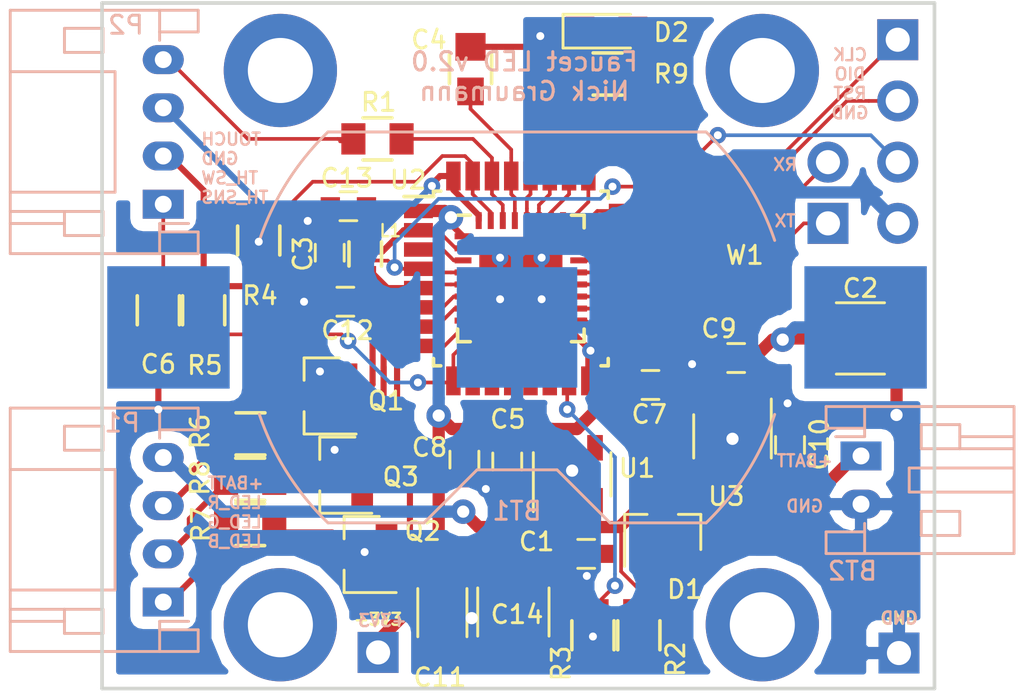
<source format=kicad_pcb>
(kicad_pcb (version 4) (host pcbnew 4.0.5)

  (general
    (links 117)
    (no_connects 0)
    (area 96.1526 74.9126 141.1584 106.5668)
    (thickness 1.6)
    (drawings 16)
    (tracks 451)
    (zones 0)
    (modules 45)
    (nets 43)
  )

  (page A4)
  (layers
    (0 F.Cu signal)
    (31 B.Cu signal)
    (34 B.Paste user)
    (35 F.Paste user)
    (36 B.SilkS user)
    (37 F.SilkS user)
    (38 B.Mask user)
    (39 F.Mask user)
    (40 Dwgs.User user hide)
    (44 Edge.Cuts user)
  )

  (setup
    (last_trace_width 0.254)
    (user_trace_width 0.1524)
    (user_trace_width 0.254)
    (user_trace_width 0.508)
    (trace_clearance 0.1524)
    (zone_clearance 0.508)
    (zone_45_only no)
    (trace_min 0.1524)
    (segment_width 0.2)
    (edge_width 0.15)
    (via_size 0.6858)
    (via_drill 0.3302)
    (via_min_size 0.6858)
    (via_min_drill 0.3302)
    (user_via 0.6858 0.3302)
    (user_via 0.6858 0.3302)
    (user_via 1.016 0.508)
    (uvia_size 0.762)
    (uvia_drill 0.508)
    (uvias_allowed no)
    (uvia_min_size 0)
    (uvia_min_drill 0)
    (pcb_text_width 0.3)
    (pcb_text_size 1.5 1.5)
    (mod_edge_width 0.15)
    (mod_text_size 0.75 0.75)
    (mod_text_width 0.12)
    (pad_size 2.7 2.7)
    (pad_drill 2.7)
    (pad_to_mask_clearance 0.2)
    (aux_axis_origin 0 0)
    (visible_elements 7FFFFFFF)
    (pcbplotparams
      (layerselection 0x010f0_80000001)
      (usegerberextensions false)
      (excludeedgelayer true)
      (linewidth 0.100000)
      (plotframeref false)
      (viasonmask false)
      (mode 1)
      (useauxorigin false)
      (hpglpennumber 1)
      (hpglpenspeed 20)
      (hpglpendiameter 15)
      (hpglpenoverlay 2)
      (psnegative false)
      (psa4output false)
      (plotreference true)
      (plotvalue true)
      (plotinvisibletext false)
      (padsonsilk false)
      (subtractmaskfromsilk false)
      (outputformat 1)
      (mirror false)
      (drillshape 0)
      (scaleselection 1)
      (outputdirectory ""))
  )

  (net 0 "")
  (net 1 GND)
  (net 2 +3V3)
  (net 3 /LED_B)
  (net 4 /LED_R)
  (net 5 /LED_G)
  (net 6 +BATT)
  (net 7 /RESET)
  (net 8 /TSC_SAMPLING)
  (net 9 /BATT_2)
  (net 10 /THERM_SENSE)
  (net 11 /THERM_SW)
  (net 12 /TSC_IN)
  (net 13 /SWDIO)
  (net 14 /SWCLK)
  (net 15 "Net-(R1-Pad2)")
  (net 16 "Net-(R4-Pad1)")
  (net 17 /LED_DBG)
  (net 18 /MCO)
  (net 19 "Net-(BT1-Pad1)")
  (net 20 "Net-(BT2-Pad1)")
  (net 21 "Net-(D2-Pad2)")
  (net 22 "Net-(C10-Pad1)")
  (net 23 "Net-(Q1-Pad3)")
  (net 24 "Net-(Q2-Pad3)")
  (net 25 "Net-(Q3-Pad3)")
  (net 26 /LED_R_CONN)
  (net 27 /LED_G_CONN)
  (net 28 /LED_B_CONN)
  (net 29 /UART_TX)
  (net 30 /UART_RX)
  (net 31 "Net-(U2-Pad3)")
  (net 32 "Net-(U2-Pad10)")
  (net 33 "Net-(U2-Pad11)")
  (net 34 "Net-(U2-Pad12)")
  (net 35 "Net-(U2-Pad13)")
  (net 36 "Net-(U2-Pad14)")
  (net 37 "Net-(U2-Pad21)")
  (net 38 "Net-(U2-Pad22)")
  (net 39 "Net-(U2-Pad26)")
  (net 40 "Net-(U2-Pad27)")
  (net 41 "Net-(U2-Pad28)")
  (net 42 +3.3VA)

  (net_class Default "This is the default net class."
    (clearance 0.1524)
    (trace_width 0.254)
    (via_dia 0.6858)
    (via_drill 0.3302)
    (uvia_dia 0.762)
    (uvia_drill 0.508)
    (add_net +3.3VA)
    (add_net /BATT_2)
    (add_net /LED_B)
    (add_net /LED_B_CONN)
    (add_net /LED_DBG)
    (add_net /LED_G)
    (add_net /LED_G_CONN)
    (add_net /LED_R)
    (add_net /LED_R_CONN)
    (add_net /MCO)
    (add_net /RESET)
    (add_net /SWCLK)
    (add_net /SWDIO)
    (add_net /THERM_SENSE)
    (add_net /THERM_SW)
    (add_net /TSC_IN)
    (add_net /TSC_SAMPLING)
    (add_net /UART_RX)
    (add_net /UART_TX)
    (add_net GND)
    (add_net "Net-(BT1-Pad1)")
    (add_net "Net-(BT2-Pad1)")
    (add_net "Net-(C10-Pad1)")
    (add_net "Net-(D2-Pad2)")
    (add_net "Net-(Q1-Pad3)")
    (add_net "Net-(Q2-Pad3)")
    (add_net "Net-(Q3-Pad3)")
    (add_net "Net-(R1-Pad2)")
    (add_net "Net-(R4-Pad1)")
    (add_net "Net-(U2-Pad10)")
    (add_net "Net-(U2-Pad11)")
    (add_net "Net-(U2-Pad12)")
    (add_net "Net-(U2-Pad13)")
    (add_net "Net-(U2-Pad14)")
    (add_net "Net-(U2-Pad21)")
    (add_net "Net-(U2-Pad22)")
    (add_net "Net-(U2-Pad26)")
    (add_net "Net-(U2-Pad27)")
    (add_net "Net-(U2-Pad28)")
    (add_net "Net-(U2-Pad3)")
  )

  (net_class Minimum ""
    (clearance 0.1524)
    (trace_width 0.1524)
    (via_dia 0.6858)
    (via_drill 0.3302)
    (uvia_dia 0.762)
    (uvia_drill 0.508)
  )

  (net_class Power ""
    (clearance 0.1524)
    (trace_width 0.508)
    (via_dia 1.016)
    (via_drill 0.508)
    (uvia_dia 0.762)
    (uvia_drill 0.508)
    (add_net +3V3)
    (add_net +BATT)
  )

  (module Pin_Headers:Pin_Header_Straight_1x01_Pitch2.54mm (layer F.Cu) (tedit 58B35D39) (tstamp 58B350CE)
    (at 113.0554 103.1494)
    (descr "Through hole straight pin header, 1x01, 2.54mm pitch, single row")
    (tags "Through hole pin header THT 1x01 2.54mm single row")
    (path /58B36076)
    (fp_text reference P3 (at -0.0508 1.8288) (layer F.SilkS) hide
      (effects (font (size 0.75 0.75) (thickness 0.12)))
    )
    (fp_text value CONN_01X01 (at 0 2.39) (layer F.Fab)
      (effects (font (size 1 1) (thickness 0.15)))
    )
    (fp_line (start -1.27 -1.27) (end -1.27 1.27) (layer F.Fab) (width 0.1))
    (fp_line (start -1.27 1.27) (end 1.27 1.27) (layer F.Fab) (width 0.1))
    (fp_line (start 1.27 1.27) (end 1.27 -1.27) (layer F.Fab) (width 0.1))
    (fp_line (start 1.27 -1.27) (end -1.27 -1.27) (layer F.Fab) (width 0.1))
    (fp_line (start -1.6 -1.6) (end -1.6 1.6) (layer F.CrtYd) (width 0.05))
    (fp_line (start -1.6 1.6) (end 1.6 1.6) (layer F.CrtYd) (width 0.05))
    (fp_line (start 1.6 1.6) (end 1.6 -1.6) (layer F.CrtYd) (width 0.05))
    (fp_line (start 1.6 -1.6) (end -1.6 -1.6) (layer F.CrtYd) (width 0.05))
    (pad 1 thru_hole rect (at 0 0) (size 1.7 1.7) (drill 1) (layers *.Cu *.Mask)
      (net 2 +3V3))
    (model Pin_Headers.3dshapes/Pin_Header_Straight_1x01_Pitch2.54mm.wrl
      (at (xyz 0 0 0))
      (scale (xyz 1 1 1))
      (rotate (xyz 0 0 90))
    )
  )

  (module Pin_Headers:Pin_Header_Straight_1x04_Pitch2.54mm (layer B.Cu) (tedit 58B21526) (tstamp 58AE4D05)
    (at 134.62 77.724 180)
    (descr "Through hole straight pin header, 1x04, 2.54mm pitch, single row")
    (tags "Through hole pin header THT 1x04 2.54mm single row")
    (path /58AAD9F8)
    (fp_text reference P4 (at 2.1336 0 180) (layer B.SilkS) hide
      (effects (font (size 0.75 0.75) (thickness 0.12)) (justify mirror))
    )
    (fp_text value CONN_01X03 (at 0 -10.01 180) (layer B.Fab)
      (effects (font (size 0.75 0.75) (thickness 0.12)) (justify mirror))
    )
    (fp_line (start -1.27 1.27) (end -1.27 -8.89) (layer B.Fab) (width 0.1))
    (fp_line (start -1.27 -8.89) (end 1.27 -8.89) (layer B.Fab) (width 0.1))
    (fp_line (start 1.27 -8.89) (end 1.27 1.27) (layer B.Fab) (width 0.1))
    (fp_line (start 1.27 1.27) (end -1.27 1.27) (layer B.Fab) (width 0.1))
    (fp_line (start -1.6 1.6) (end -1.6 -9.2) (layer B.CrtYd) (width 0.05))
    (fp_line (start -1.6 -9.2) (end 1.6 -9.2) (layer B.CrtYd) (width 0.05))
    (fp_line (start 1.6 -9.2) (end 1.6 1.6) (layer B.CrtYd) (width 0.05))
    (fp_line (start 1.6 1.6) (end -1.6 1.6) (layer B.CrtYd) (width 0.05))
    (pad 1 thru_hole rect (at 0 0 180) (size 1.7 1.7) (drill 1) (layers *.Cu *.Mask)
      (net 14 /SWCLK))
    (pad 2 thru_hole oval (at 0 -2.54 180) (size 1.7 1.7) (drill 1) (layers *.Cu *.Mask)
      (net 13 /SWDIO))
    (pad 3 thru_hole oval (at 0 -5.08 180) (size 1.7 1.7) (drill 1) (layers *.Cu *.Mask)
      (net 7 /RESET))
    (pad 4 thru_hole oval (at 0 -7.62 180) (size 1.7 1.7) (drill 1) (layers *.Cu *.Mask)
      (net 1 GND))
    (model Pin_Headers.3dshapes/Pin_Header_Straight_1x04_Pitch2.54mm.wrl
      (at (xyz 0 -0.15 0))
      (scale (xyz 1 1 1))
      (rotate (xyz 0 0 90))
    )
  )

  (module Pin_Headers:Pin_Header_Straight_1x02_Pitch2.54mm (layer B.Cu) (tedit 58B21512) (tstamp 58AE5D18)
    (at 131.7244 85.344)
    (descr "Through hole straight pin header, 1x02, 2.54mm pitch, single row")
    (tags "Through hole pin header THT 1x02 2.54mm single row")
    (path /58AE72EE)
    (fp_text reference P5 (at -2.6924 -2.4384) (layer B.SilkS) hide
      (effects (font (size 0.75 0.75) (thickness 0.12)) (justify mirror))
    )
    (fp_text value CONN_01X02 (at 0 -4.93) (layer B.Fab)
      (effects (font (size 0.75 0.75) (thickness 0.12)) (justify mirror))
    )
    (fp_line (start -1.27 1.27) (end -1.27 -3.81) (layer B.Fab) (width 0.1))
    (fp_line (start -1.27 -3.81) (end 1.27 -3.81) (layer B.Fab) (width 0.1))
    (fp_line (start 1.27 -3.81) (end 1.27 1.27) (layer B.Fab) (width 0.1))
    (fp_line (start 1.27 1.27) (end -1.27 1.27) (layer B.Fab) (width 0.1))
    (fp_line (start -1.6 1.6) (end -1.6 -4.1) (layer B.CrtYd) (width 0.05))
    (fp_line (start -1.6 -4.1) (end 1.6 -4.1) (layer B.CrtYd) (width 0.05))
    (fp_line (start 1.6 -4.1) (end 1.6 1.6) (layer B.CrtYd) (width 0.05))
    (fp_line (start 1.6 1.6) (end -1.6 1.6) (layer B.CrtYd) (width 0.05))
    (pad 1 thru_hole rect (at 0 0) (size 1.7 1.7) (drill 1) (layers *.Cu *.Mask)
      (net 29 /UART_TX))
    (pad 2 thru_hole oval (at 0 -2.54) (size 1.7 1.7) (drill 1) (layers *.Cu *.Mask)
      (net 30 /UART_RX))
    (model Pin_Headers.3dshapes/Pin_Header_Straight_1x02_Pitch2.54mm.wrl
      (at (xyz 0 -0.05 0))
      (scale (xyz 1 1 1))
      (rotate (xyz 0 0 90))
    )
  )

  (module Pin_Headers:Pin_Header_Straight_1x01_Pitch2.54mm (layer B.Cu) (tedit 58B2148D) (tstamp 58AE6096)
    (at 134.6708 103.1748 180)
    (descr "Through hole straight pin header, 1x01, 2.54mm pitch, single row")
    (tags "Through hole pin header THT 1x01 2.54mm single row")
    (path /58AE7B4F)
    (fp_text reference P6 (at 1.9812 0 180) (layer B.SilkS) hide
      (effects (font (size 0.75 0.75) (thickness 0.12)) (justify mirror))
    )
    (fp_text value CONN_01X01 (at 0 -2.39 180) (layer B.Fab)
      (effects (font (size 0.75 0.75) (thickness 0.12)) (justify mirror))
    )
    (fp_line (start -1.27 1.27) (end -1.27 -1.27) (layer B.Fab) (width 0.1))
    (fp_line (start 1.27 -1.27) (end 1.27 1.27) (layer B.Fab) (width 0.1))
    (fp_line (start 1.27 1.27) (end -1.27 1.27) (layer B.Fab) (width 0.1))
    (fp_line (start -1.6 1.6) (end -1.6 -1.6) (layer B.CrtYd) (width 0.05))
    (fp_line (start -1.6 -1.6) (end 1.6 -1.6) (layer B.CrtYd) (width 0.05))
    (fp_line (start 1.6 -1.6) (end 1.6 1.6) (layer B.CrtYd) (width 0.05))
    (fp_line (start 1.6 1.6) (end -1.6 1.6) (layer B.CrtYd) (width 0.05))
    (pad 1 thru_hole rect (at 0 0 180) (size 1.7 1.7) (drill 1) (layers *.Cu *.Mask)
      (net 1 GND))
    (model Pin_Headers.3dshapes/Pin_Header_Straight_1x01_Pitch2.54mm.wrl
      (at (xyz 0 0 0))
      (scale (xyz 1 1 1))
      (rotate (xyz 0 0 90))
    )
  )

  (module components:Keystone_3020_2x2016-CoinCell locked (layer B.Cu) (tedit 58B21456) (tstamp 58AA70F3)
    (at 118.8212 89.662 180)
    (descr http://www.keyelco.com/product-pdf.cfm?p=14028)
    (tags "Keystone type 1058 coin cell retainer")
    (path /5857029D)
    (attr smd)
    (fp_text reference BT1 (at 0 -7.62 180) (layer B.SilkS)
      (effects (font (size 0.75 0.75) (thickness 0.12)) (justify mirror))
    )
    (fp_text value CR2016x2 (at 0 9.398 180) (layer B.Fab)
      (effects (font (size 0.75 0.75) (thickness 0.12)) (justify mirror))
    )
    (fp_arc (start 0 0) (end 11.06 -4.11) (angle -139.2) (layer B.CrtYd) (width 0.05))
    (fp_arc (start 0 0) (end -11.06 4.11) (angle -139.2) (layer B.CrtYd) (width 0.05))
    (fp_line (start 11.06 -4.11) (end 16.45 -4.11) (layer B.CrtYd) (width 0.05))
    (fp_line (start 16.45 -4.11) (end 16.45 4.11) (layer B.CrtYd) (width 0.05))
    (fp_line (start 16.45 4.11) (end 11.06 4.11) (layer B.CrtYd) (width 0.05))
    (fp_line (start -16.45 4.11) (end -11.06 4.11) (layer B.CrtYd) (width 0.05))
    (fp_line (start -16.45 4.11) (end -16.45 -4.11) (layer B.CrtYd) (width 0.05))
    (fp_line (start -16.45 -4.11) (end -11.06 -4.11) (layer B.CrtYd) (width 0.05))
    (fp_arc (start 0 0) (end -10.692 -3.61) (angle 27.3) (layer B.SilkS) (width 0.12))
    (fp_arc (start 0 0) (end 10.692 3.61) (angle 27.3) (layer B.SilkS) (width 0.12))
    (fp_arc (start 0 0) (end 10.692 -3.61) (angle -27.3) (layer B.SilkS) (width 0.12))
    (fp_arc (start 0 0) (end -10.692 3.61) (angle -27.3) (layer B.SilkS) (width 0.12))
    (fp_line (start -3.86 -8.11) (end -7.8473 -8.11) (layer B.SilkS) (width 0.12))
    (fp_line (start -1.66 -5.91) (end -3.86 -8.11) (layer B.SilkS) (width 0.12))
    (fp_line (start 1.66 -5.91) (end -1.66 -5.91) (layer B.SilkS) (width 0.12))
    (fp_line (start 1.66 -5.91) (end 3.86 -8.11) (layer B.SilkS) (width 0.12))
    (fp_line (start 7.8473 -8.11) (end 3.86 -8.11) (layer B.SilkS) (width 0.12))
    (fp_line (start -7.8473 8.11) (end 7.8473 8.11) (layer B.SilkS) (width 0.12))
    (fp_arc (start 0 0) (end -10.61275 -3.5) (angle 27.4635) (layer B.Fab) (width 0.1))
    (fp_arc (start 0 0) (end 10.61275 3.5) (angle 27.4635) (layer B.Fab) (width 0.1))
    (fp_arc (start 0 0) (end 10.61275 -3.5) (angle -27.4635) (layer B.Fab) (width 0.1))
    (fp_line (start 14.2 -2.8) (end 14.2 -3.5) (layer B.Fab) (width 0.1))
    (fp_line (start 14.2 -3.5) (end 10.61275 -3.5) (layer B.Fab) (width 0.1))
    (fp_line (start 10.61275 3.5) (end 14.2 3.5) (layer B.Fab) (width 0.1))
    (fp_line (start 14.2 3.5) (end 14.2 2.8) (layer B.Fab) (width 0.1))
    (fp_line (start -14.2 -2.8) (end -14.2 -3.5) (layer B.Fab) (width 0.1))
    (fp_line (start -14.2 -3.5) (end -10.61275 -3.5) (layer B.Fab) (width 0.1))
    (fp_line (start 3.9 -8) (end 7.8026 -8) (layer B.Fab) (width 0.1))
    (fp_line (start 1.7 -5.8) (end 3.9 -8) (layer B.Fab) (width 0.1))
    (fp_line (start -1.7 -5.8) (end -3.9 -8) (layer B.Fab) (width 0.1))
    (fp_line (start -1.7 -5.8) (end 1.7 -5.8) (layer B.Fab) (width 0.1))
    (fp_line (start -14.2 3.5) (end -10.61275 3.5) (layer B.Fab) (width 0.1))
    (fp_line (start -14.2 3.5) (end -14.2 2.6) (layer B.Fab) (width 0.1))
    (fp_line (start -3.9 -8) (end -7.8026 -8) (layer B.Fab) (width 0.1))
    (fp_line (start -7.8026 8) (end 7.8026 8) (layer B.Fab) (width 0.1))
    (fp_arc (start 0 0) (end -10.61275 3.5) (angle -27.4635) (layer B.Fab) (width 0.1))
    (fp_circle (center 0 0) (end 10 0) (layer Dwgs.User) (width 0.15))
    (pad 1 smd rect (at -14.465 0 180) (size 5.08 5.08) (layers B.Cu B.Paste B.Mask)
      (net 19 "Net-(BT1-Pad1)"))
    (pad 3 smd rect (at 14.465 0 180) (size 5.08 5.08) (layers B.Cu B.Paste B.Mask))
    (pad 2 smd rect (at 0 0 180) (size 5 5) (layers B.Cu B.Paste B.Mask)
      (net 1 GND))
  )

  (module TO_SOT_Packages_SMD:SOT-23-5 (layer F.Cu) (tedit 5883B1A6) (tstamp 58AA4D70)
    (at 121.1072 95.758 90)
    (descr "5-pin SOT23 package")
    (tags SOT-23-5)
    (path /58AAC1C2)
    (attr smd)
    (fp_text reference U1 (at 0.254 2.6924 180) (layer F.SilkS)
      (effects (font (size 0.75 0.75) (thickness 0.12)))
    )
    (fp_text value TLV70033DDC (at 0 2.9 90) (layer F.Fab)
      (effects (font (size 0.75 0.75) (thickness 0.12)))
    )
    (fp_line (start -0.9 1.61) (end 0.9 1.61) (layer F.SilkS) (width 0.12))
    (fp_line (start 0.9 -1.61) (end -1.55 -1.61) (layer F.SilkS) (width 0.12))
    (fp_line (start -1.9 -1.8) (end 1.9 -1.8) (layer F.CrtYd) (width 0.05))
    (fp_line (start 1.9 -1.8) (end 1.9 1.8) (layer F.CrtYd) (width 0.05))
    (fp_line (start 1.9 1.8) (end -1.9 1.8) (layer F.CrtYd) (width 0.05))
    (fp_line (start -1.9 1.8) (end -1.9 -1.8) (layer F.CrtYd) (width 0.05))
    (fp_line (start -0.9 -0.9) (end -0.25 -1.55) (layer F.Fab) (width 0.1))
    (fp_line (start 0.9 -1.55) (end -0.25 -1.55) (layer F.Fab) (width 0.1))
    (fp_line (start -0.9 -0.9) (end -0.9 1.55) (layer F.Fab) (width 0.1))
    (fp_line (start 0.9 1.55) (end -0.9 1.55) (layer F.Fab) (width 0.1))
    (fp_line (start 0.9 -1.55) (end 0.9 1.55) (layer F.Fab) (width 0.1))
    (pad 1 smd rect (at -1.1 -0.95 90) (size 1.06 0.65) (layers F.Cu F.Paste F.Mask)
      (net 6 +BATT))
    (pad 2 smd rect (at -1.1 0 90) (size 1.06 0.65) (layers F.Cu F.Paste F.Mask)
      (net 1 GND))
    (pad 3 smd rect (at -1.1 0.95 90) (size 1.06 0.65) (layers F.Cu F.Paste F.Mask)
      (net 6 +BATT))
    (pad 4 smd rect (at 1.1 0.95 90) (size 1.06 0.65) (layers F.Cu F.Paste F.Mask))
    (pad 5 smd rect (at 1.1 -0.95 90) (size 1.06 0.65) (layers F.Cu F.Paste F.Mask)
      (net 2 +3V3))
    (model TO_SOT_Packages_SMD.3dshapes/SOT-23-5.wrl
      (at (xyz 0 0 0))
      (scale (xyz 1 1 1))
      (rotate (xyz 0 0 0))
    )
  )

  (module components:R_0603_0805 (layer F.Cu) (tedit 58ABAEA1) (tstamp 58ABA98C)
    (at 122.5804 79.1464 180)
    (descr "Resistor SMD 0805, reflow soldering, Vishay (see dcrcw.pdf)")
    (tags "resistor 0805")
    (path /58AAFABA)
    (attr smd)
    (fp_text reference R9 (at -2.6416 0 180) (layer F.SilkS)
      (effects (font (size 0.75 0.75) (thickness 0.12)))
    )
    (fp_text value 1k (at 0 2.1 180) (layer F.Fab)
      (effects (font (size 0.75 0.75) (thickness 0.12)))
    )
    (fp_line (start -1 0.625) (end -1 -0.625) (layer F.Fab) (width 0.1))
    (fp_line (start 1 0.625) (end -1 0.625) (layer F.Fab) (width 0.1))
    (fp_line (start 1 -0.625) (end 1 0.625) (layer F.Fab) (width 0.1))
    (fp_line (start -1 -0.625) (end 1 -0.625) (layer F.Fab) (width 0.1))
    (fp_line (start -1.9 -1) (end 1.9 -1) (layer F.CrtYd) (width 0.05))
    (fp_line (start -1.9 1) (end 1.9 1) (layer F.CrtYd) (width 0.05))
    (fp_line (start -1.9 -1) (end -1.9 1) (layer F.CrtYd) (width 0.05))
    (fp_line (start 1.9 -1) (end 1.9 1) (layer F.CrtYd) (width 0.05))
    (fp_line (start 0.6 0.875) (end -0.6 0.875) (layer F.SilkS) (width 0.15))
    (fp_line (start -0.6 -0.875) (end 0.6 -0.875) (layer F.SilkS) (width 0.15))
    (pad 1 smd rect (at -1 0 180) (size 1 1.3) (layers F.Cu F.Paste F.Mask)
      (net 21 "Net-(D2-Pad2)"))
    (pad 2 smd rect (at 1 0) (size 1 1.3) (layers F.Cu F.Paste F.Mask)
      (net 17 /LED_DBG))
    (model Resistors_SMD.3dshapes/R_0805.wrl
      (at (xyz 0 0 0))
      (scale (xyz 1 1 1))
      (rotate (xyz 0 0 0))
    )
  )

  (module components:R_0603_0805 (layer F.Cu) (tedit 58ABAEA1) (tstamp 58ABA954)
    (at 113.03 81.8388)
    (descr "Resistor SMD 0805, reflow soldering, Vishay (see dcrcw.pdf)")
    (tags "resistor 0805")
    (path /58AB2523)
    (attr smd)
    (fp_text reference R1 (at 0.0508 -1.524) (layer F.SilkS)
      (effects (font (size 0.75 0.75) (thickness 0.12)))
    )
    (fp_text value 130R (at 0 2.1) (layer F.Fab)
      (effects (font (size 0.75 0.75) (thickness 0.12)))
    )
    (fp_line (start -1 0.625) (end -1 -0.625) (layer F.Fab) (width 0.1))
    (fp_line (start 1 0.625) (end -1 0.625) (layer F.Fab) (width 0.1))
    (fp_line (start 1 -0.625) (end 1 0.625) (layer F.Fab) (width 0.1))
    (fp_line (start -1 -0.625) (end 1 -0.625) (layer F.Fab) (width 0.1))
    (fp_line (start -1.9 -1) (end 1.9 -1) (layer F.CrtYd) (width 0.05))
    (fp_line (start -1.9 1) (end 1.9 1) (layer F.CrtYd) (width 0.05))
    (fp_line (start -1.9 -1) (end -1.9 1) (layer F.CrtYd) (width 0.05))
    (fp_line (start 1.9 -1) (end 1.9 1) (layer F.CrtYd) (width 0.05))
    (fp_line (start 0.6 0.875) (end -0.6 0.875) (layer F.SilkS) (width 0.15))
    (fp_line (start -0.6 -0.875) (end 0.6 -0.875) (layer F.SilkS) (width 0.15))
    (pad 1 smd rect (at -1 0) (size 1 1.3) (layers F.Cu F.Paste F.Mask)
      (net 12 /TSC_IN))
    (pad 2 smd rect (at 1 0 180) (size 1 1.3) (layers F.Cu F.Paste F.Mask)
      (net 15 "Net-(R1-Pad2)"))
    (model Resistors_SMD.3dshapes/R_0805.wrl
      (at (xyz 0 0 0))
      (scale (xyz 1 1 1))
      (rotate (xyz 0 0 0))
    )
  )

  (module Mounting_Holes:MountingHole_2.7mm_M2.5_DIN965_Pad locked (layer F.Cu) (tedit 58ABB9DA) (tstamp 58ABB708)
    (at 109 79)
    (descr "Mounting Hole 2.7mm, M2.5, DIN965")
    (tags "mounting hole 2.7mm m2.5 din965")
    (fp_text reference REF** (at 0 -3.35) (layer F.SilkS) hide
      (effects (font (size 0.75 0.75) (thickness 0.12)))
    )
    (fp_text value MountingHole_2.7mm_M2.5_DIN965_Pad (at 0 3.35) (layer F.Fab)
      (effects (font (size 0.75 0.75) (thickness 0.12)))
    )
    (fp_circle (center 0 0) (end 2.35 0) (layer Cmts.User) (width 0.15))
    (fp_circle (center 0 0) (end 2.6 0) (layer F.CrtYd) (width 0.05))
    (pad 1 thru_hole circle (at 0 0) (size 4.7 4.7) (drill 2.7) (layers *.Cu *.Mask))
  )

  (module Mounting_Holes:MountingHole_2.7mm_M2.5_DIN965_Pad locked (layer F.Cu) (tedit 58ABB98F) (tstamp 58ABB702)
    (at 129 102)
    (descr "Mounting Hole 2.7mm, M2.5, DIN965")
    (tags "mounting hole 2.7mm m2.5 din965")
    (fp_text reference REF** (at 0 -3.35) (layer F.SilkS) hide
      (effects (font (size 0.75 0.75) (thickness 0.12)))
    )
    (fp_text value MountingHole_2.7mm_M2.5_DIN965_Pad (at 0 3.35) (layer F.Fab)
      (effects (font (size 0.75 0.75) (thickness 0.12)))
    )
    (fp_circle (center 0 0) (end 2.35 0) (layer Cmts.User) (width 0.15))
    (fp_circle (center 0 0) (end 2.6 0) (layer F.CrtYd) (width 0.05))
    (pad 1 thru_hole circle (at 0 0) (size 4.7 4.7) (drill 2.7) (layers *.Cu *.Mask))
  )

  (module Mounting_Holes:MountingHole_2.7mm_M2.5_DIN965_Pad locked (layer F.Cu) (tedit 58ABB9E9) (tstamp 58ABB620)
    (at 129 79)
    (descr "Mounting Hole 2.7mm, M2.5, DIN965")
    (tags "mounting hole 2.7mm m2.5 din965")
    (fp_text reference REF** (at 0 -3.35) (layer F.SilkS) hide
      (effects (font (size 0.75 0.75) (thickness 0.12)))
    )
    (fp_text value MountingHole_2.7mm_M2.5_DIN965_Pad (at 0 3.35) (layer F.Fab)
      (effects (font (size 0.75 0.75) (thickness 0.12)))
    )
    (fp_circle (center 0 0) (end 2.35 0) (layer Cmts.User) (width 0.15))
    (fp_circle (center 0 0) (end 2.6 0) (layer F.CrtYd) (width 0.05))
    (pad 1 thru_hole circle (at 0 0) (size 4.7 4.7) (drill 2.7) (layers *.Cu *.Mask))
  )

  (module LEDs:LED_0805 (layer F.Cu) (tedit 57FE93EC) (tstamp 58AA4D07)
    (at 122.5296 77.3684)
    (descr "LED 0805 smd package")
    (tags "LED led 0805 SMD smd SMT smt smdled SMDLED smtled SMTLED")
    (path /58AAF805)
    (attr smd)
    (fp_text reference D2 (at 2.6924 0.0508) (layer F.SilkS)
      (effects (font (size 0.75 0.75) (thickness 0.12)))
    )
    (fp_text value LED (at 0 1.55) (layer F.Fab)
      (effects (font (size 0.75 0.75) (thickness 0.12)))
    )
    (fp_line (start -1.8 -0.7) (end -1.8 0.7) (layer F.SilkS) (width 0.12))
    (fp_line (start -0.4 -0.4) (end -0.4 0.4) (layer F.Fab) (width 0.1))
    (fp_line (start -0.4 0) (end 0.2 -0.4) (layer F.Fab) (width 0.1))
    (fp_line (start 0.2 0.4) (end -0.4 0) (layer F.Fab) (width 0.1))
    (fp_line (start 0.2 -0.4) (end 0.2 0.4) (layer F.Fab) (width 0.1))
    (fp_line (start 1 0.6) (end -1 0.6) (layer F.Fab) (width 0.1))
    (fp_line (start 1 -0.6) (end 1 0.6) (layer F.Fab) (width 0.1))
    (fp_line (start -1 -0.6) (end 1 -0.6) (layer F.Fab) (width 0.1))
    (fp_line (start -1 0.6) (end -1 -0.6) (layer F.Fab) (width 0.1))
    (fp_line (start -1.8 0.7) (end 1 0.7) (layer F.SilkS) (width 0.12))
    (fp_line (start -1.8 -0.7) (end 1 -0.7) (layer F.SilkS) (width 0.12))
    (fp_line (start 1.95 -0.85) (end 1.95 0.85) (layer F.CrtYd) (width 0.05))
    (fp_line (start 1.95 0.85) (end -1.95 0.85) (layer F.CrtYd) (width 0.05))
    (fp_line (start -1.95 0.85) (end -1.95 -0.85) (layer F.CrtYd) (width 0.05))
    (fp_line (start -1.95 -0.85) (end 1.95 -0.85) (layer F.CrtYd) (width 0.05))
    (pad 2 smd rect (at 1.1 0 180) (size 1.2 1.2) (layers F.Cu F.Paste F.Mask)
      (net 21 "Net-(D2-Pad2)"))
    (pad 1 smd rect (at -1.1 0 180) (size 1.2 1.2) (layers F.Cu F.Paste F.Mask)
      (net 1 GND))
    (model LEDs.3dshapes/LED_0805.wrl
      (at (xyz 0 0 0))
      (scale (xyz 1 1 1))
      (rotate (xyz 0 0 180))
    )
  )

  (module Resistors_SMD:R_0603 (layer F.Cu) (tedit 58B21BCE) (tstamp 58AA4D0D)
    (at 112.522 86.614 270)
    (descr "Resistor SMD 0603, reflow soldering, Vishay (see dcrcw.pdf)")
    (tags "resistor 0603")
    (path /58AB0BDB)
    (attr smd)
    (fp_text reference L1 (at -0.9652 -1.0414 360) (layer F.SilkS)
      (effects (font (size 0.5 0.5) (thickness 0.1)))
    )
    (fp_text value Bead (at 0 1.9 270) (layer F.Fab)
      (effects (font (size 0.75 0.75) (thickness 0.12)))
    )
    (fp_line (start -0.8 0.4) (end -0.8 -0.4) (layer F.Fab) (width 0.1))
    (fp_line (start 0.8 0.4) (end -0.8 0.4) (layer F.Fab) (width 0.1))
    (fp_line (start 0.8 -0.4) (end 0.8 0.4) (layer F.Fab) (width 0.1))
    (fp_line (start -0.8 -0.4) (end 0.8 -0.4) (layer F.Fab) (width 0.1))
    (fp_line (start -1.3 -0.8) (end 1.3 -0.8) (layer F.CrtYd) (width 0.05))
    (fp_line (start -1.3 0.8) (end 1.3 0.8) (layer F.CrtYd) (width 0.05))
    (fp_line (start -1.3 -0.8) (end -1.3 0.8) (layer F.CrtYd) (width 0.05))
    (fp_line (start 1.3 -0.8) (end 1.3 0.8) (layer F.CrtYd) (width 0.05))
    (fp_line (start 0.5 0.675) (end -0.5 0.675) (layer F.SilkS) (width 0.15))
    (fp_line (start -0.5 -0.675) (end 0.5 -0.675) (layer F.SilkS) (width 0.15))
    (pad 1 smd rect (at -0.75 0 270) (size 0.5 0.9) (layers F.Cu F.Paste F.Mask)
      (net 2 +3V3))
    (pad 2 smd rect (at 0.75 0 270) (size 0.5 0.9) (layers F.Cu F.Paste F.Mask)
      (net 42 +3.3VA))
    (model Resistors_SMD.3dshapes/R_0603.wrl
      (at (xyz 0 0 0))
      (scale (xyz 1 1 1))
      (rotate (xyz 0 0 0))
    )
  )

  (module Measurement_Points:Measurement_Point_Round-SMD-Pad_Small (layer F.Cu) (tedit 56C35ED0) (tstamp 58AA4D99)
    (at 128.27 88.2396)
    (descr "Mesurement Point, Round, SMD Pad, DM 1.5mm,")
    (tags "Mesurement Point Round SMD Pad 1.5mm")
    (path /58AB697E)
    (attr virtual)
    (fp_text reference W1 (at 0 -1.5748) (layer F.SilkS)
      (effects (font (size 0.75 0.75) (thickness 0.12)))
    )
    (fp_text value TEST_1P (at 0 2) (layer F.Fab)
      (effects (font (size 0.75 0.75) (thickness 0.12)))
    )
    (fp_circle (center 0 0) (end 1 0) (layer F.CrtYd) (width 0.05))
    (pad 1 smd circle (at 0 0) (size 1.5 1.5) (layers F.Cu F.Mask)
      (net 18 /MCO))
  )

  (module TO_SOT_Packages_SMD:SOT-23 (layer F.Cu) (tedit 5883B105) (tstamp 58AA6CBB)
    (at 124.8664 98.1804 90)
    (descr "SOT-23, Standard")
    (tags SOT-23)
    (path /58ABB0AB)
    (attr smd)
    (fp_text reference D1 (at -2.3528 0.9144 180) (layer F.SilkS)
      (effects (font (size 0.75 0.75) (thickness 0.12)))
    )
    (fp_text value D_Schottky_x2_KCom_AAK (at 0 2.5 90) (layer F.Fab)
      (effects (font (size 0.75 0.75) (thickness 0.12)))
    )
    (fp_line (start -0.7 -0.95) (end -0.7 1.5) (layer F.Fab) (width 0.1))
    (fp_line (start -0.15 -1.52) (end 0.7 -1.52) (layer F.Fab) (width 0.1))
    (fp_line (start -0.7 -0.95) (end -0.15 -1.52) (layer F.Fab) (width 0.1))
    (fp_line (start 0.7 -1.52) (end 0.7 1.52) (layer F.Fab) (width 0.1))
    (fp_line (start -0.7 1.52) (end 0.7 1.52) (layer F.Fab) (width 0.1))
    (fp_line (start 0.76 1.58) (end 0.76 0.65) (layer F.SilkS) (width 0.12))
    (fp_line (start 0.76 -1.58) (end 0.76 -0.65) (layer F.SilkS) (width 0.12))
    (fp_line (start -1.7 -1.75) (end 1.7 -1.75) (layer F.CrtYd) (width 0.05))
    (fp_line (start 1.7 -1.75) (end 1.7 1.75) (layer F.CrtYd) (width 0.05))
    (fp_line (start 1.7 1.75) (end -1.7 1.75) (layer F.CrtYd) (width 0.05))
    (fp_line (start -1.7 1.75) (end -1.7 -1.75) (layer F.CrtYd) (width 0.05))
    (fp_line (start 0.76 -1.58) (end -1.4 -1.58) (layer F.SilkS) (width 0.12))
    (fp_line (start 0.76 1.58) (end -0.7 1.58) (layer F.SilkS) (width 0.12))
    (pad 1 smd rect (at -1 -0.95 90) (size 0.9 0.8) (layers F.Cu F.Paste F.Mask)
      (net 22 "Net-(C10-Pad1)"))
    (pad 2 smd rect (at -1 0.95 90) (size 0.9 0.8) (layers F.Cu F.Paste F.Mask)
      (net 20 "Net-(BT2-Pad1)"))
    (pad 3 smd rect (at 1 0 90) (size 0.9 0.8) (layers F.Cu F.Paste F.Mask)
      (net 6 +BATT))
    (model TO_SOT_Packages_SMD.3dshapes/SOT-23.wrl
      (at (xyz 0 0 0))
      (scale (xyz 1 1 1))
      (rotate (xyz 0 0 90))
    )
  )

  (module components:R_0603_0805 (layer F.Cu) (tedit 58ABAEA1) (tstamp 58ABA969)
    (at 108.1024 86.0552 270)
    (descr "Resistor SMD 0805, reflow soldering, Vishay (see dcrcw.pdf)")
    (tags "resistor 0805")
    (path /58AA8F1E)
    (attr smd)
    (fp_text reference R4 (at 2.286 -0.0508 360) (layer F.SilkS)
      (effects (font (size 0.75 0.75) (thickness 0.12)))
    )
    (fp_text value 10k (at 0 2.1 270) (layer F.Fab)
      (effects (font (size 0.75 0.75) (thickness 0.12)))
    )
    (fp_line (start -1 0.625) (end -1 -0.625) (layer F.Fab) (width 0.1))
    (fp_line (start 1 0.625) (end -1 0.625) (layer F.Fab) (width 0.1))
    (fp_line (start 1 -0.625) (end 1 0.625) (layer F.Fab) (width 0.1))
    (fp_line (start -1 -0.625) (end 1 -0.625) (layer F.Fab) (width 0.1))
    (fp_line (start -1.9 -1) (end 1.9 -1) (layer F.CrtYd) (width 0.05))
    (fp_line (start -1.9 1) (end 1.9 1) (layer F.CrtYd) (width 0.05))
    (fp_line (start -1.9 -1) (end -1.9 1) (layer F.CrtYd) (width 0.05))
    (fp_line (start 1.9 -1) (end 1.9 1) (layer F.CrtYd) (width 0.05))
    (fp_line (start 0.6 0.875) (end -0.6 0.875) (layer F.SilkS) (width 0.15))
    (fp_line (start -0.6 -0.875) (end 0.6 -0.875) (layer F.SilkS) (width 0.15))
    (pad 1 smd rect (at -1 0 270) (size 1 1.3) (layers F.Cu F.Paste F.Mask)
      (net 16 "Net-(R4-Pad1)"))
    (pad 2 smd rect (at 1 0 90) (size 1 1.3) (layers F.Cu F.Paste F.Mask)
      (net 1 GND))
    (model Resistors_SMD.3dshapes/R_0805.wrl
      (at (xyz 0 0 0))
      (scale (xyz 1 1 1))
      (rotate (xyz 0 0 0))
    )
  )

  (module components:R_0603_0805 (layer F.Cu) (tedit 58B215A8) (tstamp 58ABA985)
    (at 107.7468 95.9612 180)
    (descr "Resistor SMD 0805, reflow soldering, Vishay (see dcrcw.pdf)")
    (tags "resistor 0805")
    (path /58AD52C2)
    (attr smd)
    (fp_text reference R8 (at 2.0828 0.0508 270) (layer F.SilkS)
      (effects (font (size 0.75 0.75) (thickness 0.12)))
    )
    (fp_text value 80R6 (at 0 2.1 180) (layer F.Fab)
      (effects (font (size 0.75 0.75) (thickness 0.12)))
    )
    (fp_line (start -1 0.625) (end -1 -0.625) (layer F.Fab) (width 0.1))
    (fp_line (start 1 0.625) (end -1 0.625) (layer F.Fab) (width 0.1))
    (fp_line (start 1 -0.625) (end 1 0.625) (layer F.Fab) (width 0.1))
    (fp_line (start -1 -0.625) (end 1 -0.625) (layer F.Fab) (width 0.1))
    (fp_line (start -1.9 -1) (end 1.9 -1) (layer F.CrtYd) (width 0.05))
    (fp_line (start -1.9 1) (end 1.9 1) (layer F.CrtYd) (width 0.05))
    (fp_line (start -1.9 -1) (end -1.9 1) (layer F.CrtYd) (width 0.05))
    (fp_line (start 1.9 -1) (end 1.9 1) (layer F.CrtYd) (width 0.05))
    (fp_line (start 0.6 0.875) (end -0.6 0.875) (layer F.SilkS) (width 0.15))
    (fp_line (start -0.6 -0.875) (end 0.6 -0.875) (layer F.SilkS) (width 0.15))
    (pad 1 smd rect (at -1 0 180) (size 1 1.3) (layers F.Cu F.Paste F.Mask)
      (net 25 "Net-(Q3-Pad3)"))
    (pad 2 smd rect (at 1 0) (size 1 1.3) (layers F.Cu F.Paste F.Mask)
      (net 27 /LED_G_CONN))
    (model Resistors_SMD.3dshapes/R_0805.wrl
      (at (xyz 0 0 0))
      (scale (xyz 1 1 1))
      (rotate (xyz 0 0 0))
    )
  )

  (module components:R_0603_0805 (layer F.Cu) (tedit 58B215AD) (tstamp 58ABA97E)
    (at 107.7468 97.8408 180)
    (descr "Resistor SMD 0805, reflow soldering, Vishay (see dcrcw.pdf)")
    (tags "resistor 0805")
    (path /58AD536F)
    (attr smd)
    (fp_text reference R7 (at 2.032 0 270) (layer F.SilkS)
      (effects (font (size 0.75 0.75) (thickness 0.12)))
    )
    (fp_text value 80R6 (at 0 2.1 180) (layer F.Fab)
      (effects (font (size 0.75 0.75) (thickness 0.12)))
    )
    (fp_line (start -1 0.625) (end -1 -0.625) (layer F.Fab) (width 0.1))
    (fp_line (start 1 0.625) (end -1 0.625) (layer F.Fab) (width 0.1))
    (fp_line (start 1 -0.625) (end 1 0.625) (layer F.Fab) (width 0.1))
    (fp_line (start -1 -0.625) (end 1 -0.625) (layer F.Fab) (width 0.1))
    (fp_line (start -1.9 -1) (end 1.9 -1) (layer F.CrtYd) (width 0.05))
    (fp_line (start -1.9 1) (end 1.9 1) (layer F.CrtYd) (width 0.05))
    (fp_line (start -1.9 -1) (end -1.9 1) (layer F.CrtYd) (width 0.05))
    (fp_line (start 1.9 -1) (end 1.9 1) (layer F.CrtYd) (width 0.05))
    (fp_line (start 0.6 0.875) (end -0.6 0.875) (layer F.SilkS) (width 0.15))
    (fp_line (start -0.6 -0.875) (end 0.6 -0.875) (layer F.SilkS) (width 0.15))
    (pad 1 smd rect (at -1 0 180) (size 1 1.3) (layers F.Cu F.Paste F.Mask)
      (net 24 "Net-(Q2-Pad3)"))
    (pad 2 smd rect (at 1 0) (size 1 1.3) (layers F.Cu F.Paste F.Mask)
      (net 28 /LED_B_CONN))
    (model Resistors_SMD.3dshapes/R_0805.wrl
      (at (xyz 0 0 0))
      (scale (xyz 1 1 1))
      (rotate (xyz 0 0 0))
    )
  )

  (module components:R_0603_0805 (layer F.Cu) (tedit 58B215A3) (tstamp 58ABA977)
    (at 107.7595 94.0816 180)
    (descr "Resistor SMD 0805, reflow soldering, Vishay (see dcrcw.pdf)")
    (tags "resistor 0805")
    (path /5855DFDD)
    (attr smd)
    (fp_text reference R6 (at 2.0955 0.1016 270) (layer F.SilkS)
      (effects (font (size 0.75 0.75) (thickness 0.12)))
    )
    (fp_text value 130R (at 0 2.1 180) (layer F.Fab)
      (effects (font (size 0.75 0.75) (thickness 0.12)))
    )
    (fp_line (start -1 0.625) (end -1 -0.625) (layer F.Fab) (width 0.1))
    (fp_line (start 1 0.625) (end -1 0.625) (layer F.Fab) (width 0.1))
    (fp_line (start 1 -0.625) (end 1 0.625) (layer F.Fab) (width 0.1))
    (fp_line (start -1 -0.625) (end 1 -0.625) (layer F.Fab) (width 0.1))
    (fp_line (start -1.9 -1) (end 1.9 -1) (layer F.CrtYd) (width 0.05))
    (fp_line (start -1.9 1) (end 1.9 1) (layer F.CrtYd) (width 0.05))
    (fp_line (start -1.9 -1) (end -1.9 1) (layer F.CrtYd) (width 0.05))
    (fp_line (start 1.9 -1) (end 1.9 1) (layer F.CrtYd) (width 0.05))
    (fp_line (start 0.6 0.875) (end -0.6 0.875) (layer F.SilkS) (width 0.15))
    (fp_line (start -0.6 -0.875) (end 0.6 -0.875) (layer F.SilkS) (width 0.15))
    (pad 1 smd rect (at -1 0 180) (size 1 1.3) (layers F.Cu F.Paste F.Mask)
      (net 23 "Net-(Q1-Pad3)"))
    (pad 2 smd rect (at 1 0) (size 1 1.3) (layers F.Cu F.Paste F.Mask)
      (net 26 /LED_R_CONN))
    (model Resistors_SMD.3dshapes/R_0805.wrl
      (at (xyz 0 0 0))
      (scale (xyz 1 1 1))
      (rotate (xyz 0 0 0))
    )
  )

  (module components:R_0603_0805 (layer F.Cu) (tedit 58ABAEA1) (tstamp 58ABA970)
    (at 105.8164 88.9508 270)
    (descr "Resistor SMD 0805, reflow soldering, Vishay (see dcrcw.pdf)")
    (tags "resistor 0805")
    (path /5855D75A)
    (attr smd)
    (fp_text reference R5 (at 2.286 -0.0508 360) (layer F.SilkS)
      (effects (font (size 0.75 0.75) (thickness 0.12)))
    )
    (fp_text value 10k (at 0 2.1 270) (layer F.Fab)
      (effects (font (size 0.75 0.75) (thickness 0.12)))
    )
    (fp_line (start -1 0.625) (end -1 -0.625) (layer F.Fab) (width 0.1))
    (fp_line (start 1 0.625) (end -1 0.625) (layer F.Fab) (width 0.1))
    (fp_line (start 1 -0.625) (end 1 0.625) (layer F.Fab) (width 0.1))
    (fp_line (start -1 -0.625) (end 1 -0.625) (layer F.Fab) (width 0.1))
    (fp_line (start -1.9 -1) (end 1.9 -1) (layer F.CrtYd) (width 0.05))
    (fp_line (start -1.9 1) (end 1.9 1) (layer F.CrtYd) (width 0.05))
    (fp_line (start -1.9 -1) (end -1.9 1) (layer F.CrtYd) (width 0.05))
    (fp_line (start 1.9 -1) (end 1.9 1) (layer F.CrtYd) (width 0.05))
    (fp_line (start 0.6 0.875) (end -0.6 0.875) (layer F.SilkS) (width 0.15))
    (fp_line (start -0.6 -0.875) (end 0.6 -0.875) (layer F.SilkS) (width 0.15))
    (pad 1 smd rect (at -1 0 270) (size 1 1.3) (layers F.Cu F.Paste F.Mask)
      (net 11 /THERM_SW))
    (pad 2 smd rect (at 1 0 90) (size 1 1.3) (layers F.Cu F.Paste F.Mask)
      (net 10 /THERM_SENSE))
    (model Resistors_SMD.3dshapes/R_0805.wrl
      (at (xyz 0 0 0))
      (scale (xyz 1 1 1))
      (rotate (xyz 0 0 0))
    )
  )

  (module components:R_0603_0805 (layer F.Cu) (tedit 58ABAEA1) (tstamp 58ABA962)
    (at 121.9708 102.4382 270)
    (descr "Resistor SMD 0805, reflow soldering, Vishay (see dcrcw.pdf)")
    (tags "resistor 0805")
    (path /5855ED77)
    (attr smd)
    (fp_text reference R3 (at 1.1684 1.3208 450) (layer F.SilkS)
      (effects (font (size 0.75 0.75) (thickness 0.12)))
    )
    (fp_text value 1M (at 0 2.1 270) (layer F.Fab)
      (effects (font (size 0.75 0.75) (thickness 0.12)))
    )
    (fp_line (start -1 0.625) (end -1 -0.625) (layer F.Fab) (width 0.1))
    (fp_line (start 1 0.625) (end -1 0.625) (layer F.Fab) (width 0.1))
    (fp_line (start 1 -0.625) (end 1 0.625) (layer F.Fab) (width 0.1))
    (fp_line (start -1 -0.625) (end 1 -0.625) (layer F.Fab) (width 0.1))
    (fp_line (start -1.9 -1) (end 1.9 -1) (layer F.CrtYd) (width 0.05))
    (fp_line (start -1.9 1) (end 1.9 1) (layer F.CrtYd) (width 0.05))
    (fp_line (start -1.9 -1) (end -1.9 1) (layer F.CrtYd) (width 0.05))
    (fp_line (start 1.9 -1) (end 1.9 1) (layer F.CrtYd) (width 0.05))
    (fp_line (start 0.6 0.875) (end -0.6 0.875) (layer F.SilkS) (width 0.15))
    (fp_line (start -0.6 -0.875) (end 0.6 -0.875) (layer F.SilkS) (width 0.15))
    (pad 1 smd rect (at -1 0 270) (size 1 1.3) (layers F.Cu F.Paste F.Mask)
      (net 9 /BATT_2))
    (pad 2 smd rect (at 1 0 90) (size 1 1.3) (layers F.Cu F.Paste F.Mask)
      (net 1 GND))
    (model Resistors_SMD.3dshapes/R_0805.wrl
      (at (xyz 0 0 0))
      (scale (xyz 1 1 1))
      (rotate (xyz 0 0 0))
    )
  )

  (module components:R_0603_0805 (layer F.Cu) (tedit 58ABAEA1) (tstamp 58ABA95B)
    (at 123.8758 102.4382 270)
    (descr "Resistor SMD 0805, reflow soldering, Vishay (see dcrcw.pdf)")
    (tags "resistor 0805")
    (path /5855ED16)
    (attr smd)
    (fp_text reference R2 (at 0.9906 -1.524 450) (layer F.SilkS)
      (effects (font (size 0.75 0.75) (thickness 0.12)))
    )
    (fp_text value 1M (at 0 2.1 270) (layer F.Fab)
      (effects (font (size 0.75 0.75) (thickness 0.12)))
    )
    (fp_line (start -1 0.625) (end -1 -0.625) (layer F.Fab) (width 0.1))
    (fp_line (start 1 0.625) (end -1 0.625) (layer F.Fab) (width 0.1))
    (fp_line (start 1 -0.625) (end 1 0.625) (layer F.Fab) (width 0.1))
    (fp_line (start -1 -0.625) (end 1 -0.625) (layer F.Fab) (width 0.1))
    (fp_line (start -1.9 -1) (end 1.9 -1) (layer F.CrtYd) (width 0.05))
    (fp_line (start -1.9 1) (end 1.9 1) (layer F.CrtYd) (width 0.05))
    (fp_line (start -1.9 -1) (end -1.9 1) (layer F.CrtYd) (width 0.05))
    (fp_line (start 1.9 -1) (end 1.9 1) (layer F.CrtYd) (width 0.05))
    (fp_line (start 0.6 0.875) (end -0.6 0.875) (layer F.SilkS) (width 0.15))
    (fp_line (start -0.6 -0.875) (end 0.6 -0.875) (layer F.SilkS) (width 0.15))
    (pad 1 smd rect (at -1 0 270) (size 1 1.3) (layers F.Cu F.Paste F.Mask)
      (net 6 +BATT))
    (pad 2 smd rect (at 1 0 90) (size 1 1.3) (layers F.Cu F.Paste F.Mask)
      (net 9 /BATT_2))
    (model Resistors_SMD.3dshapes/R_0805.wrl
      (at (xyz 0 0 0))
      (scale (xyz 1 1 1))
      (rotate (xyz 0 0 0))
    )
  )

  (module components:C_0603_0805 (layer F.Cu) (tedit 58ABAE4C) (tstamp 58ABACF0)
    (at 103.9368 88.9508 270)
    (descr "Resistor SMD 0805, reflow soldering, Vishay (see dcrcw.pdf)")
    (tags "resistor 0805")
    (path /5856407D)
    (attr smd)
    (fp_text reference C6 (at 2.2352 0 360) (layer F.SilkS)
      (effects (font (size 0.75 0.75) (thickness 0.12)))
    )
    (fp_text value 100n (at 0 2.1 270) (layer F.Fab)
      (effects (font (size 0.75 0.75) (thickness 0.12)))
    )
    (fp_line (start -1 0.625) (end -1 -0.625) (layer F.Fab) (width 0.1))
    (fp_line (start 1 0.625) (end -1 0.625) (layer F.Fab) (width 0.1))
    (fp_line (start 1 -0.625) (end 1 0.625) (layer F.Fab) (width 0.1))
    (fp_line (start -1 -0.625) (end 1 -0.625) (layer F.Fab) (width 0.1))
    (fp_line (start -1.9 -1) (end 1.9 -1) (layer F.CrtYd) (width 0.05))
    (fp_line (start -1.9 1) (end 1.9 1) (layer F.CrtYd) (width 0.05))
    (fp_line (start -1.9 -1) (end -1.9 1) (layer F.CrtYd) (width 0.05))
    (fp_line (start 1.9 -1) (end 1.9 1) (layer F.CrtYd) (width 0.05))
    (fp_line (start 0.6 0.875) (end -0.6 0.875) (layer F.SilkS) (width 0.15))
    (fp_line (start -0.6 -0.875) (end 0.6 -0.875) (layer F.SilkS) (width 0.15))
    (pad 1 smd rect (at -0.925 0 270) (size 1.15 1.1) (layers F.Cu F.Paste F.Mask)
      (net 10 /THERM_SENSE))
    (pad 2 smd rect (at 0.925 0 90) (size 1.15 1.25) (layers F.Cu F.Paste F.Mask)
      (net 1 GND))
    (model Resistors_SMD.3dshapes/R_0805.wrl
      (at (xyz 0 0 0))
      (scale (xyz 1 1 1))
      (rotate (xyz 0 0 0))
    )
  )

  (module components:C_0603_0805 (layer F.Cu) (tedit 58ABAE4C) (tstamp 58ABACE6)
    (at 116.8908 78.9432 90)
    (descr "Resistor SMD 0805, reflow soldering, Vishay (see dcrcw.pdf)")
    (tags "resistor 0805")
    (path /58AA7785)
    (attr smd)
    (fp_text reference C4 (at 1.2192 -1.7272 180) (layer F.SilkS)
      (effects (font (size 0.75 0.75) (thickness 0.12)))
    )
    (fp_text value 0.47u (at 0 2.1 90) (layer F.Fab)
      (effects (font (size 0.75 0.75) (thickness 0.12)))
    )
    (fp_line (start -1 0.625) (end -1 -0.625) (layer F.Fab) (width 0.1))
    (fp_line (start 1 0.625) (end -1 0.625) (layer F.Fab) (width 0.1))
    (fp_line (start 1 -0.625) (end 1 0.625) (layer F.Fab) (width 0.1))
    (fp_line (start -1 -0.625) (end 1 -0.625) (layer F.Fab) (width 0.1))
    (fp_line (start -1.9 -1) (end 1.9 -1) (layer F.CrtYd) (width 0.05))
    (fp_line (start -1.9 1) (end 1.9 1) (layer F.CrtYd) (width 0.05))
    (fp_line (start -1.9 -1) (end -1.9 1) (layer F.CrtYd) (width 0.05))
    (fp_line (start 1.9 -1) (end 1.9 1) (layer F.CrtYd) (width 0.05))
    (fp_line (start 0.6 0.875) (end -0.6 0.875) (layer F.SilkS) (width 0.15))
    (fp_line (start -0.6 -0.875) (end 0.6 -0.875) (layer F.SilkS) (width 0.15))
    (pad 1 smd rect (at -0.925 0 90) (size 1.15 1.1) (layers F.Cu F.Paste F.Mask)
      (net 8 /TSC_SAMPLING))
    (pad 2 smd rect (at 0.925 0 270) (size 1.15 1.25) (layers F.Cu F.Paste F.Mask)
      (net 1 GND))
    (model Resistors_SMD.3dshapes/R_0805.wrl
      (at (xyz 0 0 0))
      (scale (xyz 1 1 1))
      (rotate (xyz 0 0 0))
    )
  )

  (module Mounting_Holes:MountingHole_2.7mm_M2.5_DIN965_Pad locked (layer F.Cu) (tedit 58ABB997) (tstamp 58ABB5D1)
    (at 109 102)
    (descr "Mounting Hole 2.7mm, M2.5, DIN965")
    (tags "mounting hole 2.7mm m2.5 din965")
    (fp_text reference REF** (at 0 -3.35) (layer F.SilkS) hide
      (effects (font (size 0.75 0.75) (thickness 0.12)))
    )
    (fp_text value MountingHole_2.7mm_M2.5_DIN965_Pad (at 0 3.35) (layer F.Fab)
      (effects (font (size 0.75 0.75) (thickness 0.12)))
    )
    (fp_circle (center 0 0) (end 2.35 0) (layer Cmts.User) (width 0.15))
    (fp_circle (center 0 0) (end 2.6 0) (layer F.CrtYd) (width 0.05))
    (pad 1 thru_hole circle (at 0 0) (size 4.7 4.7) (drill 2.7) (layers *.Cu *.Mask))
  )

  (module TO_SOT_Packages_SMD:SOT-23 (layer F.Cu) (tedit 5883B105) (tstamp 58AD0151)
    (at 110.744 92.5068 180)
    (descr "SOT-23, Standard")
    (tags SOT-23)
    (path /58AD43B2)
    (attr smd)
    (fp_text reference Q1 (at -2.6416 -0.2032 180) (layer F.SilkS)
      (effects (font (size 0.75 0.75) (thickness 0.12)))
    )
    (fp_text value BSS138 (at 0 2.5 180) (layer F.Fab)
      (effects (font (size 0.75 0.75) (thickness 0.12)))
    )
    (fp_line (start -0.7 -0.95) (end -0.7 1.5) (layer F.Fab) (width 0.1))
    (fp_line (start -0.15 -1.52) (end 0.7 -1.52) (layer F.Fab) (width 0.1))
    (fp_line (start -0.7 -0.95) (end -0.15 -1.52) (layer F.Fab) (width 0.1))
    (fp_line (start 0.7 -1.52) (end 0.7 1.52) (layer F.Fab) (width 0.1))
    (fp_line (start -0.7 1.52) (end 0.7 1.52) (layer F.Fab) (width 0.1))
    (fp_line (start 0.76 1.58) (end 0.76 0.65) (layer F.SilkS) (width 0.12))
    (fp_line (start 0.76 -1.58) (end 0.76 -0.65) (layer F.SilkS) (width 0.12))
    (fp_line (start -1.7 -1.75) (end 1.7 -1.75) (layer F.CrtYd) (width 0.05))
    (fp_line (start 1.7 -1.75) (end 1.7 1.75) (layer F.CrtYd) (width 0.05))
    (fp_line (start 1.7 1.75) (end -1.7 1.75) (layer F.CrtYd) (width 0.05))
    (fp_line (start -1.7 1.75) (end -1.7 -1.75) (layer F.CrtYd) (width 0.05))
    (fp_line (start 0.76 -1.58) (end -1.4 -1.58) (layer F.SilkS) (width 0.12))
    (fp_line (start 0.76 1.58) (end -0.7 1.58) (layer F.SilkS) (width 0.12))
    (pad 1 smd rect (at -1 -0.95 180) (size 0.9 0.8) (layers F.Cu F.Paste F.Mask)
      (net 4 /LED_R))
    (pad 2 smd rect (at -1 0.95 180) (size 0.9 0.8) (layers F.Cu F.Paste F.Mask)
      (net 1 GND))
    (pad 3 smd rect (at 1 0 180) (size 0.9 0.8) (layers F.Cu F.Paste F.Mask)
      (net 23 "Net-(Q1-Pad3)"))
    (model TO_SOT_Packages_SMD.3dshapes/SOT-23.wrl
      (at (xyz 0 0 0))
      (scale (xyz 1 1 1))
      (rotate (xyz 0 0 90))
    )
  )

  (module TO_SOT_Packages_SMD:SOT-23 (layer F.Cu) (tedit 5883B105) (tstamp 58AD0165)
    (at 112.4044 99.0854 180)
    (descr "SOT-23, Standard")
    (tags SOT-23)
    (path /58AD5375)
    (attr smd)
    (fp_text reference Q2 (at -2.5052 0.9652 180) (layer F.SilkS)
      (effects (font (size 0.75 0.75) (thickness 0.12)))
    )
    (fp_text value BSS138 (at 0 2.5 180) (layer F.Fab)
      (effects (font (size 0.75 0.75) (thickness 0.12)))
    )
    (fp_line (start -0.7 -0.95) (end -0.7 1.5) (layer F.Fab) (width 0.1))
    (fp_line (start -0.15 -1.52) (end 0.7 -1.52) (layer F.Fab) (width 0.1))
    (fp_line (start -0.7 -0.95) (end -0.15 -1.52) (layer F.Fab) (width 0.1))
    (fp_line (start 0.7 -1.52) (end 0.7 1.52) (layer F.Fab) (width 0.1))
    (fp_line (start -0.7 1.52) (end 0.7 1.52) (layer F.Fab) (width 0.1))
    (fp_line (start 0.76 1.58) (end 0.76 0.65) (layer F.SilkS) (width 0.12))
    (fp_line (start 0.76 -1.58) (end 0.76 -0.65) (layer F.SilkS) (width 0.12))
    (fp_line (start -1.7 -1.75) (end 1.7 -1.75) (layer F.CrtYd) (width 0.05))
    (fp_line (start 1.7 -1.75) (end 1.7 1.75) (layer F.CrtYd) (width 0.05))
    (fp_line (start 1.7 1.75) (end -1.7 1.75) (layer F.CrtYd) (width 0.05))
    (fp_line (start -1.7 1.75) (end -1.7 -1.75) (layer F.CrtYd) (width 0.05))
    (fp_line (start 0.76 -1.58) (end -1.4 -1.58) (layer F.SilkS) (width 0.12))
    (fp_line (start 0.76 1.58) (end -0.7 1.58) (layer F.SilkS) (width 0.12))
    (pad 1 smd rect (at -1 -0.95 180) (size 0.9 0.8) (layers F.Cu F.Paste F.Mask)
      (net 3 /LED_B))
    (pad 2 smd rect (at -1 0.95 180) (size 0.9 0.8) (layers F.Cu F.Paste F.Mask)
      (net 1 GND))
    (pad 3 smd rect (at 1 0 180) (size 0.9 0.8) (layers F.Cu F.Paste F.Mask)
      (net 24 "Net-(Q2-Pad3)"))
    (model TO_SOT_Packages_SMD.3dshapes/SOT-23.wrl
      (at (xyz 0 0 0))
      (scale (xyz 1 1 1))
      (rotate (xyz 0 0 90))
    )
  )

  (module TO_SOT_Packages_SMD:SOT-23 (layer F.Cu) (tedit 5883B105) (tstamp 58AD0179)
    (at 111.395 95.7936 180)
    (descr "SOT-23, Standard")
    (tags SOT-23)
    (path /58AD52C8)
    (attr smd)
    (fp_text reference Q3 (at -2.6002 -0.066 180) (layer F.SilkS)
      (effects (font (size 0.75 0.75) (thickness 0.12)))
    )
    (fp_text value BSS138 (at 0 2.5 180) (layer F.Fab)
      (effects (font (size 0.75 0.75) (thickness 0.12)))
    )
    (fp_line (start -0.7 -0.95) (end -0.7 1.5) (layer F.Fab) (width 0.1))
    (fp_line (start -0.15 -1.52) (end 0.7 -1.52) (layer F.Fab) (width 0.1))
    (fp_line (start -0.7 -0.95) (end -0.15 -1.52) (layer F.Fab) (width 0.1))
    (fp_line (start 0.7 -1.52) (end 0.7 1.52) (layer F.Fab) (width 0.1))
    (fp_line (start -0.7 1.52) (end 0.7 1.52) (layer F.Fab) (width 0.1))
    (fp_line (start 0.76 1.58) (end 0.76 0.65) (layer F.SilkS) (width 0.12))
    (fp_line (start 0.76 -1.58) (end 0.76 -0.65) (layer F.SilkS) (width 0.12))
    (fp_line (start -1.7 -1.75) (end 1.7 -1.75) (layer F.CrtYd) (width 0.05))
    (fp_line (start 1.7 -1.75) (end 1.7 1.75) (layer F.CrtYd) (width 0.05))
    (fp_line (start 1.7 1.75) (end -1.7 1.75) (layer F.CrtYd) (width 0.05))
    (fp_line (start -1.7 1.75) (end -1.7 -1.75) (layer F.CrtYd) (width 0.05))
    (fp_line (start 0.76 -1.58) (end -1.4 -1.58) (layer F.SilkS) (width 0.12))
    (fp_line (start 0.76 1.58) (end -0.7 1.58) (layer F.SilkS) (width 0.12))
    (pad 1 smd rect (at -1 -0.95 180) (size 0.9 0.8) (layers F.Cu F.Paste F.Mask)
      (net 5 /LED_G))
    (pad 2 smd rect (at -1 0.95 180) (size 0.9 0.8) (layers F.Cu F.Paste F.Mask)
      (net 1 GND))
    (pad 3 smd rect (at 1 0 180) (size 0.9 0.8) (layers F.Cu F.Paste F.Mask)
      (net 25 "Net-(Q3-Pad3)"))
    (model TO_SOT_Packages_SMD.3dshapes/SOT-23.wrl
      (at (xyz 0 0 0))
      (scale (xyz 1 1 1))
      (rotate (xyz 0 0 90))
    )
  )

  (module TO_SOT_Packages_SMD:SOT-23-5 (layer F.Cu) (tedit 5883B1A6) (tstamp 58AD018D)
    (at 127.762 94.1832 270)
    (descr "5-pin SOT23 package")
    (tags SOT-23-5)
    (path /58ACFD46)
    (attr smd)
    (fp_text reference U3 (at 2.4892 0.254 360) (layer F.SilkS)
      (effects (font (size 0.75 0.75) (thickness 0.12)))
    )
    (fp_text value NCV551SN50T1G (at 0 2.9 270) (layer F.Fab)
      (effects (font (size 0.75 0.75) (thickness 0.12)))
    )
    (fp_line (start -0.9 1.61) (end 0.9 1.61) (layer F.SilkS) (width 0.12))
    (fp_line (start 0.9 -1.61) (end -1.55 -1.61) (layer F.SilkS) (width 0.12))
    (fp_line (start -1.9 -1.8) (end 1.9 -1.8) (layer F.CrtYd) (width 0.05))
    (fp_line (start 1.9 -1.8) (end 1.9 1.8) (layer F.CrtYd) (width 0.05))
    (fp_line (start 1.9 1.8) (end -1.9 1.8) (layer F.CrtYd) (width 0.05))
    (fp_line (start -1.9 1.8) (end -1.9 -1.8) (layer F.CrtYd) (width 0.05))
    (fp_line (start -0.9 -0.9) (end -0.25 -1.55) (layer F.Fab) (width 0.1))
    (fp_line (start 0.9 -1.55) (end -0.25 -1.55) (layer F.Fab) (width 0.1))
    (fp_line (start -0.9 -0.9) (end -0.9 1.55) (layer F.Fab) (width 0.1))
    (fp_line (start 0.9 1.55) (end -0.9 1.55) (layer F.Fab) (width 0.1))
    (fp_line (start 0.9 -1.55) (end 0.9 1.55) (layer F.Fab) (width 0.1))
    (pad 1 smd rect (at -1.1 -0.95 270) (size 1.06 0.65) (layers F.Cu F.Paste F.Mask)
      (net 19 "Net-(BT1-Pad1)"))
    (pad 2 smd rect (at -1.1 0 270) (size 1.06 0.65) (layers F.Cu F.Paste F.Mask)
      (net 1 GND))
    (pad 3 smd rect (at -1.1 0.95 270) (size 1.06 0.65) (layers F.Cu F.Paste F.Mask)
      (net 19 "Net-(BT1-Pad1)"))
    (pad 4 smd rect (at 1.1 0.95 270) (size 1.06 0.65) (layers F.Cu F.Paste F.Mask))
    (pad 5 smd rect (at 1.1 -0.95 270) (size 1.06 0.65) (layers F.Cu F.Paste F.Mask)
      (net 22 "Net-(C10-Pad1)"))
    (model TO_SOT_Packages_SMD.3dshapes/SOT-23-5.wrl
      (at (xyz 0 0 0))
      (scale (xyz 1 1 1))
      (rotate (xyz 0 0 0))
    )
  )

  (module Connectors_JST:JST_PH_S2B-PH-K_02x2.00mm_Angled (layer B.Cu) (tedit 58A42BED) (tstamp 58AF7EAD)
    (at 133.096 94.996 270)
    (descr "JST PH series connector, S2B-PH-K, side entry type, through hole, Datasheet: http://www.jst-mfg.com/product/pdf/eng/ePH.pdf")
    (tags "connector jst ph")
    (path /58AAA7DE)
    (fp_text reference BT2 (at 4.7752 0.3556 360) (layer B.SilkS)
      (effects (font (size 0.75 0.75) (thickness 0.12)) (justify mirror))
    )
    (fp_text value LiIon (at 1 -7.25 270) (layer B.Fab)
      (effects (font (size 0.75 0.75) (thickness 0.12)) (justify mirror))
    )
    (fp_line (start 0.5 -6.35) (end 0.5 -2) (layer B.SilkS) (width 0.12))
    (fp_line (start 0.5 -2) (end 1.5 -2) (layer B.SilkS) (width 0.12))
    (fp_line (start 1.5 -2) (end 1.5 -6.35) (layer B.SilkS) (width 0.12))
    (fp_line (start -0.8 -0.15) (end -1.15 -0.15) (layer B.SilkS) (width 0.12))
    (fp_line (start -1.15 -0.15) (end -1.15 1.45) (layer B.SilkS) (width 0.12))
    (fp_line (start -1.15 1.45) (end -2.05 1.45) (layer B.SilkS) (width 0.12))
    (fp_line (start -2.05 1.45) (end -2.05 -6.35) (layer B.SilkS) (width 0.12))
    (fp_line (start -2.05 -6.35) (end 4.05 -6.35) (layer B.SilkS) (width 0.12))
    (fp_line (start 4.05 -6.35) (end 4.05 1.45) (layer B.SilkS) (width 0.12))
    (fp_line (start 4.05 1.45) (end 3.15 1.45) (layer B.SilkS) (width 0.12))
    (fp_line (start 3.15 1.45) (end 3.15 -0.15) (layer B.SilkS) (width 0.12))
    (fp_line (start 3.15 -0.15) (end 2.8 -0.15) (layer B.SilkS) (width 0.12))
    (fp_line (start -2.05 -0.15) (end -1.15 -0.15) (layer B.SilkS) (width 0.12))
    (fp_line (start 4.05 -0.15) (end 3.15 -0.15) (layer B.SilkS) (width 0.12))
    (fp_line (start -1.3 -2.5) (end -1.3 -4.1) (layer B.SilkS) (width 0.12))
    (fp_line (start -1.3 -4.1) (end -0.3 -4.1) (layer B.SilkS) (width 0.12))
    (fp_line (start -0.3 -4.1) (end -0.3 -2.5) (layer B.SilkS) (width 0.12))
    (fp_line (start -0.3 -2.5) (end -1.3 -2.5) (layer B.SilkS) (width 0.12))
    (fp_line (start 3.3 -2.5) (end 3.3 -4.1) (layer B.SilkS) (width 0.12))
    (fp_line (start 3.3 -4.1) (end 2.3 -4.1) (layer B.SilkS) (width 0.12))
    (fp_line (start 2.3 -4.1) (end 2.3 -2.5) (layer B.SilkS) (width 0.12))
    (fp_line (start 2.3 -2.5) (end 3.3 -2.5) (layer B.SilkS) (width 0.12))
    (fp_line (start -0.3 -4.1) (end -0.3 -6.35) (layer B.SilkS) (width 0.12))
    (fp_line (start -0.8 -4.1) (end -0.8 -6.35) (layer B.SilkS) (width 0.12))
    (fp_line (start -2.45 1.85) (end -2.45 -6.75) (layer B.CrtYd) (width 0.05))
    (fp_line (start -2.45 -6.75) (end 4.45 -6.75) (layer B.CrtYd) (width 0.05))
    (fp_line (start 4.45 -6.75) (end 4.45 1.85) (layer B.CrtYd) (width 0.05))
    (fp_line (start 4.45 1.85) (end -2.45 1.85) (layer B.CrtYd) (width 0.05))
    (fp_line (start -1.25 -0.25) (end -1.25 1.35) (layer B.Fab) (width 0.1))
    (fp_line (start -1.25 1.35) (end -1.95 1.35) (layer B.Fab) (width 0.1))
    (fp_line (start -1.95 1.35) (end -1.95 -6.25) (layer B.Fab) (width 0.1))
    (fp_line (start -1.95 -6.25) (end 3.95 -6.25) (layer B.Fab) (width 0.1))
    (fp_line (start 3.95 -6.25) (end 3.95 1.35) (layer B.Fab) (width 0.1))
    (fp_line (start 3.95 1.35) (end 3.25 1.35) (layer B.Fab) (width 0.1))
    (fp_line (start 3.25 1.35) (end 3.25 -0.25) (layer B.Fab) (width 0.1))
    (fp_line (start 3.25 -0.25) (end -1.25 -0.25) (layer B.Fab) (width 0.1))
    (fp_line (start -0.8 -0.15) (end -0.8 1.05) (layer B.SilkS) (width 0.12))
    (fp_line (start 0 -0.85) (end -0.5 -1.35) (layer B.Fab) (width 0.1))
    (fp_line (start -0.5 -1.35) (end 0.5 -1.35) (layer B.Fab) (width 0.1))
    (fp_line (start 0.5 -1.35) (end 0 -0.85) (layer B.Fab) (width 0.1))
    (fp_text user %R (at 1 -2.5 270) (layer B.Fab)
      (effects (font (size 1 1) (thickness 0.15)) (justify mirror))
    )
    (pad 1 thru_hole rect (at 0 0 270) (size 1.2 1.7) (drill 0.7) (layers *.Cu *.Mask)
      (net 20 "Net-(BT2-Pad1)"))
    (pad 2 thru_hole oval (at 2 0 270) (size 1.2 1.7) (drill 0.7) (layers *.Cu *.Mask)
      (net 1 GND))
    (model Connectors_JST.3dshapes/JST_PH_S2B-PH-K_02x2.00mm_Angled.wrl
      (at (xyz 0 0 0))
      (scale (xyz 1 1 1))
      (rotate (xyz 0 0 0))
    )
  )

  (module Connectors_JST:JST_PH_S4B-PH-K_04x2.00mm_Angled (layer B.Cu) (tedit 58A42BED) (tstamp 58AF7EB2)
    (at 104.14 101.06 90)
    (descr "JST PH series connector, S4B-PH-K, side entry type, through hole, Datasheet: http://www.jst-mfg.com/product/pdf/eng/ePH.pdf")
    (tags "connector jst ph")
    (path /58ABCD73)
    (fp_text reference P1 (at 7.4356 -1.7018 360) (layer B.SilkS)
      (effects (font (size 0.75 0.75) (thickness 0.12)) (justify mirror))
    )
    (fp_text value CONN_01X03 (at 3 -7.25 90) (layer B.Fab)
      (effects (font (size 0.75 0.75) (thickness 0.12)) (justify mirror))
    )
    (fp_line (start 0.5 -6.35) (end 0.5 -2) (layer B.SilkS) (width 0.12))
    (fp_line (start 0.5 -2) (end 5.5 -2) (layer B.SilkS) (width 0.12))
    (fp_line (start 5.5 -2) (end 5.5 -6.35) (layer B.SilkS) (width 0.12))
    (fp_line (start -0.8 -0.15) (end -1.15 -0.15) (layer B.SilkS) (width 0.12))
    (fp_line (start -1.15 -0.15) (end -1.15 1.45) (layer B.SilkS) (width 0.12))
    (fp_line (start -1.15 1.45) (end -2.05 1.45) (layer B.SilkS) (width 0.12))
    (fp_line (start -2.05 1.45) (end -2.05 -6.35) (layer B.SilkS) (width 0.12))
    (fp_line (start -2.05 -6.35) (end 8.05 -6.35) (layer B.SilkS) (width 0.12))
    (fp_line (start 8.05 -6.35) (end 8.05 1.45) (layer B.SilkS) (width 0.12))
    (fp_line (start 8.05 1.45) (end 7.15 1.45) (layer B.SilkS) (width 0.12))
    (fp_line (start 7.15 1.45) (end 7.15 -0.15) (layer B.SilkS) (width 0.12))
    (fp_line (start 7.15 -0.15) (end 6.8 -0.15) (layer B.SilkS) (width 0.12))
    (fp_line (start -2.05 -0.15) (end -1.15 -0.15) (layer B.SilkS) (width 0.12))
    (fp_line (start 8.05 -0.15) (end 7.15 -0.15) (layer B.SilkS) (width 0.12))
    (fp_line (start -1.3 -2.5) (end -1.3 -4.1) (layer B.SilkS) (width 0.12))
    (fp_line (start -1.3 -4.1) (end -0.3 -4.1) (layer B.SilkS) (width 0.12))
    (fp_line (start -0.3 -4.1) (end -0.3 -2.5) (layer B.SilkS) (width 0.12))
    (fp_line (start -0.3 -2.5) (end -1.3 -2.5) (layer B.SilkS) (width 0.12))
    (fp_line (start 7.3 -2.5) (end 7.3 -4.1) (layer B.SilkS) (width 0.12))
    (fp_line (start 7.3 -4.1) (end 6.3 -4.1) (layer B.SilkS) (width 0.12))
    (fp_line (start 6.3 -4.1) (end 6.3 -2.5) (layer B.SilkS) (width 0.12))
    (fp_line (start 6.3 -2.5) (end 7.3 -2.5) (layer B.SilkS) (width 0.12))
    (fp_line (start -0.3 -4.1) (end -0.3 -6.35) (layer B.SilkS) (width 0.12))
    (fp_line (start -0.8 -4.1) (end -0.8 -6.35) (layer B.SilkS) (width 0.12))
    (fp_line (start -2.45 1.85) (end -2.45 -6.75) (layer B.CrtYd) (width 0.05))
    (fp_line (start -2.45 -6.75) (end 8.45 -6.75) (layer B.CrtYd) (width 0.05))
    (fp_line (start 8.45 -6.75) (end 8.45 1.85) (layer B.CrtYd) (width 0.05))
    (fp_line (start 8.45 1.85) (end -2.45 1.85) (layer B.CrtYd) (width 0.05))
    (fp_line (start -1.25 -0.25) (end -1.25 1.35) (layer B.Fab) (width 0.1))
    (fp_line (start -1.25 1.35) (end -1.95 1.35) (layer B.Fab) (width 0.1))
    (fp_line (start -1.95 1.35) (end -1.95 -6.25) (layer B.Fab) (width 0.1))
    (fp_line (start -1.95 -6.25) (end 7.95 -6.25) (layer B.Fab) (width 0.1))
    (fp_line (start 7.95 -6.25) (end 7.95 1.35) (layer B.Fab) (width 0.1))
    (fp_line (start 7.95 1.35) (end 7.25 1.35) (layer B.Fab) (width 0.1))
    (fp_line (start 7.25 1.35) (end 7.25 -0.25) (layer B.Fab) (width 0.1))
    (fp_line (start 7.25 -0.25) (end -1.25 -0.25) (layer B.Fab) (width 0.1))
    (fp_line (start -0.8 -0.15) (end -0.8 1.05) (layer B.SilkS) (width 0.12))
    (fp_line (start 0 -0.85) (end -0.5 -1.35) (layer B.Fab) (width 0.1))
    (fp_line (start -0.5 -1.35) (end 0.5 -1.35) (layer B.Fab) (width 0.1))
    (fp_line (start 0.5 -1.35) (end 0 -0.85) (layer B.Fab) (width 0.1))
    (fp_text user %R (at 3 -2.5 90) (layer B.Fab)
      (effects (font (size 1 1) (thickness 0.15)) (justify mirror))
    )
    (pad 1 thru_hole rect (at 0 0 90) (size 1.2 1.7) (drill 0.7) (layers *.Cu *.Mask)
      (net 28 /LED_B_CONN))
    (pad 2 thru_hole oval (at 2 0 90) (size 1.2 1.7) (drill 0.7) (layers *.Cu *.Mask)
      (net 27 /LED_G_CONN))
    (pad 3 thru_hole oval (at 4 0 90) (size 1.2 1.7) (drill 0.7) (layers *.Cu *.Mask)
      (net 26 /LED_R_CONN))
    (pad 4 thru_hole oval (at 6 0 90) (size 1.2 1.7) (drill 0.7) (layers *.Cu *.Mask)
      (net 6 +BATT))
    (model Connectors_JST.3dshapes/JST_PH_S4B-PH-K_04x2.00mm_Angled.wrl
      (at (xyz 0 0 0))
      (scale (xyz 1 1 1))
      (rotate (xyz 0 0 0))
    )
  )

  (module components:LQFP-32_7x7mm_Pitch0.8mm_QFN-32-1EP_5x5mm_Pitch0.5mm-Combo locked (layer F.Cu) (tedit 58B10B72) (tstamp 58B112F2)
    (at 118.98 87.63)
    (descr "UH Package; 32-Lead Plastic QFN (5mm x 5mm); (see Linear Technology QFN_32_05-08-1693.pdf)")
    (tags "QFN 0.5")
    (path /58AA48CE)
    (attr smd)
    (fp_text reference U2 (at -4.68 -4.0894) (layer F.SilkS)
      (effects (font (size 0.75 0.75) (thickness 0.12)))
    )
    (fp_text value STM32L052KxTx (at 0 6) (layer F.Fab)
      (effects (font (size 0.75 0.75) (thickness 0.12)))
    )
    (fp_line (start -1.5 -2.5) (end 2.5 -2.5) (layer F.Fab) (width 0.15))
    (fp_line (start 2.5 -2.5) (end 2.5 2.5) (layer F.Fab) (width 0.15))
    (fp_line (start 2.5 2.5) (end -2.5 2.5) (layer F.Fab) (width 0.15))
    (fp_line (start -2.5 2.5) (end -2.5 -1.5) (layer F.Fab) (width 0.15))
    (fp_line (start -2.5 -1.5) (end -1.5 -2.5) (layer F.Fab) (width 0.15))
    (fp_line (start -3 -3) (end -3 3) (layer F.CrtYd) (width 0.05))
    (fp_line (start 3 -3) (end 3 3) (layer F.CrtYd) (width 0.05))
    (fp_line (start -3 -3) (end 3 -3) (layer F.CrtYd) (width 0.05))
    (fp_line (start -3 3) (end 3 3) (layer F.CrtYd) (width 0.05))
    (fp_line (start 2.625 -2.625) (end 2.625 -2.1) (layer F.SilkS) (width 0.15))
    (fp_line (start -2.625 2.625) (end -2.625 2.1) (layer F.SilkS) (width 0.15))
    (fp_line (start 2.625 2.625) (end 2.625 2.1) (layer F.SilkS) (width 0.15))
    (fp_line (start -2.625 -2.625) (end -2.1 -2.625) (layer F.SilkS) (width 0.15))
    (fp_line (start -2.625 2.625) (end -2.1 2.625) (layer F.SilkS) (width 0.15))
    (fp_line (start 2.625 2.625) (end 2.1 2.625) (layer F.SilkS) (width 0.15))
    (fp_line (start 2.625 -2.625) (end 2.1 -2.625) (layer F.SilkS) (width 0.15))
    (fp_line (start -2.5 -3.5) (end 3.5 -3.5) (layer F.Fab) (width 0.15))
    (fp_line (start 3.5 -3.5) (end 3.5 3.5) (layer F.Fab) (width 0.15))
    (fp_line (start 3.5 3.5) (end -3.5 3.5) (layer F.Fab) (width 0.15))
    (fp_line (start -3.5 3.5) (end -3.5 -2.5) (layer F.Fab) (width 0.15))
    (fp_line (start -3.5 -2.5) (end -2.5 -3.5) (layer F.Fab) (width 0.15))
    (fp_line (start -5.1 -5.1) (end -5.1 5.1) (layer F.CrtYd) (width 0.05))
    (fp_line (start 5.1 -5.1) (end 5.1 5.1) (layer F.CrtYd) (width 0.05))
    (fp_line (start -5.1 -5.1) (end 5.1 -5.1) (layer F.CrtYd) (width 0.05))
    (fp_line (start -5.1 5.1) (end 5.1 5.1) (layer F.CrtYd) (width 0.05))
    (fp_line (start -3.625 -3.625) (end -3.625 -3.4) (layer F.SilkS) (width 0.15))
    (fp_line (start 3.625 -3.625) (end 3.625 -3.325) (layer F.SilkS) (width 0.15))
    (fp_line (start 3.625 3.625) (end 3.625 3.325) (layer F.SilkS) (width 0.15))
    (fp_line (start -3.625 3.625) (end -3.625 3.325) (layer F.SilkS) (width 0.15))
    (fp_line (start -3.625 -3.625) (end -3.325 -3.625) (layer F.SilkS) (width 0.15))
    (fp_line (start -3.625 3.625) (end -3.325 3.625) (layer F.SilkS) (width 0.15))
    (fp_line (start 3.625 3.625) (end 3.325 3.625) (layer F.SilkS) (width 0.15))
    (fp_line (start 3.625 -3.625) (end 3.325 -3.625) (layer F.SilkS) (width 0.15))
    (fp_line (start -3.625 -3.4) (end -4.85 -3.4) (layer F.SilkS) (width 0.15))
    (pad 1 smd rect (at -2.4 -1.75) (size 0.7 0.25) (layers F.Cu F.Paste F.Mask)
      (net 2 +3V3))
    (pad 2 smd rect (at -2.4 -1.25) (size 0.7 0.25) (layers F.Cu F.Paste F.Mask)
      (net 11 /THERM_SW))
    (pad 3 smd rect (at -2.4 -0.75) (size 0.7 0.25) (layers F.Cu F.Paste F.Mask)
      (net 31 "Net-(U2-Pad3)"))
    (pad 4 smd rect (at -2.4 -0.25) (size 0.7 0.25) (layers F.Cu F.Paste F.Mask)
      (net 7 /RESET))
    (pad 5 smd rect (at -2.4 0.25) (size 0.7 0.25) (layers F.Cu F.Paste F.Mask)
      (net 42 +3.3VA))
    (pad 6 smd rect (at -2.4 0.75) (size 0.7 0.25) (layers F.Cu F.Paste F.Mask)
      (net 4 /LED_R))
    (pad 7 smd rect (at -2.4 1.25) (size 0.7 0.25) (layers F.Cu F.Paste F.Mask)
      (net 5 /LED_G))
    (pad 8 smd rect (at -2.4 1.75) (size 0.7 0.25) (layers F.Cu F.Paste F.Mask)
      (net 3 /LED_B))
    (pad 9 smd rect (at -1.75 2.4 90) (size 0.7 0.25) (layers F.Cu F.Paste F.Mask)
      (net 10 /THERM_SENSE))
    (pad 10 smd rect (at -1.25 2.4 90) (size 0.7 0.25) (layers F.Cu F.Paste F.Mask)
      (net 32 "Net-(U2-Pad10)"))
    (pad 11 smd rect (at -0.75 2.4 90) (size 0.7 0.25) (layers F.Cu F.Paste F.Mask)
      (net 33 "Net-(U2-Pad11)"))
    (pad 12 smd rect (at -0.25 2.4 90) (size 0.7 0.25) (layers F.Cu F.Paste F.Mask)
      (net 34 "Net-(U2-Pad12)"))
    (pad 13 smd rect (at 0.25 2.4 90) (size 0.7 0.25) (layers F.Cu F.Paste F.Mask)
      (net 35 "Net-(U2-Pad13)"))
    (pad 14 smd rect (at 0.75 2.4 90) (size 0.7 0.25) (layers F.Cu F.Paste F.Mask)
      (net 36 "Net-(U2-Pad14)"))
    (pad 15 smd rect (at 1.25 2.4 90) (size 0.7 0.25) (layers F.Cu F.Paste F.Mask)
      (net 9 /BATT_2))
    (pad 16 smd rect (at 1.75 2.4 90) (size 0.7 0.25) (layers F.Cu F.Paste F.Mask)
      (net 1 GND))
    (pad 17 smd rect (at 2.4 1.75) (size 0.7 0.25) (layers F.Cu F.Paste F.Mask)
      (net 2 +3V3))
    (pad 18 smd rect (at 2.4 1.25) (size 0.7 0.25) (layers F.Cu F.Paste F.Mask)
      (net 18 /MCO))
    (pad 19 smd rect (at 2.4 0.75) (size 0.7 0.25) (layers F.Cu F.Paste F.Mask)
      (net 29 /UART_TX))
    (pad 20 smd rect (at 2.4 0.25) (size 0.7 0.25) (layers F.Cu F.Paste F.Mask)
      (net 30 /UART_RX))
    (pad 21 smd rect (at 2.4 -0.25) (size 0.7 0.25) (layers F.Cu F.Paste F.Mask)
      (net 37 "Net-(U2-Pad21)"))
    (pad 22 smd rect (at 2.4 -0.75) (size 0.7 0.25) (layers F.Cu F.Paste F.Mask)
      (net 38 "Net-(U2-Pad22)"))
    (pad 23 smd rect (at 2.4 -1.25) (size 0.7 0.25) (layers F.Cu F.Paste F.Mask)
      (net 13 /SWDIO))
    (pad 24 smd rect (at 2.4 -1.75) (size 0.7 0.25) (layers F.Cu F.Paste F.Mask)
      (net 14 /SWCLK))
    (pad 25 smd rect (at 1.75 -2.4 90) (size 0.7 0.25) (layers F.Cu F.Paste F.Mask)
      (net 17 /LED_DBG))
    (pad 26 smd rect (at 1.25 -2.4 90) (size 0.7 0.25) (layers F.Cu F.Paste F.Mask)
      (net 39 "Net-(U2-Pad26)"))
    (pad 27 smd rect (at 0.75 -2.4 90) (size 0.7 0.25) (layers F.Cu F.Paste F.Mask)
      (net 40 "Net-(U2-Pad27)"))
    (pad 28 smd rect (at 0.25 -2.4 90) (size 0.7 0.25) (layers F.Cu F.Paste F.Mask)
      (net 41 "Net-(U2-Pad28)"))
    (pad 29 smd rect (at -0.25 -2.4 90) (size 0.7 0.25) (layers F.Cu F.Paste F.Mask)
      (net 8 /TSC_SAMPLING))
    (pad 30 smd rect (at -0.75 -2.4 90) (size 0.7 0.25) (layers F.Cu F.Paste F.Mask)
      (net 15 "Net-(R1-Pad2)"))
    (pad 31 smd rect (at -1.25 -2.4 90) (size 0.7 0.25) (layers F.Cu F.Paste F.Mask)
      (net 16 "Net-(R4-Pad1)"))
    (pad 32 smd rect (at -1.75 -2.4 90) (size 0.7 0.25) (layers F.Cu F.Paste F.Mask)
      (net 1 GND))
    (pad 33 smd rect (at 0.8625 0.8625) (size 1.725 1.725) (layers F.Cu F.Paste F.Mask)
      (net 1 GND) (solder_paste_margin_ratio -0.2))
    (pad 33 smd rect (at 0.8625 -0.8625) (size 1.725 1.725) (layers F.Cu F.Paste F.Mask)
      (net 1 GND) (solder_paste_margin_ratio -0.2))
    (pad 33 smd rect (at -0.8625 0.8625) (size 1.725 1.725) (layers F.Cu F.Paste F.Mask)
      (net 1 GND) (solder_paste_margin_ratio -0.2))
    (pad 33 smd rect (at -0.8625 -0.8625) (size 1.725 1.725) (layers F.Cu F.Paste F.Mask)
      (net 1 GND) (solder_paste_margin_ratio -0.2))
    (pad 1 smd rect (at -4.25 -2.8) (size 1.2 0.6) (layers F.Cu F.Paste F.Mask)
      (net 2 +3V3))
    (pad 2 smd rect (at -4.25 -2) (size 1.2 0.6) (layers F.Cu F.Paste F.Mask)
      (net 11 /THERM_SW))
    (pad 3 smd rect (at -4.25 -1.2) (size 1.2 0.6) (layers F.Cu F.Paste F.Mask)
      (net 31 "Net-(U2-Pad3)"))
    (pad 4 smd rect (at -4.25 -0.4) (size 1.2 0.6) (layers F.Cu F.Paste F.Mask)
      (net 7 /RESET))
    (pad 5 smd rect (at -4.25 0.4) (size 1.2 0.6) (layers F.Cu F.Paste F.Mask)
      (net 42 +3.3VA))
    (pad 6 smd rect (at -4.25 1.2) (size 1.2 0.6) (layers F.Cu F.Paste F.Mask)
      (net 4 /LED_R))
    (pad 7 smd rect (at -4.25 2) (size 1.2 0.6) (layers F.Cu F.Paste F.Mask)
      (net 5 /LED_G))
    (pad 8 smd rect (at -4.25 2.8) (size 1.2 0.6) (layers F.Cu F.Paste F.Mask)
      (net 3 /LED_B))
    (pad 9 smd rect (at -2.8 4.25 90) (size 1.2 0.6) (layers F.Cu F.Paste F.Mask)
      (net 10 /THERM_SENSE))
    (pad 10 smd rect (at -2 4.25 90) (size 1.2 0.6) (layers F.Cu F.Paste F.Mask)
      (net 32 "Net-(U2-Pad10)"))
    (pad 11 smd rect (at -1.2 4.25 90) (size 1.2 0.6) (layers F.Cu F.Paste F.Mask)
      (net 33 "Net-(U2-Pad11)"))
    (pad 12 smd rect (at -0.4 4.25 90) (size 1.2 0.6) (layers F.Cu F.Paste F.Mask)
      (net 34 "Net-(U2-Pad12)"))
    (pad 13 smd rect (at 0.4 4.25 90) (size 1.2 0.6) (layers F.Cu F.Paste F.Mask)
      (net 35 "Net-(U2-Pad13)"))
    (pad 14 smd rect (at 1.2 4.25 90) (size 1.2 0.6) (layers F.Cu F.Paste F.Mask)
      (net 36 "Net-(U2-Pad14)"))
    (pad 15 smd rect (at 2 4.25 90) (size 1.2 0.6) (layers F.Cu F.Paste F.Mask)
      (net 9 /BATT_2))
    (pad 16 smd rect (at 2.8 4.25 90) (size 1.2 0.6) (layers F.Cu F.Paste F.Mask)
      (net 1 GND))
    (pad 17 smd rect (at 4.25 2.8) (size 1.2 0.6) (layers F.Cu F.Paste F.Mask)
      (net 2 +3V3))
    (pad 18 smd rect (at 4.25 2) (size 1.2 0.6) (layers F.Cu F.Paste F.Mask)
      (net 18 /MCO))
    (pad 19 smd rect (at 4.25 1.2) (size 1.2 0.6) (layers F.Cu F.Paste F.Mask)
      (net 29 /UART_TX))
    (pad 20 smd rect (at 4.25 0.4) (size 1.2 0.6) (layers F.Cu F.Paste F.Mask)
      (net 30 /UART_RX))
    (pad 21 smd rect (at 4.25 -0.4) (size 1.2 0.6) (layers F.Cu F.Paste F.Mask)
      (net 37 "Net-(U2-Pad21)"))
    (pad 22 smd rect (at 4.25 -1.2) (size 1.2 0.6) (layers F.Cu F.Paste F.Mask)
      (net 38 "Net-(U2-Pad22)"))
    (pad 23 smd rect (at 4.25 -2) (size 1.2 0.6) (layers F.Cu F.Paste F.Mask)
      (net 13 /SWDIO))
    (pad 24 smd rect (at 4.25 -2.8) (size 1.2 0.6) (layers F.Cu F.Paste F.Mask)
      (net 14 /SWCLK))
    (pad 25 smd rect (at 2.8 -4.25 90) (size 1.2 0.6) (layers F.Cu F.Paste F.Mask)
      (net 17 /LED_DBG))
    (pad 26 smd rect (at 2 -4.25 90) (size 1.2 0.6) (layers F.Cu F.Paste F.Mask)
      (net 39 "Net-(U2-Pad26)"))
    (pad 27 smd rect (at 1.2 -4.25 90) (size 1.2 0.6) (layers F.Cu F.Paste F.Mask)
      (net 40 "Net-(U2-Pad27)"))
    (pad 28 smd rect (at 0.4 -4.25 90) (size 1.2 0.6) (layers F.Cu F.Paste F.Mask)
      (net 41 "Net-(U2-Pad28)"))
    (pad 29 smd rect (at -0.4 -4.25 90) (size 1.2 0.6) (layers F.Cu F.Paste F.Mask)
      (net 8 /TSC_SAMPLING))
    (pad 30 smd rect (at -1.2 -4.25 90) (size 1.2 0.6) (layers F.Cu F.Paste F.Mask)
      (net 15 "Net-(R1-Pad2)"))
    (pad 31 smd rect (at -2 -4.25 90) (size 1.2 0.6) (layers F.Cu F.Paste F.Mask)
      (net 16 "Net-(R4-Pad1)"))
    (pad 32 smd rect (at -2.8 -4.25 90) (size 1.2 0.6) (layers F.Cu F.Paste F.Mask)
      (net 1 GND))
    (model Housings_DFN_QFN.3dshapes/QFN-32-1EP_5x5mm_Pitch0.5mm.wrl
      (at (xyz 0 0 0))
      (scale (xyz 1 1 1))
      (rotate (xyz 0 0 0))
    )
    (model Housings_QFP.3dshapes/LQFP-32_7x7mm_Pitch0.8mm.wrl
      (at (xyz 0 0 0))
      (scale (xyz 1 1 1))
      (rotate (xyz 0 0 0))
    )
  )

  (module Capacitors_SMD:C_0603 (layer F.Cu) (tedit 58AA844E) (tstamp 58B116CC)
    (at 124.3584 92.0496)
    (descr "Capacitor SMD 0603, reflow soldering, AVX (see smccp.pdf)")
    (tags "capacitor 0603")
    (path /5855FD61)
    (attr smd)
    (fp_text reference C7 (at -0.0508 1.2192) (layer F.SilkS)
      (effects (font (size 0.75 0.75) (thickness 0.12)))
    )
    (fp_text value 100n (at 0 1.5) (layer F.Fab)
      (effects (font (size 0.75 0.75) (thickness 0.12)))
    )
    (fp_text user %R (at 0 -1.5) (layer F.Fab)
      (effects (font (size 1 1) (thickness 0.15)))
    )
    (fp_line (start -0.8 0.4) (end -0.8 -0.4) (layer F.Fab) (width 0.1))
    (fp_line (start 0.8 0.4) (end -0.8 0.4) (layer F.Fab) (width 0.1))
    (fp_line (start 0.8 -0.4) (end 0.8 0.4) (layer F.Fab) (width 0.1))
    (fp_line (start -0.8 -0.4) (end 0.8 -0.4) (layer F.Fab) (width 0.1))
    (fp_line (start -0.35 -0.6) (end 0.35 -0.6) (layer F.SilkS) (width 0.12))
    (fp_line (start 0.35 0.6) (end -0.35 0.6) (layer F.SilkS) (width 0.12))
    (fp_line (start -1.4 -0.65) (end 1.4 -0.65) (layer F.CrtYd) (width 0.05))
    (fp_line (start -1.4 -0.65) (end -1.4 0.65) (layer F.CrtYd) (width 0.05))
    (fp_line (start 1.4 0.65) (end 1.4 -0.65) (layer F.CrtYd) (width 0.05))
    (fp_line (start 1.4 0.65) (end -1.4 0.65) (layer F.CrtYd) (width 0.05))
    (pad 1 smd rect (at -0.75 0) (size 0.8 0.75) (layers F.Cu F.Paste F.Mask)
      (net 2 +3V3))
    (pad 2 smd rect (at 0.75 0) (size 0.8 0.75) (layers F.Cu F.Paste F.Mask)
      (net 1 GND))
    (model Capacitors_SMD.3dshapes/C_0603.wrl
      (at (xyz 0 0 0))
      (scale (xyz 1 1 1))
      (rotate (xyz 0 0 0))
    )
  )

  (module Capacitors_SMD:C_0603 (layer F.Cu) (tedit 58AA844E) (tstamp 58B116D1)
    (at 116.6368 95.1484 270)
    (descr "Capacitor SMD 0603, reflow soldering, AVX (see smccp.pdf)")
    (tags "capacitor 0603")
    (path /5855FF9C)
    (attr smd)
    (fp_text reference C8 (at -0.508 1.4478 360) (layer F.SilkS)
      (effects (font (size 0.75 0.75) (thickness 0.12)))
    )
    (fp_text value 1u (at 0 1.5 270) (layer F.Fab)
      (effects (font (size 0.75 0.75) (thickness 0.12)))
    )
    (fp_text user %R (at 0 -1.5 270) (layer F.Fab)
      (effects (font (size 1 1) (thickness 0.15)))
    )
    (fp_line (start -0.8 0.4) (end -0.8 -0.4) (layer F.Fab) (width 0.1))
    (fp_line (start 0.8 0.4) (end -0.8 0.4) (layer F.Fab) (width 0.1))
    (fp_line (start 0.8 -0.4) (end 0.8 0.4) (layer F.Fab) (width 0.1))
    (fp_line (start -0.8 -0.4) (end 0.8 -0.4) (layer F.Fab) (width 0.1))
    (fp_line (start -0.35 -0.6) (end 0.35 -0.6) (layer F.SilkS) (width 0.12))
    (fp_line (start 0.35 0.6) (end -0.35 0.6) (layer F.SilkS) (width 0.12))
    (fp_line (start -1.4 -0.65) (end 1.4 -0.65) (layer F.CrtYd) (width 0.05))
    (fp_line (start -1.4 -0.65) (end -1.4 0.65) (layer F.CrtYd) (width 0.05))
    (fp_line (start 1.4 0.65) (end 1.4 -0.65) (layer F.CrtYd) (width 0.05))
    (fp_line (start 1.4 0.65) (end -1.4 0.65) (layer F.CrtYd) (width 0.05))
    (pad 1 smd rect (at -0.75 0 270) (size 0.8 0.75) (layers F.Cu F.Paste F.Mask)
      (net 2 +3V3))
    (pad 2 smd rect (at 0.75 0 270) (size 0.8 0.75) (layers F.Cu F.Paste F.Mask)
      (net 1 GND))
    (model Capacitors_SMD.3dshapes/C_0603.wrl
      (at (xyz 0 0 0))
      (scale (xyz 1 1 1))
      (rotate (xyz 0 0 0))
    )
  )

  (module Capacitors_SMD:C_0603 (layer F.Cu) (tedit 58AA844E) (tstamp 58B116E1)
    (at 111.6972 88.5952 180)
    (descr "Capacitor SMD 0603, reflow soldering, AVX (see smccp.pdf)")
    (tags "capacitor 0603")
    (path /58B13EF9)
    (attr smd)
    (fp_text reference C12 (at -0.0882 -1.1938 180) (layer F.SilkS)
      (effects (font (size 0.75 0.75) (thickness 0.12)))
    )
    (fp_text value 100n (at 0 1.5 180) (layer F.Fab)
      (effects (font (size 0.75 0.75) (thickness 0.12)))
    )
    (fp_text user %R (at 0 -1.5 180) (layer F.Fab)
      (effects (font (size 1 1) (thickness 0.15)))
    )
    (fp_line (start -0.8 0.4) (end -0.8 -0.4) (layer F.Fab) (width 0.1))
    (fp_line (start 0.8 0.4) (end -0.8 0.4) (layer F.Fab) (width 0.1))
    (fp_line (start 0.8 -0.4) (end 0.8 0.4) (layer F.Fab) (width 0.1))
    (fp_line (start -0.8 -0.4) (end 0.8 -0.4) (layer F.Fab) (width 0.1))
    (fp_line (start -0.35 -0.6) (end 0.35 -0.6) (layer F.SilkS) (width 0.12))
    (fp_line (start 0.35 0.6) (end -0.35 0.6) (layer F.SilkS) (width 0.12))
    (fp_line (start -1.4 -0.65) (end 1.4 -0.65) (layer F.CrtYd) (width 0.05))
    (fp_line (start -1.4 -0.65) (end -1.4 0.65) (layer F.CrtYd) (width 0.05))
    (fp_line (start 1.4 0.65) (end 1.4 -0.65) (layer F.CrtYd) (width 0.05))
    (fp_line (start 1.4 0.65) (end -1.4 0.65) (layer F.CrtYd) (width 0.05))
    (pad 1 smd rect (at -0.75 0 180) (size 0.8 0.75) (layers F.Cu F.Paste F.Mask)
      (net 42 +3.3VA))
    (pad 2 smd rect (at 0.75 0 180) (size 0.8 0.75) (layers F.Cu F.Paste F.Mask)
      (net 1 GND))
    (model Capacitors_SMD.3dshapes/C_0603.wrl
      (at (xyz 0 0 0))
      (scale (xyz 1 1 1))
      (rotate (xyz 0 0 0))
    )
  )

  (module Capacitors_SMD:C_1206 (layer F.Cu) (tedit 58AA84B8) (tstamp 58B1198E)
    (at 115.7224 101.4984 270)
    (descr "Capacitor SMD 1206, reflow soldering, AVX (see smccp.pdf)")
    (tags "capacitor 1206")
    (path /58B14F08)
    (attr smd)
    (fp_text reference C11 (at 2.6924 0.1016 360) (layer F.SilkS)
      (effects (font (size 0.75 0.75) (thickness 0.12)))
    )
    (fp_text value 10u (at 0 2 270) (layer F.Fab)
      (effects (font (size 0.75 0.75) (thickness 0.12)))
    )
    (fp_text user %R (at 0 -1.75 270) (layer F.Fab)
      (effects (font (size 1 1) (thickness 0.15)))
    )
    (fp_line (start -1.6 0.8) (end -1.6 -0.8) (layer F.Fab) (width 0.1))
    (fp_line (start 1.6 0.8) (end -1.6 0.8) (layer F.Fab) (width 0.1))
    (fp_line (start 1.6 -0.8) (end 1.6 0.8) (layer F.Fab) (width 0.1))
    (fp_line (start -1.6 -0.8) (end 1.6 -0.8) (layer F.Fab) (width 0.1))
    (fp_line (start 1 -1.02) (end -1 -1.02) (layer F.SilkS) (width 0.12))
    (fp_line (start -1 1.02) (end 1 1.02) (layer F.SilkS) (width 0.12))
    (fp_line (start -2.25 -1.05) (end 2.25 -1.05) (layer F.CrtYd) (width 0.05))
    (fp_line (start -2.25 -1.05) (end -2.25 1.05) (layer F.CrtYd) (width 0.05))
    (fp_line (start 2.25 1.05) (end 2.25 -1.05) (layer F.CrtYd) (width 0.05))
    (fp_line (start 2.25 1.05) (end -2.25 1.05) (layer F.CrtYd) (width 0.05))
    (pad 1 smd rect (at -1.5 0 270) (size 1 1.6) (layers F.Cu F.Paste F.Mask)
      (net 2 +3V3))
    (pad 2 smd rect (at 1.5 0 270) (size 1 1.6) (layers F.Cu F.Paste F.Mask)
      (net 1 GND))
    (model Capacitors_SMD.3dshapes/C_1206.wrl
      (at (xyz 0 0 0))
      (scale (xyz 1 1 1))
      (rotate (xyz 0 0 0))
    )
  )

  (module Capacitors_SMD:C_0603 (layer F.Cu) (tedit 58AA844E) (tstamp 58B12901)
    (at 111.8228 84.6328 180)
    (descr "Capacitor SMD 0603, reflow soldering, AVX (see smccp.pdf)")
    (tags "capacitor 0603")
    (path /58B13AE6)
    (attr smd)
    (fp_text reference C13 (at 0.0628 1.1684 180) (layer F.SilkS)
      (effects (font (size 0.75 0.75) (thickness 0.12)))
    )
    (fp_text value 100n (at 0 1.5 180) (layer F.Fab)
      (effects (font (size 0.75 0.75) (thickness 0.12)))
    )
    (fp_text user %R (at 0 -1.5 180) (layer F.Fab)
      (effects (font (size 1 1) (thickness 0.15)))
    )
    (fp_line (start -0.8 0.4) (end -0.8 -0.4) (layer F.Fab) (width 0.1))
    (fp_line (start 0.8 0.4) (end -0.8 0.4) (layer F.Fab) (width 0.1))
    (fp_line (start 0.8 -0.4) (end 0.8 0.4) (layer F.Fab) (width 0.1))
    (fp_line (start -0.8 -0.4) (end 0.8 -0.4) (layer F.Fab) (width 0.1))
    (fp_line (start -0.35 -0.6) (end 0.35 -0.6) (layer F.SilkS) (width 0.12))
    (fp_line (start 0.35 0.6) (end -0.35 0.6) (layer F.SilkS) (width 0.12))
    (fp_line (start -1.4 -0.65) (end 1.4 -0.65) (layer F.CrtYd) (width 0.05))
    (fp_line (start -1.4 -0.65) (end -1.4 0.65) (layer F.CrtYd) (width 0.05))
    (fp_line (start 1.4 0.65) (end 1.4 -0.65) (layer F.CrtYd) (width 0.05))
    (fp_line (start 1.4 0.65) (end -1.4 0.65) (layer F.CrtYd) (width 0.05))
    (pad 1 smd rect (at -0.75 0 180) (size 0.8 0.75) (layers F.Cu F.Paste F.Mask)
      (net 2 +3V3))
    (pad 2 smd rect (at 0.75 0 180) (size 0.8 0.75) (layers F.Cu F.Paste F.Mask)
      (net 1 GND))
    (model Capacitors_SMD.3dshapes/C_0603.wrl
      (at (xyz 0 0 0))
      (scale (xyz 1 1 1))
      (rotate (xyz 0 0 0))
    )
  )

  (module Capacitors_SMD:C_0603 (layer F.Cu) (tedit 58AA844E) (tstamp 58B12B33)
    (at 121.6914 99.06)
    (descr "Capacitor SMD 0603, reflow soldering, AVX (see smccp.pdf)")
    (tags "capacitor 0603")
    (path /58AAEC1A)
    (attr smd)
    (fp_text reference C1 (at -2.0574 -0.508 180) (layer F.SilkS)
      (effects (font (size 0.75 0.75) (thickness 0.12)))
    )
    (fp_text value 100n (at 0 1.5) (layer F.Fab)
      (effects (font (size 0.75 0.75) (thickness 0.12)))
    )
    (fp_text user %R (at 0 -1.5) (layer F.Fab)
      (effects (font (size 1 1) (thickness 0.15)))
    )
    (fp_line (start -0.8 0.4) (end -0.8 -0.4) (layer F.Fab) (width 0.1))
    (fp_line (start 0.8 0.4) (end -0.8 0.4) (layer F.Fab) (width 0.1))
    (fp_line (start 0.8 -0.4) (end 0.8 0.4) (layer F.Fab) (width 0.1))
    (fp_line (start -0.8 -0.4) (end 0.8 -0.4) (layer F.Fab) (width 0.1))
    (fp_line (start -0.35 -0.6) (end 0.35 -0.6) (layer F.SilkS) (width 0.12))
    (fp_line (start 0.35 0.6) (end -0.35 0.6) (layer F.SilkS) (width 0.12))
    (fp_line (start -1.4 -0.65) (end 1.4 -0.65) (layer F.CrtYd) (width 0.05))
    (fp_line (start -1.4 -0.65) (end -1.4 0.65) (layer F.CrtYd) (width 0.05))
    (fp_line (start 1.4 0.65) (end 1.4 -0.65) (layer F.CrtYd) (width 0.05))
    (fp_line (start 1.4 0.65) (end -1.4 0.65) (layer F.CrtYd) (width 0.05))
    (pad 1 smd rect (at -0.75 0) (size 0.8 0.75) (layers F.Cu F.Paste F.Mask)
      (net 6 +BATT))
    (pad 2 smd rect (at 0.75 0) (size 0.8 0.75) (layers F.Cu F.Paste F.Mask)
      (net 1 GND))
    (model Capacitors_SMD.3dshapes/C_0603.wrl
      (at (xyz 0 0 0))
      (scale (xyz 1 1 1))
      (rotate (xyz 0 0 0))
    )
  )

  (module Capacitors_SMD:C_0603 (layer F.Cu) (tedit 58AA844E) (tstamp 58B12B38)
    (at 118.4148 95.2246 270)
    (descr "Capacitor SMD 0603, reflow soldering, AVX (see smccp.pdf)")
    (tags "capacitor 0603")
    (path /58AAC3BC)
    (attr smd)
    (fp_text reference C5 (at -1.7526 -0.0254 360) (layer F.SilkS)
      (effects (font (size 0.75 0.75) (thickness 0.12)))
    )
    (fp_text value 1u (at 0 1.5 270) (layer F.Fab)
      (effects (font (size 0.75 0.75) (thickness 0.12)))
    )
    (fp_text user %R (at 0 -1.5 270) (layer F.Fab)
      (effects (font (size 1 1) (thickness 0.15)))
    )
    (fp_line (start -0.8 0.4) (end -0.8 -0.4) (layer F.Fab) (width 0.1))
    (fp_line (start 0.8 0.4) (end -0.8 0.4) (layer F.Fab) (width 0.1))
    (fp_line (start 0.8 -0.4) (end 0.8 0.4) (layer F.Fab) (width 0.1))
    (fp_line (start -0.8 -0.4) (end 0.8 -0.4) (layer F.Fab) (width 0.1))
    (fp_line (start -0.35 -0.6) (end 0.35 -0.6) (layer F.SilkS) (width 0.12))
    (fp_line (start 0.35 0.6) (end -0.35 0.6) (layer F.SilkS) (width 0.12))
    (fp_line (start -1.4 -0.65) (end 1.4 -0.65) (layer F.CrtYd) (width 0.05))
    (fp_line (start -1.4 -0.65) (end -1.4 0.65) (layer F.CrtYd) (width 0.05))
    (fp_line (start 1.4 0.65) (end 1.4 -0.65) (layer F.CrtYd) (width 0.05))
    (fp_line (start 1.4 0.65) (end -1.4 0.65) (layer F.CrtYd) (width 0.05))
    (pad 1 smd rect (at -0.75 0 270) (size 0.8 0.75) (layers F.Cu F.Paste F.Mask)
      (net 2 +3V3))
    (pad 2 smd rect (at 0.75 0 270) (size 0.8 0.75) (layers F.Cu F.Paste F.Mask)
      (net 1 GND))
    (model Capacitors_SMD.3dshapes/C_0603.wrl
      (at (xyz 0 0 0))
      (scale (xyz 1 1 1))
      (rotate (xyz 0 0 0))
    )
  )

  (module Capacitors_SMD:C_0603 (layer F.Cu) (tedit 58AA844E) (tstamp 58B12B3D)
    (at 127.9144 90.932 180)
    (descr "Capacitor SMD 0603, reflow soldering, AVX (see smccp.pdf)")
    (tags "capacitor 0603")
    (path /58AD0D62)
    (attr smd)
    (fp_text reference C9 (at 0.7112 1.2192 180) (layer F.SilkS)
      (effects (font (size 0.75 0.75) (thickness 0.12)))
    )
    (fp_text value 100n (at 0 1.5 180) (layer F.Fab)
      (effects (font (size 0.75 0.75) (thickness 0.12)))
    )
    (fp_text user %R (at 0 -1.5 180) (layer F.Fab)
      (effects (font (size 1 1) (thickness 0.15)))
    )
    (fp_line (start -0.8 0.4) (end -0.8 -0.4) (layer F.Fab) (width 0.1))
    (fp_line (start 0.8 0.4) (end -0.8 0.4) (layer F.Fab) (width 0.1))
    (fp_line (start 0.8 -0.4) (end 0.8 0.4) (layer F.Fab) (width 0.1))
    (fp_line (start -0.8 -0.4) (end 0.8 -0.4) (layer F.Fab) (width 0.1))
    (fp_line (start -0.35 -0.6) (end 0.35 -0.6) (layer F.SilkS) (width 0.12))
    (fp_line (start 0.35 0.6) (end -0.35 0.6) (layer F.SilkS) (width 0.12))
    (fp_line (start -1.4 -0.65) (end 1.4 -0.65) (layer F.CrtYd) (width 0.05))
    (fp_line (start -1.4 -0.65) (end -1.4 0.65) (layer F.CrtYd) (width 0.05))
    (fp_line (start 1.4 0.65) (end 1.4 -0.65) (layer F.CrtYd) (width 0.05))
    (fp_line (start 1.4 0.65) (end -1.4 0.65) (layer F.CrtYd) (width 0.05))
    (pad 1 smd rect (at -0.75 0 180) (size 0.8 0.75) (layers F.Cu F.Paste F.Mask)
      (net 19 "Net-(BT1-Pad1)"))
    (pad 2 smd rect (at 0.75 0 180) (size 0.8 0.75) (layers F.Cu F.Paste F.Mask)
      (net 1 GND))
    (model Capacitors_SMD.3dshapes/C_0603.wrl
      (at (xyz 0 0 0))
      (scale (xyz 1 1 1))
      (rotate (xyz 0 0 0))
    )
  )

  (module Capacitors_SMD:C_0603 (layer F.Cu) (tedit 58AA844E) (tstamp 58B12B42)
    (at 130.1496 94.5388 90)
    (descr "Capacitor SMD 0603, reflow soldering, AVX (see smccp.pdf)")
    (tags "capacitor 0603")
    (path /58AD0FE6)
    (attr smd)
    (fp_text reference C10 (at 0.0254 1.2192 90) (layer F.SilkS)
      (effects (font (size 0.75 0.75) (thickness 0.12)))
    )
    (fp_text value 1u (at 0 1.5 90) (layer F.Fab)
      (effects (font (size 0.75 0.75) (thickness 0.12)))
    )
    (fp_text user %R (at 0 -1.5 90) (layer F.Fab)
      (effects (font (size 1 1) (thickness 0.15)))
    )
    (fp_line (start -0.8 0.4) (end -0.8 -0.4) (layer F.Fab) (width 0.1))
    (fp_line (start 0.8 0.4) (end -0.8 0.4) (layer F.Fab) (width 0.1))
    (fp_line (start 0.8 -0.4) (end 0.8 0.4) (layer F.Fab) (width 0.1))
    (fp_line (start -0.8 -0.4) (end 0.8 -0.4) (layer F.Fab) (width 0.1))
    (fp_line (start -0.35 -0.6) (end 0.35 -0.6) (layer F.SilkS) (width 0.12))
    (fp_line (start 0.35 0.6) (end -0.35 0.6) (layer F.SilkS) (width 0.12))
    (fp_line (start -1.4 -0.65) (end 1.4 -0.65) (layer F.CrtYd) (width 0.05))
    (fp_line (start -1.4 -0.65) (end -1.4 0.65) (layer F.CrtYd) (width 0.05))
    (fp_line (start 1.4 0.65) (end 1.4 -0.65) (layer F.CrtYd) (width 0.05))
    (fp_line (start 1.4 0.65) (end -1.4 0.65) (layer F.CrtYd) (width 0.05))
    (pad 1 smd rect (at -0.75 0 90) (size 0.8 0.75) (layers F.Cu F.Paste F.Mask)
      (net 22 "Net-(C10-Pad1)"))
    (pad 2 smd rect (at 0.75 0 90) (size 0.8 0.75) (layers F.Cu F.Paste F.Mask)
      (net 1 GND))
    (model Capacitors_SMD.3dshapes/C_0603.wrl
      (at (xyz 0 0 0))
      (scale (xyz 1 1 1))
      (rotate (xyz 0 0 0))
    )
  )

  (module Connectors_JST:JST_PH_S4B-PH-K_04x2.00mm_Angled (layer B.Cu) (tedit 58A42BED) (tstamp 58AF7EB9)
    (at 104.14 84.55 90)
    (descr "JST PH series connector, S4B-PH-K, side entry type, through hole, Datasheet: http://www.jst-mfg.com/product/pdf/eng/ePH.pdf")
    (tags "connector jst ph")
    (path /58ABCE23)
    (fp_text reference P2 (at 7.4356 -1.5494 180) (layer B.SilkS)
      (effects (font (size 0.75 0.75) (thickness 0.12)) (justify mirror))
    )
    (fp_text value CONN_01X02 (at 3 -7.25 90) (layer B.Fab)
      (effects (font (size 0.75 0.75) (thickness 0.12)) (justify mirror))
    )
    (fp_line (start 0.5 -6.35) (end 0.5 -2) (layer B.SilkS) (width 0.12))
    (fp_line (start 0.5 -2) (end 5.5 -2) (layer B.SilkS) (width 0.12))
    (fp_line (start 5.5 -2) (end 5.5 -6.35) (layer B.SilkS) (width 0.12))
    (fp_line (start -0.8 -0.15) (end -1.15 -0.15) (layer B.SilkS) (width 0.12))
    (fp_line (start -1.15 -0.15) (end -1.15 1.45) (layer B.SilkS) (width 0.12))
    (fp_line (start -1.15 1.45) (end -2.05 1.45) (layer B.SilkS) (width 0.12))
    (fp_line (start -2.05 1.45) (end -2.05 -6.35) (layer B.SilkS) (width 0.12))
    (fp_line (start -2.05 -6.35) (end 8.05 -6.35) (layer B.SilkS) (width 0.12))
    (fp_line (start 8.05 -6.35) (end 8.05 1.45) (layer B.SilkS) (width 0.12))
    (fp_line (start 8.05 1.45) (end 7.15 1.45) (layer B.SilkS) (width 0.12))
    (fp_line (start 7.15 1.45) (end 7.15 -0.15) (layer B.SilkS) (width 0.12))
    (fp_line (start 7.15 -0.15) (end 6.8 -0.15) (layer B.SilkS) (width 0.12))
    (fp_line (start -2.05 -0.15) (end -1.15 -0.15) (layer B.SilkS) (width 0.12))
    (fp_line (start 8.05 -0.15) (end 7.15 -0.15) (layer B.SilkS) (width 0.12))
    (fp_line (start -1.3 -2.5) (end -1.3 -4.1) (layer B.SilkS) (width 0.12))
    (fp_line (start -1.3 -4.1) (end -0.3 -4.1) (layer B.SilkS) (width 0.12))
    (fp_line (start -0.3 -4.1) (end -0.3 -2.5) (layer B.SilkS) (width 0.12))
    (fp_line (start -0.3 -2.5) (end -1.3 -2.5) (layer B.SilkS) (width 0.12))
    (fp_line (start 7.3 -2.5) (end 7.3 -4.1) (layer B.SilkS) (width 0.12))
    (fp_line (start 7.3 -4.1) (end 6.3 -4.1) (layer B.SilkS) (width 0.12))
    (fp_line (start 6.3 -4.1) (end 6.3 -2.5) (layer B.SilkS) (width 0.12))
    (fp_line (start 6.3 -2.5) (end 7.3 -2.5) (layer B.SilkS) (width 0.12))
    (fp_line (start -0.3 -4.1) (end -0.3 -6.35) (layer B.SilkS) (width 0.12))
    (fp_line (start -0.8 -4.1) (end -0.8 -6.35) (layer B.SilkS) (width 0.12))
    (fp_line (start -2.45 1.85) (end -2.45 -6.75) (layer B.CrtYd) (width 0.05))
    (fp_line (start -2.45 -6.75) (end 8.45 -6.75) (layer B.CrtYd) (width 0.05))
    (fp_line (start 8.45 -6.75) (end 8.45 1.85) (layer B.CrtYd) (width 0.05))
    (fp_line (start 8.45 1.85) (end -2.45 1.85) (layer B.CrtYd) (width 0.05))
    (fp_line (start -1.25 -0.25) (end -1.25 1.35) (layer B.Fab) (width 0.1))
    (fp_line (start -1.25 1.35) (end -1.95 1.35) (layer B.Fab) (width 0.1))
    (fp_line (start -1.95 1.35) (end -1.95 -6.25) (layer B.Fab) (width 0.1))
    (fp_line (start -1.95 -6.25) (end 7.95 -6.25) (layer B.Fab) (width 0.1))
    (fp_line (start 7.95 -6.25) (end 7.95 1.35) (layer B.Fab) (width 0.1))
    (fp_line (start 7.95 1.35) (end 7.25 1.35) (layer B.Fab) (width 0.1))
    (fp_line (start 7.25 1.35) (end 7.25 -0.25) (layer B.Fab) (width 0.1))
    (fp_line (start 7.25 -0.25) (end -1.25 -0.25) (layer B.Fab) (width 0.1))
    (fp_line (start -0.8 -0.15) (end -0.8 1.05) (layer B.SilkS) (width 0.12))
    (fp_line (start 0 -0.85) (end -0.5 -1.35) (layer B.Fab) (width 0.1))
    (fp_line (start -0.5 -1.35) (end 0.5 -1.35) (layer B.Fab) (width 0.1))
    (fp_line (start 0.5 -1.35) (end 0 -0.85) (layer B.Fab) (width 0.1))
    (fp_text user %R (at 3 -2.5 90) (layer B.Fab)
      (effects (font (size 1 1) (thickness 0.15)) (justify mirror))
    )
    (pad 1 thru_hole rect (at 0 0 90) (size 1.2 1.7) (drill 0.7) (layers *.Cu *.Mask)
      (net 10 /THERM_SENSE))
    (pad 2 thru_hole oval (at 2 0 90) (size 1.2 1.7) (drill 0.7) (layers *.Cu *.Mask)
      (net 11 /THERM_SW))
    (pad 3 thru_hole oval (at 4 0 90) (size 1.2 1.7) (drill 0.7) (layers *.Cu *.Mask)
      (net 1 GND))
    (pad 4 thru_hole oval (at 6 0 90) (size 1.2 1.7) (drill 0.7) (layers *.Cu *.Mask)
      (net 12 /TSC_IN))
    (model Connectors_JST.3dshapes/JST_PH_S4B-PH-K_04x2.00mm_Angled.wrl
      (at (xyz 0 0 0))
      (scale (xyz 1 1 1))
      (rotate (xyz 0 0 0))
    )
  )

  (module Capacitors_SMD:C_0603 (layer F.Cu) (tedit 58B21A09) (tstamp 58B2265E)
    (at 111.0488 86.5632 90)
    (descr "Capacitor SMD 0603, reflow soldering, AVX (see smccp.pdf)")
    (tags "capacitor 0603")
    (path /58AA959E)
    (attr smd)
    (fp_text reference C3 (at -0.0508 -1.1176 90) (layer F.SilkS)
      (effects (font (size 0.75 0.75) (thickness 0.12)))
    )
    (fp_text value 100n (at 0 1.5 90) (layer F.Fab)
      (effects (font (size 1 1) (thickness 0.15)))
    )
    (fp_text user %R (at 0 -1.5 90) (layer F.Fab)
      (effects (font (size 1 1) (thickness 0.15)))
    )
    (fp_line (start -0.8 0.4) (end -0.8 -0.4) (layer F.Fab) (width 0.1))
    (fp_line (start 0.8 0.4) (end -0.8 0.4) (layer F.Fab) (width 0.1))
    (fp_line (start 0.8 -0.4) (end 0.8 0.4) (layer F.Fab) (width 0.1))
    (fp_line (start -0.8 -0.4) (end 0.8 -0.4) (layer F.Fab) (width 0.1))
    (fp_line (start -0.35 -0.6) (end 0.35 -0.6) (layer F.SilkS) (width 0.12))
    (fp_line (start 0.35 0.6) (end -0.35 0.6) (layer F.SilkS) (width 0.12))
    (fp_line (start -1.4 -0.65) (end 1.4 -0.65) (layer F.CrtYd) (width 0.05))
    (fp_line (start -1.4 -0.65) (end -1.4 0.65) (layer F.CrtYd) (width 0.05))
    (fp_line (start 1.4 0.65) (end 1.4 -0.65) (layer F.CrtYd) (width 0.05))
    (fp_line (start 1.4 0.65) (end -1.4 0.65) (layer F.CrtYd) (width 0.05))
    (pad 1 smd rect (at -0.75 0 90) (size 0.8 0.75) (layers F.Cu F.Paste F.Mask)
      (net 7 /RESET))
    (pad 2 smd rect (at 0.75 0 90) (size 0.8 0.75) (layers F.Cu F.Paste F.Mask)
      (net 1 GND))
    (model Capacitors_SMD.3dshapes/C_0603.wrl
      (at (xyz 0 0 0))
      (scale (xyz 1 1 1))
      (rotate (xyz 0 0 0))
    )
  )

  (module Capacitors_SMD:C_1210 (layer F.Cu) (tedit 58B34EDD) (tstamp 58B34EB7)
    (at 133.0706 90.1192)
    (descr "Capacitor SMD 1210, reflow soldering, AVX (see smccp.pdf)")
    (tags "capacitor 1210")
    (path /58B16CCA)
    (attr smd)
    (fp_text reference C2 (at 0 -2.0828) (layer F.SilkS)
      (effects (font (size 0.75 0.75) (thickness 0.12)))
    )
    (fp_text value 100u (at 0 2.5) (layer F.Fab)
      (effects (font (size 1 1) (thickness 0.15)))
    )
    (fp_text user %R (at 0 -2.25) (layer F.Fab)
      (effects (font (size 1 1) (thickness 0.15)))
    )
    (fp_line (start -1.6 1.25) (end -1.6 -1.25) (layer F.Fab) (width 0.1))
    (fp_line (start 1.6 1.25) (end -1.6 1.25) (layer F.Fab) (width 0.1))
    (fp_line (start 1.6 -1.25) (end 1.6 1.25) (layer F.Fab) (width 0.1))
    (fp_line (start -1.6 -1.25) (end 1.6 -1.25) (layer F.Fab) (width 0.1))
    (fp_line (start 1 -1.48) (end -1 -1.48) (layer F.SilkS) (width 0.12))
    (fp_line (start -1 1.48) (end 1 1.48) (layer F.SilkS) (width 0.12))
    (fp_line (start -2.25 -1.5) (end 2.25 -1.5) (layer F.CrtYd) (width 0.05))
    (fp_line (start -2.25 -1.5) (end -2.25 1.5) (layer F.CrtYd) (width 0.05))
    (fp_line (start 2.25 1.5) (end 2.25 -1.5) (layer F.CrtYd) (width 0.05))
    (fp_line (start 2.25 1.5) (end -2.25 1.5) (layer F.CrtYd) (width 0.05))
    (pad 1 smd rect (at -1.5 0) (size 1 2.5) (layers F.Cu F.Paste F.Mask)
      (net 19 "Net-(BT1-Pad1)"))
    (pad 2 smd rect (at 1.5 0) (size 1 2.5) (layers F.Cu F.Paste F.Mask)
      (net 1 GND))
    (model Capacitors_SMD.3dshapes/C_1210.wrl
      (at (xyz 0 0 0))
      (scale (xyz 1 1 1))
      (rotate (xyz 0 0 0))
    )
  )

  (module Capacitors_SMD:C_1210 (layer F.Cu) (tedit 58B34EC7) (tstamp 58B34EC7)
    (at 118.6688 101.473 270)
    (descr "Capacitor SMD 1210, reflow soldering, AVX (see smccp.pdf)")
    (tags "capacitor 1210")
    (path /58B28B0E)
    (attr smd)
    (fp_text reference C14 (at 0.1016 -0.1524 360) (layer F.SilkS)
      (effects (font (size 0.75 0.75) (thickness 0.12)))
    )
    (fp_text value 100u (at 0 2.5 270) (layer F.Fab)
      (effects (font (size 1 1) (thickness 0.15)))
    )
    (fp_text user %R (at 0 -2.25 270) (layer F.Fab)
      (effects (font (size 1 1) (thickness 0.15)))
    )
    (fp_line (start -1.6 1.25) (end -1.6 -1.25) (layer F.Fab) (width 0.1))
    (fp_line (start 1.6 1.25) (end -1.6 1.25) (layer F.Fab) (width 0.1))
    (fp_line (start 1.6 -1.25) (end 1.6 1.25) (layer F.Fab) (width 0.1))
    (fp_line (start -1.6 -1.25) (end 1.6 -1.25) (layer F.Fab) (width 0.1))
    (fp_line (start 1 -1.48) (end -1 -1.48) (layer F.SilkS) (width 0.12))
    (fp_line (start -1 1.48) (end 1 1.48) (layer F.SilkS) (width 0.12))
    (fp_line (start -2.25 -1.5) (end 2.25 -1.5) (layer F.CrtYd) (width 0.05))
    (fp_line (start -2.25 -1.5) (end -2.25 1.5) (layer F.CrtYd) (width 0.05))
    (fp_line (start 2.25 1.5) (end 2.25 -1.5) (layer F.CrtYd) (width 0.05))
    (fp_line (start 2.25 1.5) (end -2.25 1.5) (layer F.CrtYd) (width 0.05))
    (pad 1 smd rect (at -1.5 0 270) (size 1 2.5) (layers F.Cu F.Paste F.Mask)
      (net 6 +BATT))
    (pad 2 smd rect (at 1.5 0 270) (size 1 2.5) (layers F.Cu F.Paste F.Mask)
      (net 1 GND))
    (model Capacitors_SMD.3dshapes/C_1210.wrl
      (at (xyz 0 0 0))
      (scale (xyz 1 1 1))
      (rotate (xyz 0 0 0))
    )
  )

  (gr_text +3V3 (at 113.2332 101.8286) (layer B.SilkS) (tstamp 58B35130)
    (effects (font (size 0.5 0.5) (thickness 0.1)) (justify mirror))
  )
  (gr_text +3V3 (at 113.0554 101.7778) (layer F.SilkS) (tstamp 58B35129)
    (effects (font (size 0.5 0.5) (thickness 0.1)))
  )
  (gr_text GND (at 134.6708 101.727) (layer F.SilkS) (tstamp 58B21886)
    (effects (font (size 0.5 0.5) (thickness 0.1)))
  )
  (gr_text "+BATT\nLED_R\nLED_G\nLED_B" (at 105.918 97.3328) (layer B.SilkS) (tstamp 58B21371)
    (effects (font (size 0.5 0.5) (thickness 0.1)) (justify right mirror))
  )
  (gr_text "TOUCH\nGND\nTH_SW\nTH_SNS" (at 105.664 83.058) (layer B.SilkS) (tstamp 58B21365)
    (effects (font (size 0.5 0.5) (thickness 0.1)) (justify right mirror))
  )
  (gr_text "CLK\nDIO\nRST\nGND" (at 132.6388 79.5528) (layer B.SilkS) (tstamp 58B212BB)
    (effects (font (size 0.5 0.5) (thickness 0.1)) (justify mirror))
  )
  (gr_text RX (at 129.9464 82.9056) (layer B.SilkS) (tstamp 58B212B2)
    (effects (font (size 0.5 0.5) (thickness 0.1)) (justify mirror))
  )
  (gr_text TX (at 129.9464 85.2424) (layer B.SilkS) (tstamp 58B212AD)
    (effects (font (size 0.5 0.5) (thickness 0.1)) (justify mirror))
  )
  (gr_text +BATT (at 130.7592 95.1992) (layer B.SilkS) (tstamp 58B2127B)
    (effects (font (size 0.5 0.5) (thickness 0.1)) (justify mirror))
  )
  (gr_text GND (at 130.7592 97.0788) (layer B.SilkS) (tstamp 58B2127A)
    (effects (font (size 0.5 0.5) (thickness 0.1)) (justify mirror))
  )
  (gr_text GND (at 134.6962 101.727) (layer B.SilkS)
    (effects (font (size 0.5 0.5) (thickness 0.1)) (justify mirror))
  )
  (gr_text "Faucet LED v2.0\nNick Graumann" (at 119.126 79.248) (layer B.SilkS)
    (effects (font (size 0.762 0.762) (thickness 0.127)) (justify mirror))
  )
  (gr_line (start 136.144 76.2) (end 101.6 76.2) (layer Edge.Cuts) (width 0.15))
  (gr_line (start 136.144 104.648) (end 136.144 76.2) (layer Edge.Cuts) (width 0.15))
  (gr_line (start 101.6 104.648) (end 136.144 104.648) (layer Edge.Cuts) (width 0.15))
  (gr_line (start 101.6 76.2) (end 101.6 104.648) (layer Edge.Cuts) (width 0.15))

  (segment (start 118.4148 95.9746) (end 117.9188 95.9746) (width 0.254) (layer F.Cu) (net 1))
  (segment (start 117.9188 95.9746) (end 117.5258 96.3676) (width 0.254) (layer F.Cu) (net 1))
  (segment (start 117.5258 96.1584) (end 117.5258 96.3676) (width 0.254) (layer F.Cu) (net 1))
  (segment (start 117.2658 95.8984) (end 117.5258 96.1584) (width 0.254) (layer F.Cu) (net 1))
  (segment (start 116.6368 95.8984) (end 117.2658 95.8984) (width 0.254) (layer F.Cu) (net 1))
  (via (at 117.5258 96.3676) (size 0.6858) (drill 0.3302) (layers F.Cu B.Cu) (net 1))
  (segment (start 113.4044 98.1354) (end 113.345 98.1354) (width 0.254) (layer F.Cu) (net 1))
  (segment (start 113.345 98.1354) (end 112.4966 98.9838) (width 0.254) (layer F.Cu) (net 1))
  (via (at 112.4966 98.9838) (size 0.6858) (drill 0.3302) (layers F.Cu B.Cu) (net 1))
  (segment (start 115.7224 102.9984) (end 115.7224 102.946202) (width 0.508) (layer F.Cu) (net 1))
  (segment (start 115.7224 102.946202) (end 116.941602 101.727) (width 0.508) (layer F.Cu) (net 1))
  (segment (start 118.6688 102.973) (end 118.187602 102.973) (width 0.508) (layer F.Cu) (net 1))
  (segment (start 118.187602 102.973) (end 116.941602 101.727) (width 0.508) (layer F.Cu) (net 1))
  (via (at 116.941602 101.727) (size 1.016) (drill 0.508) (layers F.Cu B.Cu) (net 1))
  (segment (start 121.7168 99.7596) (end 121.7168 99.9744) (width 0.1524) (layer F.Cu) (net 1))
  (segment (start 122.4164 99.06) (end 121.7168 99.7596) (width 0.1524) (layer F.Cu) (net 1))
  (segment (start 122.4414 99.06) (end 122.4164 99.06) (width 0.1524) (layer F.Cu) (net 1))
  (via (at 121.7168 99.9744) (size 0.6858) (drill 0.3302) (layers F.Cu B.Cu) (net 1))
  (segment (start 121.9708 103.4382) (end 121.9708 102.489) (width 0.1524) (layer F.Cu) (net 1))
  (via (at 121.9708 102.489) (size 0.6858) (drill 0.3302) (layers F.Cu B.Cu) (net 1))
  (segment (start 116.2304 102.9984) (end 116.2304 102.9716) (width 0.508) (layer F.Cu) (net 1))
  (segment (start 127.1644 90.932) (end 126.3396 90.932) (width 0.254) (layer F.Cu) (net 1))
  (segment (start 126.3396 90.932) (end 126.0856 91.186) (width 0.254) (layer F.Cu) (net 1))
  (segment (start 125.1084 92.0496) (end 125.222 92.0496) (width 0.254) (layer F.Cu) (net 1))
  (segment (start 125.222 92.0496) (end 126.0856 91.186) (width 0.254) (layer F.Cu) (net 1))
  (via (at 126.0856 91.186) (size 0.6858) (drill 0.3302) (layers F.Cu B.Cu) (net 1))
  (segment (start 134.5706 90.1192) (end 134.5706 93.2928) (width 0.508) (layer F.Cu) (net 1))
  (segment (start 134.5706 93.2928) (end 134.5692 93.2942) (width 0.508) (layer F.Cu) (net 1))
  (via (at 134.5692 93.2942) (size 1.016) (drill 0.508) (layers F.Cu B.Cu) (net 1))
  (segment (start 134.62 85.344) (end 133.336401 84.060401) (width 0.508) (layer B.Cu) (net 1))
  (segment (start 133.336401 84.060401) (end 129.909199 84.060401) (width 0.508) (layer B.Cu) (net 1))
  (segment (start 134.596 85.368) (end 134.62 85.344) (width 0.508) (layer F.Cu) (net 1))
  (segment (start 108.1024 87.0552) (end 108.1024 86.106) (width 0.254) (layer F.Cu) (net 1))
  (via (at 108.1024 86.106) (size 0.6858) (drill 0.3302) (layers F.Cu B.Cu) (net 1))
  (segment (start 111.0728 84.6328) (end 110.744 84.6328) (width 0.254) (layer F.Cu) (net 1))
  (segment (start 110.744 84.6328) (end 110.1344 85.2424) (width 0.254) (layer F.Cu) (net 1))
  (segment (start 111.0488 85.8132) (end 110.7052 85.8132) (width 0.254) (layer F.Cu) (net 1))
  (segment (start 110.7052 85.8132) (end 110.1344 85.2424) (width 0.254) (layer F.Cu) (net 1))
  (via (at 110.1344 85.2424) (size 0.6858) (drill 0.3302) (layers F.Cu B.Cu) (net 1))
  (segment (start 125.1084 92.0496) (end 125.4252 92.0496) (width 0.254) (layer F.Cu) (net 1))
  (segment (start 103.9368 89.8758) (end 103.9368 93.0656) (width 0.254) (layer F.Cu) (net 1))
  (via (at 103.9368 93.0656) (size 0.6858) (drill 0.3302) (layers F.Cu B.Cu) (net 1))
  (segment (start 127.762 94.284796) (end 127.762004 94.2848) (width 0.508) (layer F.Cu) (net 1))
  (segment (start 127.762 93.0832) (end 127.762 94.284796) (width 0.508) (layer F.Cu) (net 1))
  (via (at 127.762004 94.2848) (size 1.016) (drill 0.508) (layers F.Cu B.Cu) (net 1))
  (segment (start 130.1496 93.7888) (end 130.1496 92.9132) (width 0.254) (layer F.Cu) (net 1))
  (segment (start 130.1496 92.9132) (end 130.048 92.8116) (width 0.254) (layer F.Cu) (net 1))
  (via (at 130.048 92.8116) (size 0.6858) (drill 0.3302) (layers F.Cu B.Cu) (net 1))
  (segment (start 110.9472 88.5952) (end 109.982 88.5952) (width 0.254) (layer F.Cu) (net 1))
  (via (at 109.982 88.5952) (size 0.6858) (drill 0.3302) (layers F.Cu B.Cu) (net 1))
  (segment (start 104.14 80.55) (end 104.172 80.55) (width 0.254) (layer B.Cu) (net 1))
  (segment (start 104.172 80.55) (end 109.1692 85.5472) (width 0.254) (layer B.Cu) (net 1))
  (segment (start 109.1692 85.5472) (end 110.7948 85.5472) (width 0.254) (layer B.Cu) (net 1))
  (segment (start 121.1072 96.858) (end 121.1072 95.6056) (width 0.508) (layer F.Cu) (net 1))
  (via (at 121.1072 95.6056) (size 1.016) (drill 0.508) (layers F.Cu B.Cu) (net 1))
  (segment (start 119.8425 86.7675) (end 119.8425 88.4925) (width 0.254) (layer B.Cu) (net 1))
  (segment (start 118.1175 86.7675) (end 118.1175 88.4925) (width 0.254) (layer B.Cu) (net 1))
  (segment (start 118.1175 86.7675) (end 119.8425 86.7675) (width 0.254) (layer F.Cu) (net 1))
  (segment (start 119.8425 88.4925) (end 118.1175 88.4925) (width 0.254) (layer F.Cu) (net 1))
  (via (at 118.1175 88.4925) (size 0.6858) (drill 0.3302) (layers F.Cu B.Cu) (net 1))
  (via (at 119.8425 88.4925) (size 0.6858) (drill 0.3302) (layers F.Cu B.Cu) (net 1))
  (via (at 119.8425 86.7675) (size 0.6858) (drill 0.3302) (layers F.Cu B.Cu) (net 1))
  (via (at 118.1175 86.7675) (size 0.6858) (drill 0.3302) (layers F.Cu B.Cu) (net 1))
  (segment (start 114.549438 84.5312) (end 114.046 84.5312) (width 0.254) (layer B.Cu) (net 1))
  (segment (start 115.288319 83.792319) (end 114.549438 84.5312) (width 0.254) (layer B.Cu) (net 1))
  (segment (start 115.626 83.38) (end 115.288319 83.717681) (width 0.254) (layer F.Cu) (net 1))
  (segment (start 115.288319 83.717681) (end 115.288319 83.792319) (width 0.254) (layer F.Cu) (net 1))
  (segment (start 116.18 83.38) (end 115.626 83.38) (width 0.254) (layer F.Cu) (net 1))
  (via (at 115.288319 83.792319) (size 0.6858) (drill 0.3302) (layers F.Cu B.Cu) (net 1))
  (segment (start 116.8908 78.0182) (end 119.3398 78.0182) (width 0.254) (layer F.Cu) (net 1))
  (segment (start 119.3398 78.0182) (end 119.7864 77.5716) (width 0.254) (layer F.Cu) (net 1))
  (segment (start 116.18 83.38) (end 116.18 83.955) (width 0.254) (layer F.Cu) (net 1))
  (segment (start 116.18 83.955) (end 117.23 85.005) (width 0.254) (layer F.Cu) (net 1))
  (segment (start 117.23 85.005) (end 117.23 85.23) (width 0.254) (layer F.Cu) (net 1))
  (segment (start 120.73 90.03) (end 121.272 90.03) (width 0.254) (layer F.Cu) (net 1))
  (segment (start 121.272 90.03) (end 121.8692 90.6272) (width 0.254) (layer F.Cu) (net 1))
  (segment (start 121.8692 89.956) (end 121.8692 90.142267) (width 0.254) (layer B.Cu) (net 1))
  (segment (start 121.78 90.7164) (end 121.8692 90.6272) (width 0.254) (layer F.Cu) (net 1))
  (segment (start 121.8692 90.142267) (end 121.8692 90.6272) (width 0.254) (layer B.Cu) (net 1))
  (segment (start 118.8212 89.662) (end 121.5752 89.662) (width 0.254) (layer B.Cu) (net 1))
  (segment (start 121.78 91.88) (end 121.78 90.7164) (width 0.254) (layer F.Cu) (net 1))
  (segment (start 121.5752 89.662) (end 121.8692 89.956) (width 0.254) (layer B.Cu) (net 1))
  (via (at 121.8692 90.6272) (size 0.6858) (drill 0.3302) (layers F.Cu B.Cu) (net 1))
  (segment (start 104.14 80.55) (end 104.39 80.55) (width 0.254) (layer B.Cu) (net 1))
  (segment (start 119.9896 77.3684) (end 119.7864 77.5716) (width 0.254) (layer F.Cu) (net 1))
  (segment (start 121.4296 77.3684) (end 119.9896 77.3684) (width 0.254) (layer F.Cu) (net 1))
  (via (at 119.7864 77.5716) (size 0.6858) (drill 0.3302) (layers F.Cu B.Cu) (net 1))
  (segment (start 111.744 91.5568) (end 110.7084 91.5568) (width 0.254) (layer F.Cu) (net 1))
  (segment (start 110.7084 91.5568) (end 110.6424 91.4908) (width 0.254) (layer F.Cu) (net 1))
  (via (at 110.6424 91.4908) (size 0.6858) (drill 0.3302) (layers F.Cu B.Cu) (net 1))
  (segment (start 112.395 94.8436) (end 111.3536 94.8436) (width 0.254) (layer F.Cu) (net 1))
  (segment (start 111.3536 94.8436) (end 111.252 94.742) (width 0.254) (layer F.Cu) (net 1))
  (via (at 111.252 94.742) (size 0.6858) (drill 0.3302) (layers F.Cu B.Cu) (net 1))
  (segment (start 118.4148 94.4746) (end 118.4148 93.979996) (width 0.508) (layer F.Cu) (net 2))
  (segment (start 118.4148 93.979996) (end 118.3132 93.878396) (width 0.508) (layer F.Cu) (net 2))
  (segment (start 113.0554 102.6654) (end 115.7224 99.9984) (width 0.508) (layer F.Cu) (net 2))
  (segment (start 113.0554 103.1494) (end 113.0554 102.6654) (width 0.508) (layer F.Cu) (net 2))
  (segment (start 115.57 93.319596) (end 115.57 99.846) (width 0.508) (layer F.Cu) (net 2))
  (segment (start 115.57 99.846) (end 115.7224 99.9984) (width 0.508) (layer F.Cu) (net 2))
  (segment (start 112.5728 84.6328) (end 113.748109 84.6328) (width 0.254) (layer F.Cu) (net 2))
  (segment (start 113.748109 84.6328) (end 113.945309 84.83) (width 0.254) (layer F.Cu) (net 2))
  (segment (start 123.6084 92.0496) (end 123.3208 92.0496) (width 0.508) (layer F.Cu) (net 2))
  (segment (start 123.3208 92.0496) (end 123.23 91.9588) (width 0.508) (layer F.Cu) (net 2))
  (segment (start 116.6368 94.3984) (end 116.6368 93.979996) (width 0.508) (layer F.Cu) (net 2))
  (segment (start 116.6368 93.979996) (end 116.6876 93.929196) (width 0.508) (layer F.Cu) (net 2))
  (segment (start 120.2944 93.878396) (end 118.3132 93.878396) (width 0.508) (layer F.Cu) (net 2))
  (segment (start 118.3132 93.878396) (end 117.9576 93.878396) (width 0.508) (layer F.Cu) (net 2))
  (segment (start 121.310404 93.878396) (end 120.2944 93.878396) (width 0.508) (layer F.Cu) (net 2))
  (segment (start 120.1572 94.658) (end 120.1572 94.015596) (width 0.508) (layer F.Cu) (net 2))
  (segment (start 120.1572 94.015596) (end 120.2944 93.878396) (width 0.508) (layer F.Cu) (net 2))
  (segment (start 123.23 90.43) (end 123.23 91.9588) (width 0.508) (layer F.Cu) (net 2))
  (segment (start 123.23 91.9588) (end 121.310404 93.878396) (width 0.508) (layer F.Cu) (net 2))
  (segment (start 117.9576 93.878396) (end 116.7384 93.878396) (width 0.508) (layer F.Cu) (net 2))
  (segment (start 116.7384 93.878396) (end 116.1288 93.878396) (width 0.508) (layer F.Cu) (net 2))
  (segment (start 116.6876 93.929196) (end 116.7384 93.878396) (width 0.508) (layer F.Cu) (net 2))
  (segment (start 115.57 92.601176) (end 115.57 93.319596) (width 0.508) (layer B.Cu) (net 2))
  (segment (start 115.57 85.598) (end 115.57 92.601176) (width 0.508) (layer B.Cu) (net 2))
  (segment (start 116.1288 93.878396) (end 116.077999 93.827595) (width 0.508) (layer F.Cu) (net 2))
  (segment (start 116.078 85.09) (end 115.57 85.598) (width 0.508) (layer B.Cu) (net 2))
  (segment (start 116.077999 93.827595) (end 115.57 93.319596) (width 0.508) (layer F.Cu) (net 2))
  (via (at 115.57 93.319596) (size 1.016) (drill 0.508) (layers F.Cu B.Cu) (net 2))
  (segment (start 113.945309 84.83) (end 114.73 84.83) (width 0.254) (layer F.Cu) (net 2))
  (segment (start 112.911309 85.864) (end 113.945309 84.83) (width 0.254) (layer F.Cu) (net 2))
  (segment (start 112.776 85.864) (end 112.911309 85.864) (width 0.254) (layer F.Cu) (net 2))
  (segment (start 123.23 90.43) (end 122.655 90.43) (width 0.254) (layer F.Cu) (net 2))
  (segment (start 122.655 90.43) (end 121.605 89.38) (width 0.254) (layer F.Cu) (net 2))
  (segment (start 121.605 89.38) (end 121.38 89.38) (width 0.254) (layer F.Cu) (net 2))
  (segment (start 116.078 85.09) (end 116.078 85.378) (width 0.254) (layer F.Cu) (net 2))
  (segment (start 116.078 85.378) (end 116.58 85.88) (width 0.254) (layer F.Cu) (net 2))
  (segment (start 116.078 85.09) (end 115.818 84.83) (width 0.508) (layer F.Cu) (net 2))
  (segment (start 115.818 84.83) (end 114.73 84.83) (width 0.508) (layer F.Cu) (net 2))
  (segment (start 116.078 85.07) (end 116.078 85.09) (width 0.508) (layer F.Cu) (net 2))
  (segment (start 115.824 85.09) (end 116.078 85.09) (width 0.508) (layer B.Cu) (net 2))
  (via (at 116.078 85.09) (size 1.016) (drill 0.508) (layers F.Cu B.Cu) (net 2))
  (segment (start 114.73 90.43) (end 114.43 90.43) (width 0.254) (layer F.Cu) (net 3))
  (segment (start 114.43 90.43) (end 113.8428 91.0172) (width 0.254) (layer F.Cu) (net 3))
  (segment (start 113.4044 99.4984) (end 113.4044 100.0354) (width 0.254) (layer F.Cu) (net 3))
  (segment (start 113.8428 91.0172) (end 113.8428 95.4532) (width 0.254) (layer F.Cu) (net 3))
  (segment (start 113.8428 95.4532) (end 114.3762 95.9866) (width 0.254) (layer F.Cu) (net 3))
  (segment (start 114.3762 95.9866) (end 114.3762 98.5266) (width 0.254) (layer F.Cu) (net 3))
  (segment (start 114.3762 98.5266) (end 113.4044 99.4984) (width 0.254) (layer F.Cu) (net 3))
  (segment (start 114.73 90.43) (end 115.8074 90.43) (width 0.1524) (layer F.Cu) (net 3))
  (segment (start 115.8074 90.43) (end 116.58 89.6574) (width 0.1524) (layer F.Cu) (net 3))
  (segment (start 116.58 89.6574) (end 116.58 89.38) (width 0.1524) (layer F.Cu) (net 3))
  (segment (start 114.73 90.43) (end 114.554 90.606) (width 0.254) (layer F.Cu) (net 3))
  (segment (start 114.73 88.83) (end 115.743518 88.83) (width 0.1524) (layer F.Cu) (net 4))
  (segment (start 115.743518 88.83) (end 116.193518 88.38) (width 0.1524) (layer F.Cu) (net 4))
  (segment (start 116.193518 88.38) (end 116.58 88.38) (width 0.1524) (layer F.Cu) (net 4))
  (segment (start 114.73 88.83) (end 113.876 88.83) (width 0.254) (layer F.Cu) (net 4))
  (segment (start 113.876 88.83) (end 112.8268 89.8792) (width 0.254) (layer F.Cu) (net 4))
  (segment (start 112.8268 89.8792) (end 112.8268 92.0242) (width 0.254) (layer F.Cu) (net 4))
  (segment (start 111.744 93.107) (end 111.744 93.4568) (width 0.254) (layer F.Cu) (net 4))
  (segment (start 112.8268 92.0242) (end 111.744 93.107) (width 0.254) (layer F.Cu) (net 4))
  (segment (start 112.395 96.7436) (end 112.395 96.3422) (width 0.254) (layer F.Cu) (net 5))
  (segment (start 112.395 96.3422) (end 113.284 95.4532) (width 0.254) (layer F.Cu) (net 5))
  (segment (start 113.284 95.4532) (end 113.284 91.694) (width 0.254) (layer F.Cu) (net 5))
  (segment (start 114.73 89.63) (end 115.4824 89.63) (width 0.1524) (layer F.Cu) (net 5))
  (segment (start 115.4824 89.63) (end 116.2324 88.88) (width 0.1524) (layer F.Cu) (net 5))
  (segment (start 116.2324 88.88) (end 116.58 88.88) (width 0.1524) (layer F.Cu) (net 5))
  (segment (start 113.284 91.694) (end 113.284 91.2972) (width 0.254) (layer F.Cu) (net 5))
  (segment (start 114.127078 89.63) (end 113.284 90.473078) (width 0.254) (layer F.Cu) (net 5))
  (segment (start 114.73 89.63) (end 114.127078 89.63) (width 0.254) (layer F.Cu) (net 5))
  (segment (start 113.284 90.473078) (end 113.284 91.694) (width 0.254) (layer F.Cu) (net 5))
  (segment (start 115.86758 97.3074) (end 116.586 97.3074) (width 0.508) (layer B.Cu) (net 6))
  (segment (start 104.39 95.06) (end 106.6374 97.3074) (width 0.508) (layer B.Cu) (net 6))
  (segment (start 104.14 95.06) (end 104.39 95.06) (width 0.508) (layer B.Cu) (net 6))
  (segment (start 106.6374 97.3074) (end 115.86758 97.3074) (width 0.508) (layer B.Cu) (net 6))
  (segment (start 117.093999 97.815399) (end 116.586 97.3074) (width 0.508) (layer F.Cu) (net 6))
  (segment (start 118.6434 97.9468) (end 117.2254 97.9468) (width 0.508) (layer F.Cu) (net 6))
  (segment (start 117.2254 97.9468) (end 117.093999 97.815399) (width 0.508) (layer F.Cu) (net 6))
  (via (at 116.586 97.3074) (size 1.016) (drill 0.508) (layers F.Cu B.Cu) (net 6))
  (segment (start 123.8758 101.4382) (end 123.8758 100.525578) (width 0.1524) (layer F.Cu) (net 6))
  (segment (start 123.8758 100.525578) (end 123.1392 99.788978) (width 0.1524) (layer F.Cu) (net 6))
  (segment (start 123.1392 99.788978) (end 123.1392 98.0028) (width 0.1524) (layer F.Cu) (net 6))
  (segment (start 123.1392 98.0028) (end 123.0832 97.9468) (width 0.1524) (layer F.Cu) (net 6))
  (segment (start 120.9414 99.06) (end 120.9414 98.177) (width 0.508) (layer F.Cu) (net 6))
  (segment (start 120.9414 98.177) (end 120.7112 97.9468) (width 0.508) (layer F.Cu) (net 6))
  (segment (start 120.7112 97.9468) (end 120.142 97.9468) (width 0.508) (layer F.Cu) (net 6))
  (segment (start 122.2874 97.9468) (end 122.0216 97.9468) (width 0.508) (layer F.Cu) (net 6))
  (segment (start 123.8758 101.4382) (end 123.8758 100.7488) (width 0.1524) (layer F.Cu) (net 6))
  (segment (start 118.6434 97.9468) (end 119.2734 97.9468) (width 0.508) (layer F.Cu) (net 6))
  (segment (start 118.6688 99.973) (end 118.6688 97.9722) (width 0.508) (layer F.Cu) (net 6))
  (segment (start 118.6688 97.9722) (end 118.6434 97.9468) (width 0.508) (layer F.Cu) (net 6))
  (segment (start 124.8664 97.1804) (end 125.0696 96.9772) (width 0.1524) (layer F.Cu) (net 6))
  (segment (start 124.8664 97.1804) (end 123.8496 97.1804) (width 0.508) (layer F.Cu) (net 6))
  (segment (start 123.8496 97.1804) (end 123.0832 97.9468) (width 0.508) (layer F.Cu) (net 6))
  (segment (start 123.0832 97.9468) (end 122.0216 97.9468) (width 0.508) (layer F.Cu) (net 6))
  (segment (start 122.0572 97.896) (end 122.0216 97.9316) (width 0.508) (layer F.Cu) (net 6))
  (segment (start 122.0216 97.9468) (end 121.604922 97.9468) (width 0.508) (layer F.Cu) (net 6))
  (segment (start 122.0572 96.858) (end 122.0572 97.896) (width 0.508) (layer F.Cu) (net 6))
  (segment (start 122.0216 97.9316) (end 122.0216 97.9468) (width 0.508) (layer F.Cu) (net 6))
  (segment (start 121.604922 97.9468) (end 120.142 97.9468) (width 0.508) (layer F.Cu) (net 6))
  (segment (start 120.142 97.9468) (end 119.2734 97.9468) (width 0.508) (layer F.Cu) (net 6))
  (segment (start 120.1572 96.858) (end 120.1572 97.9316) (width 0.508) (layer F.Cu) (net 6))
  (segment (start 120.1572 97.9316) (end 120.142 97.9468) (width 0.508) (layer F.Cu) (net 6))
  (segment (start 120.1572 97.063) (end 120.1572 96.858) (width 0.508) (layer F.Cu) (net 6))
  (segment (start 113.7412 87.1728) (end 113.4618 86.8934) (width 0.1524) (layer F.Cu) (net 7))
  (segment (start 111.889119 86.885399) (end 111.881118 86.8934) (width 0.1524) (layer F.Cu) (net 7))
  (segment (start 113.4618 86.8934) (end 113.162882 86.8934) (width 0.1524) (layer F.Cu) (net 7))
  (segment (start 113.162882 86.8934) (end 113.154881 86.885399) (width 0.1524) (layer F.Cu) (net 7))
  (segment (start 111.4686 86.8934) (end 111.0488 87.3132) (width 0.1524) (layer F.Cu) (net 7))
  (segment (start 113.154881 86.885399) (end 111.889119 86.885399) (width 0.1524) (layer F.Cu) (net 7))
  (segment (start 111.881118 86.8934) (end 111.4686 86.8934) (width 0.1524) (layer F.Cu) (net 7))
  (segment (start 122.7836 83.82) (end 125.0188 83.82) (width 0.1524) (layer F.Cu) (net 7))
  (segment (start 125.0188 83.82) (end 127.1524 81.6864) (width 0.1524) (layer F.Cu) (net 7))
  (segment (start 111.0488 87.364) (end 111.0488 87.339) (width 0.1524) (layer F.Cu) (net 7))
  (segment (start 113.7412 87.1728) (end 113.7412 86.151708) (width 0.1524) (layer B.Cu) (net 7))
  (segment (start 113.7412 86.151708) (end 115.564908 84.328) (width 0.1524) (layer B.Cu) (net 7))
  (segment (start 115.564908 84.328) (end 122.2756 84.328) (width 0.1524) (layer B.Cu) (net 7))
  (segment (start 122.2756 84.328) (end 122.7836 83.82) (width 0.1524) (layer B.Cu) (net 7))
  (via (at 127.1524 81.6864) (size 0.6858) (drill 0.3302) (layers F.Cu B.Cu) (net 7))
  (segment (start 133.5024 81.6864) (end 127.637333 81.6864) (width 0.1524) (layer B.Cu) (net 7))
  (segment (start 134.62 82.804) (end 133.5024 81.6864) (width 0.1524) (layer B.Cu) (net 7))
  (segment (start 127.637333 81.6864) (end 127.1524 81.6864) (width 0.1524) (layer B.Cu) (net 7))
  (segment (start 122.806667 83.7184) (end 122.7836 83.741467) (width 0.1524) (layer F.Cu) (net 7))
  (segment (start 122.7836 83.741467) (end 122.7836 83.82) (width 0.1524) (layer F.Cu) (net 7))
  (via (at 122.7836 83.82) (size 0.6858) (drill 0.3302) (layers F.Cu B.Cu) (net 7))
  (segment (start 114.73 87.23) (end 113.7984 87.23) (width 0.1524) (layer F.Cu) (net 7))
  (segment (start 113.7984 87.23) (end 113.7412 87.1728) (width 0.1524) (layer F.Cu) (net 7))
  (via (at 113.7412 87.1728) (size 0.6858) (drill 0.3302) (layers F.Cu B.Cu) (net 7))
  (segment (start 114.73 87.23) (end 115.4824 87.23) (width 0.1524) (layer F.Cu) (net 7))
  (segment (start 115.4824 87.23) (end 115.6324 87.38) (width 0.1524) (layer F.Cu) (net 7))
  (segment (start 115.6324 87.38) (end 116.0776 87.38) (width 0.1524) (layer F.Cu) (net 7))
  (segment (start 116.0776 87.38) (end 116.58 87.38) (width 0.1524) (layer F.Cu) (net 7))
  (segment (start 116.8908 79.8682) (end 116.8908 80.5956) (width 0.1524) (layer F.Cu) (net 8))
  (segment (start 118.58 82.6276) (end 118.58 83.38) (width 0.1524) (layer F.Cu) (net 8))
  (segment (start 116.8908 80.5956) (end 118.58 82.2848) (width 0.1524) (layer F.Cu) (net 8))
  (segment (start 118.58 82.2848) (end 118.58 82.6276) (width 0.1524) (layer F.Cu) (net 8))
  (segment (start 118.58 83.38) (end 118.58 84.1324) (width 0.1524) (layer F.Cu) (net 8))
  (segment (start 118.58 84.1324) (end 118.73 84.2824) (width 0.1524) (layer F.Cu) (net 8))
  (segment (start 118.73 84.2824) (end 118.73 84.7276) (width 0.1524) (layer F.Cu) (net 8))
  (segment (start 118.73 84.7276) (end 118.73 85.23) (width 0.1524) (layer F.Cu) (net 8))
  (segment (start 122.8852 99.895867) (end 122.8852 100.3808) (width 0.1524) (layer B.Cu) (net 9))
  (segment (start 122.8852 95.0468) (end 122.8852 99.895867) (width 0.1524) (layer B.Cu) (net 9))
  (segment (start 120.904 93.0656) (end 122.8852 95.0468) (width 0.1524) (layer B.Cu) (net 9))
  (segment (start 122.1208 101.1452) (end 122.542301 100.723699) (width 0.1524) (layer F.Cu) (net 9))
  (segment (start 122.542301 100.723699) (end 122.8852 100.3808) (width 0.1524) (layer F.Cu) (net 9))
  (segment (start 122.1208 101.4382) (end 122.1208 101.1452) (width 0.1524) (layer F.Cu) (net 9))
  (via (at 122.8852 100.3808) (size 0.6858) (drill 0.3302) (layers F.Cu B.Cu) (net 9))
  (segment (start 121.9708 101.4382) (end 122.1208 101.4382) (width 0.1524) (layer F.Cu) (net 9))
  (segment (start 122.1208 101.4382) (end 123.8758 103.1932) (width 0.1524) (layer F.Cu) (net 9))
  (segment (start 123.8758 103.1932) (end 123.8758 103.4382) (width 0.1524) (layer F.Cu) (net 9))
  (via (at 120.904 93.0656) (size 0.6858) (drill 0.3302) (layers F.Cu B.Cu) (net 9))
  (segment (start 120.904 93.0656) (end 120.904 91.956) (width 0.1524) (layer F.Cu) (net 9))
  (segment (start 120.904 91.956) (end 120.98 91.88) (width 0.1524) (layer F.Cu) (net 9))
  (segment (start 120.98 91.88) (end 120.98 91.1276) (width 0.1524) (layer F.Cu) (net 9))
  (segment (start 120.98 91.1276) (end 120.23 90.3776) (width 0.1524) (layer F.Cu) (net 9))
  (segment (start 120.23 90.3776) (end 120.23 90.03) (width 0.1524) (layer F.Cu) (net 9))
  (segment (start 116.18 91.88) (end 116.18 90.8026) (width 0.1524) (layer F.Cu) (net 10))
  (segment (start 116.18 90.8026) (end 116.9526 90.03) (width 0.1524) (layer F.Cu) (net 10))
  (segment (start 116.9526 90.03) (end 117.23 90.03) (width 0.1524) (layer F.Cu) (net 10))
  (segment (start 114.7064 91.948) (end 116.112 91.948) (width 0.1524) (layer F.Cu) (net 10))
  (segment (start 116.112 91.948) (end 116.18 91.88) (width 0.1524) (layer F.Cu) (net 10))
  (segment (start 111.8108 90.2208) (end 113.538 91.948) (width 0.1524) (layer B.Cu) (net 10))
  (segment (start 113.538 91.948) (end 114.7064 91.948) (width 0.1524) (layer B.Cu) (net 10))
  (via (at 114.7064 91.948) (size 0.6858) (drill 0.3302) (layers F.Cu B.Cu) (net 10))
  (segment (start 105.8164 89.9508) (end 111.5408 89.9508) (width 0.1524) (layer F.Cu) (net 10))
  (segment (start 111.5408 89.9508) (end 111.8108 90.2208) (width 0.1524) (layer F.Cu) (net 10))
  (via (at 111.8108 90.2208) (size 0.6858) (drill 0.3302) (layers F.Cu B.Cu) (net 10))
  (segment (start 103.9368 88.0258) (end 103.9368 88.0508) (width 0.1524) (layer F.Cu) (net 10))
  (segment (start 105.8164 89.9304) (end 105.8164 89.9508) (width 0.1524) (layer F.Cu) (net 10))
  (segment (start 103.9368 88.0508) (end 105.8164 89.9304) (width 0.1524) (layer F.Cu) (net 10))
  (segment (start 104.14 84.55) (end 104.14 87.8226) (width 0.1524) (layer F.Cu) (net 10))
  (segment (start 104.14 87.8226) (end 103.9368 88.0258) (width 0.1524) (layer F.Cu) (net 10))
  (segment (start 103.9368 88.0258) (end 103.9368 88.2212) (width 0.254) (layer F.Cu) (net 10))
  (segment (start 105.6664 89.9508) (end 105.8164 89.9508) (width 0.254) (layer F.Cu) (net 10))
  (segment (start 105.9664 89.9508) (end 105.8164 89.9508) (width 0.254) (layer F.Cu) (net 10))
  (segment (start 105.8164 87.9508) (end 108.859722 87.9508) (width 0.254) (layer F.Cu) (net 11))
  (segment (start 108.859722 87.9508) (end 110.298122 86.5124) (width 0.254) (layer F.Cu) (net 11))
  (segment (start 110.298122 86.5124) (end 113.2332 86.5124) (width 0.254) (layer F.Cu) (net 11))
  (segment (start 113.2332 86.5124) (end 114.1156 85.63) (width 0.254) (layer F.Cu) (net 11))
  (segment (start 114.1156 85.63) (end 114.73 85.63) (width 0.254) (layer F.Cu) (net 11))
  (segment (start 114.73 85.63) (end 114.212922 85.63) (width 0.254) (layer F.Cu) (net 11))
  (segment (start 114.73 85.63) (end 115.52783 85.63) (width 0.1524) (layer F.Cu) (net 11))
  (segment (start 115.52783 85.63) (end 116.27783 86.38) (width 0.1524) (layer F.Cu) (net 11))
  (segment (start 116.27783 86.38) (end 116.58 86.38) (width 0.1524) (layer F.Cu) (net 11))
  (segment (start 104.14 82.55) (end 104.39 82.55) (width 0.254) (layer F.Cu) (net 11))
  (segment (start 104.39 82.55) (end 105.8164 83.9764) (width 0.254) (layer F.Cu) (net 11))
  (segment (start 105.8164 83.9764) (end 105.8164 87.1968) (width 0.254) (layer F.Cu) (net 11))
  (segment (start 105.8164 87.1968) (end 105.8164 87.9508) (width 0.254) (layer F.Cu) (net 11))
  (segment (start 104.14 78.55) (end 104.3564 78.55) (width 0.1524) (layer F.Cu) (net 12))
  (segment (start 104.3564 78.55) (end 107.6452 81.8388) (width 0.1524) (layer F.Cu) (net 12))
  (segment (start 111.3776 81.8388) (end 112.03 81.8388) (width 0.1524) (layer F.Cu) (net 12))
  (segment (start 107.6452 81.8388) (end 111.3776 81.8388) (width 0.1524) (layer F.Cu) (net 12))
  (segment (start 104.14 78.55) (end 104.4072 78.55) (width 0.1524) (layer F.Cu) (net 12))
  (segment (start 111.4792 81.9404) (end 112.1316 81.9404) (width 0.1524) (layer F.Cu) (net 12))
  (segment (start 104.14 78.55) (end 104.39 78.55) (width 0.1524) (layer F.Cu) (net 12))
  (segment (start 104.14 78.55) (end 104.14 78.74) (width 0.254) (layer F.Cu) (net 12))
  (segment (start 123.23 85.63) (end 122.4776 85.63) (width 0.1524) (layer F.Cu) (net 13))
  (segment (start 122.4776 85.63) (end 121.7276 86.38) (width 0.1524) (layer F.Cu) (net 13))
  (segment (start 121.7276 86.38) (end 121.38 86.38) (width 0.1524) (layer F.Cu) (net 13))
  (segment (start 123.23 85.63) (end 127.141548 85.63) (width 0.1524) (layer F.Cu) (net 13))
  (segment (start 127.141548 85.63) (end 132.507548 80.264) (width 0.1524) (layer F.Cu) (net 13))
  (segment (start 132.507548 80.264) (end 133.417919 80.264) (width 0.1524) (layer F.Cu) (net 13))
  (segment (start 133.417919 80.264) (end 134.62 80.264) (width 0.1524) (layer F.Cu) (net 13))
  (segment (start 123.23 84.83) (end 122.1526 84.83) (width 0.1524) (layer F.Cu) (net 14))
  (segment (start 122.1526 84.83) (end 121.38 85.6026) (width 0.1524) (layer F.Cu) (net 14))
  (segment (start 121.38 85.6026) (end 121.38 85.88) (width 0.1524) (layer F.Cu) (net 14))
  (segment (start 123.23 84.83) (end 127.510482 84.83) (width 0.1524) (layer F.Cu) (net 14))
  (segment (start 134.616482 77.724) (end 134.62 77.724) (width 0.1524) (layer F.Cu) (net 14))
  (segment (start 127.510482 84.83) (end 134.616482 77.724) (width 0.1524) (layer F.Cu) (net 14))
  (segment (start 114.03 81.8388) (end 116.9912 81.8388) (width 0.1524) (layer F.Cu) (net 15))
  (segment (start 116.9912 81.8388) (end 117.78 82.6276) (width 0.1524) (layer F.Cu) (net 15))
  (segment (start 117.78 82.6276) (end 117.78 83.38) (width 0.1524) (layer F.Cu) (net 15))
  (segment (start 117.78 83.38) (end 117.78 84.1324) (width 0.1524) (layer F.Cu) (net 15))
  (segment (start 118.23 84.7276) (end 118.23 85.23) (width 0.1524) (layer F.Cu) (net 15))
  (segment (start 117.78 84.1324) (end 118.23 84.5824) (width 0.1524) (layer F.Cu) (net 15))
  (segment (start 118.23 84.5824) (end 118.23 84.7276) (width 0.1524) (layer F.Cu) (net 15))
  (segment (start 114.6556 83.6168) (end 110.4392 83.6168) (width 0.1524) (layer F.Cu) (net 16))
  (segment (start 108.1024 85.0552) (end 108.9048 85.0552) (width 0.1524) (layer F.Cu) (net 16))
  (segment (start 108.9048 85.0552) (end 110.3432 83.6168) (width 0.1524) (layer F.Cu) (net 16))
  (segment (start 110.3432 83.6168) (end 110.4392 83.6168) (width 0.1524) (layer F.Cu) (net 16))
  (segment (start 116.98 83.38) (end 116.98 82.868518) (width 0.1524) (layer F.Cu) (net 16))
  (segment (start 116.98 82.868518) (end 116.662881 82.551399) (width 0.1524) (layer F.Cu) (net 16))
  (segment (start 116.662881 82.551399) (end 115.721001 82.551399) (width 0.1524) (layer F.Cu) (net 16))
  (segment (start 115.721001 82.551399) (end 114.6556 83.6168) (width 0.1524) (layer F.Cu) (net 16))
  (segment (start 116.98 83.38) (end 116.98 84.1324) (width 0.1524) (layer F.Cu) (net 16))
  (segment (start 116.98 84.1324) (end 117.73 84.8824) (width 0.1524) (layer F.Cu) (net 16))
  (segment (start 117.73 84.8824) (end 117.73 85.23) (width 0.1524) (layer F.Cu) (net 16))
  (segment (start 121.78 83.38) (end 121.78 84.4574) (width 0.1524) (layer F.Cu) (net 17))
  (segment (start 121.78 84.4574) (end 121.0074 85.23) (width 0.1524) (layer F.Cu) (net 17))
  (segment (start 121.0074 85.23) (end 120.73 85.23) (width 0.1524) (layer F.Cu) (net 17))
  (segment (start 121.5804 82.2104) (end 121.78 82.41) (width 0.254) (layer F.Cu) (net 17))
  (segment (start 121.78 82.41) (end 121.78 83.38) (width 0.254) (layer F.Cu) (net 17))
  (segment (start 121.5804 79.1464) (end 121.5804 82.2104) (width 0.254) (layer F.Cu) (net 17))
  (segment (start 121.38 88.88) (end 121.968518 88.88) (width 0.1524) (layer F.Cu) (net 18))
  (segment (start 121.968518 88.88) (end 122.718518 89.63) (width 0.1524) (layer F.Cu) (net 18))
  (segment (start 122.718518 89.63) (end 123.23 89.63) (width 0.1524) (layer F.Cu) (net 18))
  (segment (start 125.3744 88.2396) (end 127 88.2396) (width 0.1524) (layer F.Cu) (net 18))
  (segment (start 127 88.2396) (end 127.20934 88.2396) (width 0.1524) (layer F.Cu) (net 18))
  (segment (start 123.23 89.63) (end 123.9824 89.63) (width 0.1524) (layer F.Cu) (net 18))
  (segment (start 123.9824 89.63) (end 125.3728 88.2396) (width 0.1524) (layer F.Cu) (net 18))
  (segment (start 125.3728 88.2396) (end 127 88.2396) (width 0.1524) (layer F.Cu) (net 18))
  (segment (start 127.20934 88.2396) (end 128.27 88.2396) (width 0.1524) (layer F.Cu) (net 18))
  (segment (start 131.5706 90.1192) (end 129.8956 90.1192) (width 0.508) (layer F.Cu) (net 19))
  (segment (start 129.8956 90.1192) (end 129.8448 90.17) (width 0.508) (layer F.Cu) (net 19))
  (segment (start 133.2862 89.662) (end 130.3528 89.662) (width 0.508) (layer B.Cu) (net 19))
  (segment (start 128.6644 90.932) (end 128.6644 91.948) (width 0.508) (layer F.Cu) (net 19))
  (segment (start 126.812 93.0832) (end 126.812 92.2992) (width 0.254) (layer F.Cu) (net 19))
  (segment (start 128.6644 91.948) (end 128.6644 93.0356) (width 0.508) (layer F.Cu) (net 19))
  (segment (start 127.1632 91.948) (end 128.6644 91.948) (width 0.254) (layer F.Cu) (net 19))
  (segment (start 126.812 92.2992) (end 127.1632 91.948) (width 0.254) (layer F.Cu) (net 19))
  (segment (start 129.8448 90.17) (end 129.4264 90.17) (width 0.508) (layer F.Cu) (net 19))
  (segment (start 129.4264 90.17) (end 128.6644 90.932) (width 0.508) (layer F.Cu) (net 19))
  (segment (start 128.6644 93.0356) (end 128.712 93.0832) (width 0.508) (layer F.Cu) (net 19))
  (segment (start 130.3528 89.662) (end 129.8448 90.17) (width 0.508) (layer B.Cu) (net 19))
  (via (at 129.8448 90.17) (size 1.016) (drill 0.508) (layers F.Cu B.Cu) (net 19))
  (segment (start 126.812 92.766718) (end 126.812 93.0832) (width 0.1524) (layer F.Cu) (net 19))
  (segment (start 125.8164 99.1804) (end 126.778 99.1804) (width 0.508) (layer F.Cu) (net 20))
  (segment (start 126.778 99.1804) (end 129.5908 96.3676) (width 0.508) (layer F.Cu) (net 20))
  (segment (start 129.5908 96.3676) (end 131.4744 96.3676) (width 0.508) (layer F.Cu) (net 20))
  (segment (start 131.4744 96.3676) (end 132.846 94.996) (width 0.508) (layer F.Cu) (net 20))
  (segment (start 132.846 94.996) (end 133.096 94.996) (width 0.508) (layer F.Cu) (net 20))
  (segment (start 123.6296 77.3684) (end 123.6296 79.0972) (width 0.254) (layer F.Cu) (net 21))
  (segment (start 123.6296 79.0972) (end 123.5804 79.1464) (width 0.254) (layer F.Cu) (net 21))
  (segment (start 123.9164 99.1804) (end 123.9164 99.1304) (width 0.508) (layer F.Cu) (net 22))
  (segment (start 123.9164 99.1304) (end 124.8504 98.1964) (width 0.508) (layer F.Cu) (net 22))
  (segment (start 124.8504 98.1964) (end 126.0038 98.1964) (width 0.508) (layer F.Cu) (net 22))
  (segment (start 126.0038 98.1964) (end 128.712 95.4882) (width 0.508) (layer F.Cu) (net 22))
  (segment (start 128.712 95.4882) (end 128.712 95.2832) (width 0.508) (layer F.Cu) (net 22))
  (segment (start 128.712 95.2832) (end 130.144 95.2832) (width 0.508) (layer F.Cu) (net 22))
  (segment (start 130.144 95.2832) (end 130.1496 95.2888) (width 0.508) (layer F.Cu) (net 22))
  (segment (start 108.7595 94.0816) (end 108.7595 93.4913) (width 0.254) (layer F.Cu) (net 23))
  (segment (start 108.7595 93.4913) (end 109.744 92.5068) (width 0.254) (layer F.Cu) (net 23))
  (segment (start 108.7468 97.8408) (end 109.077 98.171) (width 0.254) (layer F.Cu) (net 24))
  (segment (start 109.077 98.171) (end 111.144 98.171) (width 0.254) (layer F.Cu) (net 24))
  (segment (start 111.144 98.171) (end 111.4044 98.4314) (width 0.254) (layer F.Cu) (net 24))
  (segment (start 111.4044 98.4314) (end 111.4044 99.0854) (width 0.254) (layer F.Cu) (net 24))
  (segment (start 108.7468 95.9612) (end 110.2274 95.9612) (width 0.254) (layer F.Cu) (net 25))
  (segment (start 110.2274 95.9612) (end 110.395 95.7936) (width 0.254) (layer F.Cu) (net 25))
  (segment (start 106.7595 94.0816) (end 106.7595 94.2316) (width 0.254) (layer F.Cu) (net 26))
  (segment (start 106.7595 94.2316) (end 105.244 95.7471) (width 0.254) (layer F.Cu) (net 26))
  (segment (start 105.244 95.7471) (end 105.244 96.206) (width 0.254) (layer F.Cu) (net 26))
  (segment (start 105.244 96.206) (end 104.39 97.06) (width 0.254) (layer F.Cu) (net 26))
  (segment (start 104.39 97.06) (end 104.14 97.06) (width 0.254) (layer F.Cu) (net 26))
  (segment (start 104.14 97.0035) (end 104.14 97.06) (width 0.254) (layer F.Cu) (net 26))
  (segment (start 106.7468 95.9612) (end 106.7468 96.1112) (width 0.254) (layer F.Cu) (net 27))
  (segment (start 106.7468 96.1112) (end 105.244 97.614) (width 0.254) (layer F.Cu) (net 27))
  (segment (start 105.244 97.614) (end 105.244 98.206) (width 0.254) (layer F.Cu) (net 27))
  (segment (start 105.244 98.206) (end 104.39 99.06) (width 0.254) (layer F.Cu) (net 27))
  (segment (start 104.39 99.06) (end 104.14 99.06) (width 0.254) (layer F.Cu) (net 27))
  (segment (start 106.7595 96.2025) (end 106.7595 96.3525) (width 0.254) (layer F.Cu) (net 27))
  (segment (start 104.14 98.972) (end 104.14 99.06) (width 0.254) (layer F.Cu) (net 27))
  (segment (start 106.7468 97.8408) (end 106.7468 98.7032) (width 0.254) (layer F.Cu) (net 28))
  (segment (start 106.7468 98.7032) (end 104.39 101.06) (width 0.254) (layer F.Cu) (net 28))
  (segment (start 104.39 101.06) (end 104.14 101.06) (width 0.254) (layer F.Cu) (net 28))
  (segment (start 123.23 88.83) (end 123.768 88.83) (width 0.1524) (layer F.Cu) (net 29))
  (segment (start 129.4012 86.6648) (end 130.722 85.344) (width 0.1524) (layer F.Cu) (net 29))
  (segment (start 123.768 88.83) (end 125.9332 86.6648) (width 0.1524) (layer F.Cu) (net 29))
  (segment (start 125.9332 86.6648) (end 129.4012 86.6648) (width 0.1524) (layer F.Cu) (net 29))
  (segment (start 130.722 85.344) (end 131.7244 85.344) (width 0.1524) (layer F.Cu) (net 29))
  (segment (start 121.38 88.38) (end 122.268518 88.38) (width 0.1524) (layer F.Cu) (net 29))
  (segment (start 122.268518 88.38) (end 122.718518 88.83) (width 0.1524) (layer F.Cu) (net 29))
  (segment (start 122.718518 88.83) (end 123.23 88.83) (width 0.1524) (layer F.Cu) (net 29))
  (segment (start 131.7244 85.3948) (end 131.351022 85.3948) (width 0.1524) (layer F.Cu) (net 29))
  (segment (start 125.806944 86.359989) (end 128.168411 86.359989) (width 0.1524) (layer F.Cu) (net 30))
  (segment (start 124.136933 88.03) (end 125.806944 86.359989) (width 0.1524) (layer F.Cu) (net 30))
  (segment (start 128.168411 86.359989) (end 130.874401 83.653999) (width 0.1524) (layer F.Cu) (net 30))
  (segment (start 123.23 88.03) (end 124.136933 88.03) (width 0.1524) (layer F.Cu) (net 30))
  (segment (start 130.874401 83.653999) (end 131.7244 82.804) (width 0.1524) (layer F.Cu) (net 30))
  (segment (start 123.23 88.03) (end 122.4776 88.03) (width 0.1524) (layer F.Cu) (net 30))
  (segment (start 122.4776 88.03) (end 122.3276 87.88) (width 0.1524) (layer F.Cu) (net 30))
  (segment (start 122.3276 87.88) (end 121.8824 87.88) (width 0.1524) (layer F.Cu) (net 30))
  (segment (start 121.8824 87.88) (end 121.38 87.88) (width 0.1524) (layer F.Cu) (net 30))
  (segment (start 114.73 86.43) (end 115.743518 86.43) (width 0.1524) (layer F.Cu) (net 31))
  (segment (start 115.743518 86.43) (end 116.193518 86.88) (width 0.1524) (layer F.Cu) (net 31))
  (segment (start 116.193518 86.88) (end 116.58 86.88) (width 0.1524) (layer F.Cu) (net 31))
  (segment (start 116.98 91.88) (end 116.98 91.1276) (width 0.1524) (layer F.Cu) (net 32))
  (segment (start 116.98 91.1276) (end 117.73 90.3776) (width 0.1524) (layer F.Cu) (net 32))
  (segment (start 117.73 90.3776) (end 117.73 90.03) (width 0.1524) (layer F.Cu) (net 32))
  (segment (start 117.78 91.88) (end 117.78 90.866482) (width 0.1524) (layer F.Cu) (net 33))
  (segment (start 118.23 90.416482) (end 118.23 90.03) (width 0.1524) (layer F.Cu) (net 33))
  (segment (start 117.78 90.866482) (end 118.23 90.416482) (width 0.1524) (layer F.Cu) (net 33))
  (segment (start 118.58 91.88) (end 118.58 91.1276) (width 0.1524) (layer F.Cu) (net 34))
  (segment (start 118.58 91.1276) (end 118.73 90.9776) (width 0.1524) (layer F.Cu) (net 34))
  (segment (start 118.73 90.9776) (end 118.73 90.5324) (width 0.1524) (layer F.Cu) (net 34))
  (segment (start 118.73 90.5324) (end 118.73 90.03) (width 0.1524) (layer F.Cu) (net 34))
  (segment (start 119.38 91.88) (end 119.38 91.1276) (width 0.1524) (layer F.Cu) (net 35))
  (segment (start 119.38 91.1276) (end 119.23 90.9776) (width 0.1524) (layer F.Cu) (net 35))
  (segment (start 119.23 90.9776) (end 119.23 90.5324) (width 0.1524) (layer F.Cu) (net 35))
  (segment (start 119.23 90.5324) (end 119.23 90.03) (width 0.1524) (layer F.Cu) (net 35))
  (segment (start 120.18 91.88) (end 120.18 91.1276) (width 0.1524) (layer F.Cu) (net 36))
  (segment (start 120.18 91.1276) (end 119.73 90.6776) (width 0.1524) (layer F.Cu) (net 36))
  (segment (start 119.73 90.6776) (end 119.73 90.5324) (width 0.1524) (layer F.Cu) (net 36))
  (segment (start 119.73 90.5324) (end 119.73 90.03) (width 0.1524) (layer F.Cu) (net 36))
  (segment (start 123.23 87.23) (end 122.4776 87.23) (width 0.1524) (layer F.Cu) (net 37))
  (segment (start 122.4776 87.23) (end 122.3276 87.38) (width 0.1524) (layer F.Cu) (net 37))
  (segment (start 122.3276 87.38) (end 121.8824 87.38) (width 0.1524) (layer F.Cu) (net 37))
  (segment (start 121.8824 87.38) (end 121.38 87.38) (width 0.1524) (layer F.Cu) (net 37))
  (segment (start 123.23 86.43) (end 122.216482 86.43) (width 0.1524) (layer F.Cu) (net 38))
  (segment (start 122.216482 86.43) (end 121.766482 86.88) (width 0.1524) (layer F.Cu) (net 38))
  (segment (start 121.766482 86.88) (end 121.38 86.88) (width 0.1524) (layer F.Cu) (net 38))
  (segment (start 120.98 83.38) (end 120.98 84.1324) (width 0.1524) (layer F.Cu) (net 39))
  (segment (start 120.98 84.1324) (end 120.23 84.8824) (width 0.1524) (layer F.Cu) (net 39))
  (segment (start 120.23 84.8824) (end 120.23 85.23) (width 0.1524) (layer F.Cu) (net 39))
  (segment (start 120.18 83.38) (end 120.18 84.1324) (width 0.1524) (layer F.Cu) (net 40))
  (segment (start 120.18 84.1324) (end 119.73 84.5824) (width 0.1524) (layer F.Cu) (net 40))
  (segment (start 119.73 84.5824) (end 119.73 84.7276) (width 0.1524) (layer F.Cu) (net 40))
  (segment (start 119.73 84.7276) (end 119.73 85.23) (width 0.1524) (layer F.Cu) (net 40))
  (segment (start 119.38 83.38) (end 119.38 84.1324) (width 0.1524) (layer F.Cu) (net 41))
  (segment (start 119.38 84.1324) (end 119.23 84.2824) (width 0.1524) (layer F.Cu) (net 41))
  (segment (start 119.23 84.2824) (end 119.23 84.7276) (width 0.1524) (layer F.Cu) (net 41))
  (segment (start 119.23 84.7276) (end 119.23 85.23) (width 0.1524) (layer F.Cu) (net 41))
  (segment (start 112.522 87.364) (end 112.522 88.5204) (width 0.254) (layer F.Cu) (net 42))
  (segment (start 112.522 88.5204) (end 112.4472 88.5952) (width 0.254) (layer F.Cu) (net 42))
  (segment (start 114.73 88.03) (end 115.4824 88.03) (width 0.1524) (layer F.Cu) (net 42))
  (segment (start 115.6324 87.88) (end 116.0776 87.88) (width 0.1524) (layer F.Cu) (net 42))
  (segment (start 115.4824 88.03) (end 115.6324 87.88) (width 0.1524) (layer F.Cu) (net 42))
  (segment (start 116.0776 87.88) (end 116.58 87.88) (width 0.1524) (layer F.Cu) (net 42))
  (segment (start 112.776 87.364) (end 113.442 88.03) (width 0.254) (layer F.Cu) (net 42))
  (segment (start 113.442 88.03) (end 114.73 88.03) (width 0.254) (layer F.Cu) (net 42))

  (zone (net 1) (net_name GND) (layer B.Cu) (tstamp 58AE53DA) (hatch edge 0.508)
    (connect_pads (clearance 0.508))
    (min_thickness 0.254)
    (fill yes (arc_segments 16) (thermal_gap 0.508) (thermal_bridge_width 0.508))
    (polygon
      (pts
        (xy 119.0752 85.9028) (xy 117.0305 85.9028) (xy 117.012737 84.390132) (xy 101.6 84.3915) (xy 101.6 104.660068)
        (xy 136.144 104.660068) (xy 136.144 76.212068) (xy 119.0752 76.2)
      )
    )
    (filled_polygon
      (pts
        (xy 126.470915 77.306925) (xy 126.015519 78.403642) (xy 126.014483 79.591148) (xy 126.467964 80.688658) (xy 126.625183 80.846152)
        (xy 126.599188 80.856893) (xy 126.32386 81.131741) (xy 126.17467 81.49103) (xy 126.174331 81.880063) (xy 126.322893 82.239612)
        (xy 126.597741 82.51494) (xy 126.95703 82.66413) (xy 127.346063 82.664469) (xy 127.705612 82.515907) (xy 127.824126 82.3976)
        (xy 130.291145 82.3976) (xy 130.210307 82.804) (xy 130.323346 83.372285) (xy 130.645253 83.854054) (xy 130.686852 83.88185)
        (xy 130.639083 83.890838) (xy 130.422959 84.02991) (xy 130.277969 84.24211) (xy 130.22696 84.494) (xy 130.22696 86.194)
        (xy 130.271238 86.429317) (xy 130.382148 86.601677) (xy 130.294759 86.65791) (xy 130.149769 86.87011) (xy 130.09876 87.122)
        (xy 130.09876 88.823532) (xy 130.012594 88.840671) (xy 129.733879 89.026903) (xy 129.618441 89.026802) (xy 129.198188 89.200446)
        (xy 128.876377 89.521697) (xy 128.701999 89.941646) (xy 128.701602 90.396359) (xy 128.875246 90.816612) (xy 129.196497 91.138423)
        (xy 129.616446 91.312801) (xy 130.071159 91.313198) (xy 130.09876 91.301794) (xy 130.09876 92.202) (xy 130.143038 92.437317)
        (xy 130.28211 92.653441) (xy 130.49431 92.798431) (xy 130.7462 92.84944) (xy 135.434 92.84944) (xy 135.434 101.6898)
        (xy 134.95655 101.6898) (xy 134.7978 101.84855) (xy 134.7978 103.0478) (xy 134.8178 103.0478) (xy 134.8178 103.3018)
        (xy 134.7978 103.3018) (xy 134.7978 103.3218) (xy 134.5438 103.3218) (xy 134.5438 103.3018) (xy 133.34455 103.3018)
        (xy 133.1858 103.46055) (xy 133.1858 103.938) (xy 131.283732 103.938) (xy 131.529085 103.693075) (xy 131.984481 102.596358)
        (xy 131.984828 102.19849) (xy 133.1858 102.19849) (xy 133.1858 102.88905) (xy 133.34455 103.0478) (xy 134.5438 103.0478)
        (xy 134.5438 101.84855) (xy 134.38505 101.6898) (xy 133.694491 101.6898) (xy 133.461102 101.786473) (xy 133.282473 101.965101)
        (xy 133.1858 102.19849) (xy 131.984828 102.19849) (xy 131.985517 101.408852) (xy 131.532036 100.311342) (xy 130.693075 99.470915)
        (xy 129.596358 99.015519) (xy 128.408852 99.014483) (xy 127.311342 99.467964) (xy 126.470915 100.306925) (xy 126.015519 101.403642)
        (xy 126.014483 102.591148) (xy 126.467964 103.688658) (xy 126.716871 103.938) (xy 114.55284 103.938) (xy 114.55284 102.2994)
        (xy 114.508562 102.064083) (xy 114.36949 101.847959) (xy 114.15729 101.702969) (xy 113.9054 101.65196) (xy 112.2054 101.65196)
        (xy 111.985269 101.693381) (xy 111.985517 101.408852) (xy 111.532036 100.311342) (xy 110.693075 99.470915) (xy 109.596358 99.015519)
        (xy 108.408852 99.014483) (xy 107.311342 99.467964) (xy 106.470915 100.306925) (xy 106.015519 101.403642) (xy 106.014483 102.591148)
        (xy 106.467964 103.688658) (xy 106.716871 103.938) (xy 102.31 103.938) (xy 102.31 95.06) (xy 102.625907 95.06)
        (xy 102.719916 95.532614) (xy 102.98763 95.933277) (xy 103.177285 96.06) (xy 102.98763 96.186723) (xy 102.719916 96.587386)
        (xy 102.625907 97.06) (xy 102.719916 97.532614) (xy 102.98763 97.933277) (xy 103.177285 98.06) (xy 102.98763 98.186723)
        (xy 102.719916 98.587386) (xy 102.625907 99.06) (xy 102.719916 99.532614) (xy 102.972074 99.909996) (xy 102.838559 99.99591)
        (xy 102.693569 100.20811) (xy 102.64256 100.46) (xy 102.64256 101.66) (xy 102.686838 101.895317) (xy 102.82591 102.111441)
        (xy 103.03811 102.256431) (xy 103.29 102.30744) (xy 104.99 102.30744) (xy 105.225317 102.263162) (xy 105.441441 102.12409)
        (xy 105.586431 101.91189) (xy 105.63744 101.66) (xy 105.63744 100.46) (xy 105.593162 100.224683) (xy 105.45409 100.008559)
        (xy 105.308525 99.909099) (xy 105.560084 99.532614) (xy 105.654093 99.06) (xy 105.560084 98.587386) (xy 105.29237 98.186723)
        (xy 105.102715 98.06) (xy 105.29237 97.933277) (xy 105.560084 97.532614) (xy 105.567599 97.494835) (xy 106.008782 97.936018)
        (xy 106.297195 98.12873) (xy 106.6374 98.1964) (xy 115.858412 98.1964) (xy 115.937697 98.275823) (xy 116.357646 98.450201)
        (xy 116.812359 98.450598) (xy 117.232612 98.276954) (xy 117.554423 97.955703) (xy 117.728801 97.535754) (xy 117.729198 97.081041)
        (xy 117.555554 96.660788) (xy 117.234303 96.338977) (xy 116.814354 96.164599) (xy 116.359641 96.164202) (xy 115.939388 96.337846)
        (xy 115.858694 96.4184) (xy 107.005636 96.4184) (xy 105.652955 95.065719) (xy 105.654093 95.06) (xy 105.560084 94.587386)
        (xy 105.29237 94.186723) (xy 104.891707 93.919009) (xy 104.419093 93.825) (xy 103.860907 93.825) (xy 103.388293 93.919009)
        (xy 102.98763 94.186723) (xy 102.719916 94.587386) (xy 102.625907 95.06) (xy 102.31 95.06) (xy 102.31 92.84944)
        (xy 106.8962 92.84944) (xy 107.131517 92.805162) (xy 107.347641 92.66609) (xy 107.492631 92.45389) (xy 107.54364 92.202)
        (xy 107.54364 87.122) (xy 107.499362 86.886683) (xy 107.36029 86.670559) (xy 107.14809 86.525569) (xy 106.8962 86.47456)
        (xy 102.31 86.47456) (xy 102.31 84.518437) (xy 102.64256 84.518408) (xy 102.64256 85.15) (xy 102.686838 85.385317)
        (xy 102.82591 85.601441) (xy 103.03811 85.746431) (xy 103.29 85.79744) (xy 104.99 85.79744) (xy 105.225317 85.753162)
        (xy 105.441441 85.61409) (xy 105.586431 85.40189) (xy 105.63744 85.15) (xy 105.63744 84.518142) (xy 114.369753 84.517367)
        (xy 113.238306 85.648814) (xy 113.084137 85.879543) (xy 113.064354 85.979) (xy 113.03 86.151708) (xy 113.03 86.501006)
        (xy 112.91266 86.618141) (xy 112.76347 86.97743) (xy 112.763131 87.366463) (xy 112.911693 87.726012) (xy 113.186541 88.00134)
        (xy 113.54583 88.15053) (xy 113.934863 88.150869) (xy 114.294412 88.002307) (xy 114.56974 87.727459) (xy 114.681 87.459515)
        (xy 114.681 90.970078) (xy 114.512737 90.969931) (xy 114.153188 91.118493) (xy 114.034674 91.2368) (xy 113.832589 91.2368)
        (xy 112.788725 90.192936) (xy 112.788869 90.027137) (xy 112.640307 89.667588) (xy 112.365459 89.39226) (xy 112.00617 89.24307)
        (xy 111.617137 89.242731) (xy 111.257588 89.391293) (xy 110.98226 89.666141) (xy 110.83307 90.02543) (xy 110.832731 90.414463)
        (xy 110.981293 90.774012) (xy 111.256141 91.04934) (xy 111.61543 91.19853) (xy 111.782888 91.198676) (xy 113.035106 92.450895)
        (xy 113.202444 92.562706) (xy 113.265836 92.605063) (xy 113.538 92.6592) (xy 114.034606 92.6592) (xy 114.151741 92.77654)
        (xy 114.498147 92.92038) (xy 114.427199 93.091242) (xy 114.426802 93.545955) (xy 114.600446 93.966208) (xy 114.921697 94.288019)
        (xy 115.341646 94.462397) (xy 115.796359 94.462794) (xy 116.216612 94.28915) (xy 116.538423 93.967899) (xy 116.712801 93.54795)
        (xy 116.713198 93.093237) (xy 116.590796 92.797) (xy 118.53545 92.797) (xy 118.6942 92.63825) (xy 118.6942 89.789)
        (xy 118.9482 89.789) (xy 118.9482 92.63825) (xy 119.10695 92.797) (xy 119.956678 92.797) (xy 119.92627 92.87023)
        (xy 119.925931 93.259263) (xy 120.074493 93.618812) (xy 120.349341 93.89414) (xy 120.70863 94.04333) (xy 120.876088 94.043476)
        (xy 122.174 95.341388) (xy 122.174 99.709006) (xy 122.05666 99.826141) (xy 121.90747 100.18543) (xy 121.907131 100.574463)
        (xy 122.055693 100.934012) (xy 122.330541 101.20934) (xy 122.68983 101.35853) (xy 123.078863 101.358869) (xy 123.438412 101.210307)
        (xy 123.71374 100.935459) (xy 123.86293 100.57617) (xy 123.863269 100.187137) (xy 123.714707 99.827588) (xy 123.5964 99.709074)
        (xy 123.5964 97.313609) (xy 131.652538 97.313609) (xy 131.667714 97.405376) (xy 131.914067 97.825125) (xy 132.302299 98.118647)
        (xy 132.773304 98.241256) (xy 132.969 98.078547) (xy 132.969 97.123) (xy 133.223 97.123) (xy 133.223 98.078547)
        (xy 133.418696 98.241256) (xy 133.889701 98.118647) (xy 134.277933 97.825125) (xy 134.524286 97.405376) (xy 134.539462 97.313609)
        (xy 134.414731 97.123) (xy 133.223 97.123) (xy 132.969 97.123) (xy 131.777269 97.123) (xy 131.652538 97.313609)
        (xy 123.5964 97.313609) (xy 123.5964 95.0468) (xy 123.542263 94.774636) (xy 123.542263 94.774635) (xy 123.388094 94.543906)
        (xy 123.240188 94.396) (xy 131.59856 94.396) (xy 131.59856 95.596) (xy 131.642838 95.831317) (xy 131.78191 96.047441)
        (xy 131.934309 96.151571) (xy 131.914067 96.166875) (xy 131.667714 96.586624) (xy 131.652538 96.678391) (xy 131.777269 96.869)
        (xy 132.969 96.869) (xy 132.969 96.849) (xy 133.223 96.849) (xy 133.223 96.869) (xy 134.414731 96.869)
        (xy 134.539462 96.678391) (xy 134.524286 96.586624) (xy 134.277933 96.166875) (xy 134.25658 96.150731) (xy 134.397441 96.06009)
        (xy 134.542431 95.84789) (xy 134.59344 95.596) (xy 134.59344 94.396) (xy 134.549162 94.160683) (xy 134.41009 93.944559)
        (xy 134.19789 93.799569) (xy 133.946 93.74856) (xy 132.246 93.74856) (xy 132.010683 93.792838) (xy 131.794559 93.93191)
        (xy 131.649569 94.14411) (xy 131.59856 94.396) (xy 123.240188 94.396) (xy 121.881925 93.037737) (xy 121.882069 92.871937)
        (xy 121.773075 92.60815) (xy 121.859527 92.521699) (xy 121.9562 92.28831) (xy 121.9562 89.94775) (xy 121.79745 89.789)
        (xy 118.9482 89.789) (xy 118.6942 89.789) (xy 118.6742 89.789) (xy 118.6742 89.535) (xy 118.6942 89.535)
        (xy 118.6942 86.68575) (xy 118.9482 86.68575) (xy 118.9482 89.535) (xy 121.79745 89.535) (xy 121.9562 89.37625)
        (xy 121.9562 87.03569) (xy 121.859527 86.802301) (xy 121.680898 86.623673) (xy 121.447509 86.527) (xy 119.10695 86.527)
        (xy 118.9482 86.68575) (xy 118.6942 86.68575) (xy 118.53545 86.527) (xy 116.459 86.527) (xy 116.459 86.169302)
        (xy 116.724612 86.059554) (xy 116.903238 85.881239) (xy 116.903509 85.904291) (xy 116.914094 85.95358) (xy 116.943022 85.994868)
        (xy 116.985733 86.021648) (xy 117.0305 86.0298) (xy 119.0752 86.0298) (xy 119.12461 86.019794) (xy 119.166235 85.991353)
        (xy 119.193515 85.948959) (xy 119.2022 85.9028) (xy 119.2022 85.0392) (xy 122.2756 85.0392) (xy 122.547765 84.985063)
        (xy 122.778494 84.830894) (xy 122.811464 84.797925) (xy 122.977263 84.798069) (xy 123.336812 84.649507) (xy 123.61214 84.374659)
        (xy 123.76133 84.01537) (xy 123.761669 83.626337) (xy 123.613107 83.266788) (xy 123.338259 82.99146) (xy 122.97897 82.84227)
        (xy 122.589937 82.841931) (xy 122.230388 82.990493) (xy 121.95506 83.265341) (xy 121.809121 83.6168) (xy 119.2022 83.6168)
        (xy 119.2022 76.91) (xy 126.868534 76.91)
      )
    )
    (filled_polygon
      (pts
        (xy 134.747 85.217) (xy 134.767 85.217) (xy 134.767 85.471) (xy 134.747 85.471) (xy 134.747 85.491)
        (xy 134.493 85.491) (xy 134.493 85.471) (xy 134.473 85.471) (xy 134.473 85.217) (xy 134.493 85.217)
        (xy 134.493 85.197) (xy 134.747 85.197)
      )
    )
    (filled_polygon
      (pts
        (xy 133.218946 83.372285) (xy 133.540853 83.854054) (xy 133.881553 84.081702) (xy 133.738642 84.148817) (xy 133.348355 84.577076)
        (xy 133.22184 84.882529) (xy 133.22184 84.494) (xy 133.177562 84.258683) (xy 133.03849 84.042559) (xy 132.82629 83.897569)
        (xy 132.758859 83.883914) (xy 132.803547 83.854054) (xy 133.125454 83.372285) (xy 133.1722 83.137277)
      )
    )
  )
)

</source>
